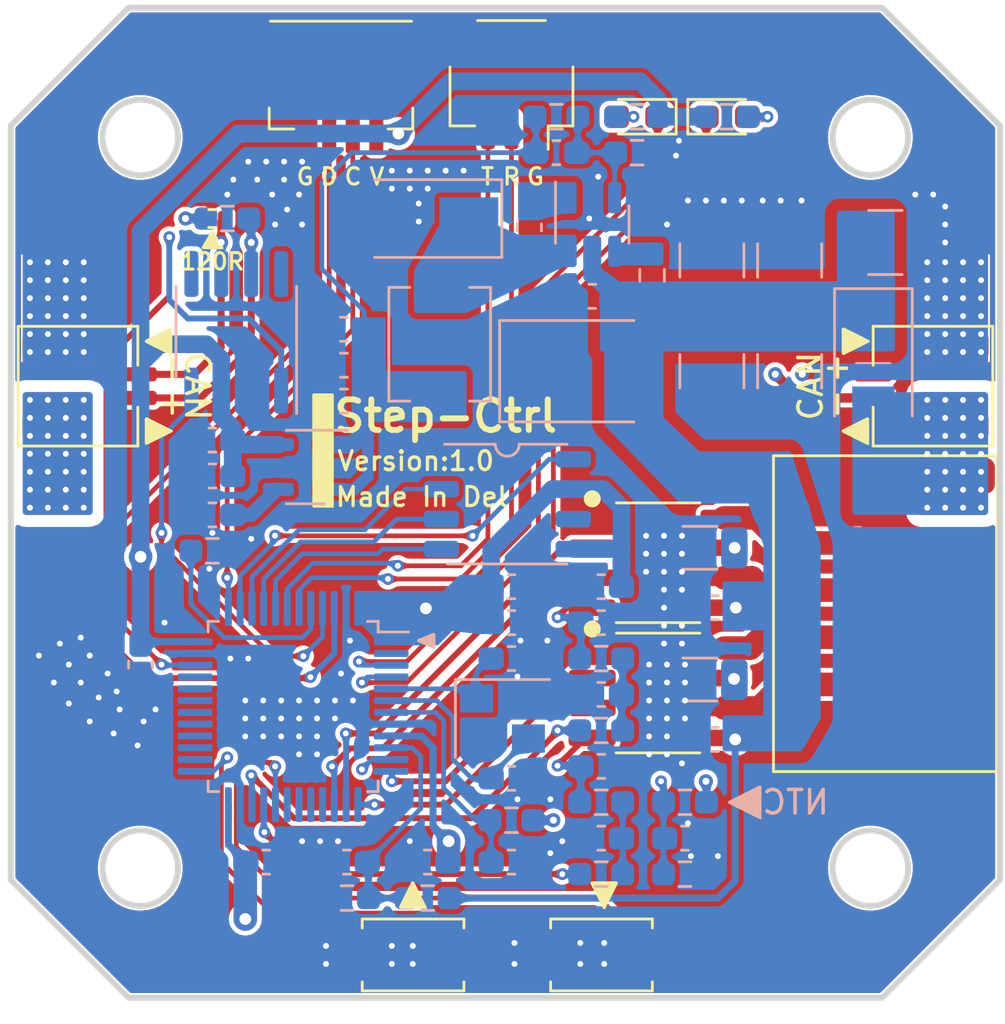
<source format=kicad_pcb>
(kicad_pcb (version 20211014) (generator pcbnew)
  (layers (0 "F.Cu" signal) (1 "In1.Cu" signal) (2 "In2.Cu" signal) (31 "B.Cu" signal) (34 "B.Paste" user) (35 "F.Paste" user) (36 "B.SilkS" user "B.Silkscreen") (37 "F.SilkS" user "F.Silkscreen") (38 "B.Mask" user) (39 "F.Mask" user) (44 "Edge.Cuts" user))
  (net 0 "")
  (net 1 "+5VD")
  (net 2 "GND")
  (net 3 "Net-(C2-Pad1)")
  (net 4 "VCC")
  (net 5 "Net-(C4-Pad1)")
  (net 6 "+3V3")
  (net 7 "Net-(C7-Pad1)")
  (net 8 "Net-(C7-Pad2)")
  (net 9 "Net-(C10-Pad1)")
  (net 10 "/OSC_OUT")
  (net 11 "/OSC_IN")
  (net 12 "Net-(C23-Pad1)")
  (net 13 "Net-(C24-Pad1)")
  (net 14 "Net-(C25-Pad1)")
  (net 15 "Net-(C26-Pad1)")
  (net 16 "/POWER_U")
  (net 17 "/TEMP")
  (net 18 "Net-(D1-Pad2)")
  (net 19 "Net-(D2-Pad1)")
  (net 20 "Net-(D2-Pad2)")
  (net 21 "Net-(D3-Pad1)")
  (net 22 "Net-(D3-Pad2)")
  (net 23 "/SWDIO")
  (net 24 "/SWCLK")
  (net 25 "/UART1_TX")
  (net 26 "/UART1_RX")
  (net 27 "/CAN_H")
  (net 28 "/CAN_L")
  (net 29 "/OUT_A-")
  (net 30 "/OUT_A+")
  (net 31 "/OUT_B-")
  (net 32 "/OUT_B+")
  (net 33 "Net-(R4-Pad2)")
  (net 34 "Net-(R5-Pad2)")
  (net 35 "Net-(R11-Pad1)")
  (net 36 "/IN_PWM_A")
  (net 37 "/IN_PWM_B")
  (net 38 "Net-(R14-Pad1)")
  (net 39 "Net-(R15-Pad1)")
  (net 40 "/KEY_UP")
  (net 41 "/KEY_DOWN")
  (net 43 "/IN_BM")
  (net 44 "/IN_BP")
  (net 45 "/IN_AM")
  (net 46 "/IN_AP")
  (net 51 "/SPI2_SCK")
  (net 52 "/SPI2_MISO")
  (net 53 "/SPI2_MOSI")
  (net 54 "/OLED_DC")
  (net 55 "/OLED_RES")
  (net 56 "/OLED_CS")
  (net 57 "/USB_DM")
  (net 58 "/USB_DP")
  (net 59 "/MT6812_CS")
  (net 60 "/SPI1_SCK")
  (net 61 "/SPI1_MISO")
  (net 62 "/SPI1_MOSI")
  (net 63 "/CAN_RX")
  (net 64 "/CAN_TX")
  (footprint "Del:SH1.0_01x02P_WT" (layer "F.Cu") (at 114.057 93.853 -90)
    (fp_text reference "J8" hide)
    (fp_text value "Conn_01x02_Male" hide)
  )
  (footprint "Del:SH1.0_01x02P_WT" (layer "F.Cu") (at 145.277 93.853 90)
    (fp_text reference "J7" hide)
    (fp_text value "Conn_01x02_Male" hide)
  )
  (footprint "Del:SW_3x4" (layer "F.Cu") (at 125.7432 117.983)
    (fp_text reference "SW1" hide)
    (fp_text value "KEY" hide)
  )
  (footprint "Del:SW_3x4" (layer "F.Cu") (at 133.7432 117.983)
    (fp_text reference "SW2" hide)
    (fp_text value "KEY" hide)
  )
  (footprint "Connector_JST:JST_SH_SM03B-SRSS-TB_1x03-1MP_P1.00mm_Horizontal" (layer "F.Cu") (at 129.921 81.026 180)
    (fp_text reference "J6" hide)
    (fp_text value "UART" hide)
  )
  (footprint "LED_SMD:LED_0603_1608Metric_Pad1.05x0.95mm_HandSolder" (layer "F.Cu") (at 135.255 82.423 180)
    (fp_text reference "D2" hide)
    (fp_text value "LED" hide)
  )
  (footprint "LED_SMD:LED_0603_1608Metric_Pad1.05x0.95mm_HandSolder" (layer "F.Cu") (at 139.065 82.423)
    (fp_text reference "D3" hide)
    (fp_text value "LED" hide)
  )
  (footprint "Resistor_SMD:R_0402_1005Metric" (layer "F.Cu") (at 117.221 86.741)
    (fp_text reference "R11" hide)
    (fp_text value "0R" hide)
  )
  (footprint "Del:ESOP8L" (layer "F.Cu") (at 136.144 106.8705)
    (fp_text reference "U7" hide)
    (fp_text value "AT4950" hide)
  )
  (footprint "Del:PH2.0mm-4P-WT" (layer "F.Cu") (at 143.046 103.505 -90)
    (fp_text reference "J13" hide)
    (fp_text value "STEP" hide)
  )
  (footprint "Del:SH1.0mm_4P_WT" (layer "F.Cu") (at 122.682 83.196)
    (fp_text reference "J5" hide)
    (fp_text value "DEBUG" hide)
  )
  (footprint "Del:ESOP8L" (layer "F.Cu") (at 136.144 101.346)
    (fp_text reference "U6" hide)
    (fp_text value "AT4950" hide)
  )
  (footprint "Resistor_SMD:R_0603_1608Metric_Pad0.98x0.95mm_HandSolder" (layer "B.Cu") (at 139.065 82.423 180)
    (fp_text reference "R2" hide)
    (fp_text value "1K" hide)
  )
  (footprint "Resistor_SMD:R_0603_1608Metric_Pad0.98x0.95mm_HandSolder" (layer "B.Cu") (at 117.221 100.838 180)
    (fp_text reference "R4" hide)
    (fp_text value "10K" hide)
  )
  (footprint "Resistor_SMD:R_0603_1608Metric_Pad0.98x0.95mm_HandSolder" (layer "B.Cu") (at 135.255 83.947)
    (fp_text reference "R7" hide)
    (fp_text value "1K" hide)
  )
  (footprint "Resistor_SMD:R_0603_1608Metric_Pad0.98x0.95mm_HandSolder" (layer "B.Cu") (at 135.255 82.423)
    (fp_text reference "R1" hide)
    (fp_text value "1K" hide)
  )
  (footprint "Resistor_SMD:R_1206_3216Metric" (layer "B.Cu") (at 137.922 106.299 180)
    (fp_text reference "R15" hide)
    (fp_text value "0.1R" hide)
  )
  (footprint "Resistor_SMD:R_0603_1608Metric_Pad0.98x0.95mm_HandSolder" (layer "B.Cu") (at 133.731 108.458 180)
    (fp_text reference "R9" hide)
    (fp_text value "1K" hide)
  )
  (footprint "Capacitor_SMD:C_0603_1608Metric_Pad1.08x0.95mm_HandSolder" (layer "B.Cu") (at 122.809 92.964 180)
    (fp_text reference "C15" hide)
    (fp_text value "10uF" hide)
  )
  (footprint "Package_SO:SOIC-8_3.9x4.9mm_P1.27mm" (layer "B.Cu") (at 118.237 91.567 90)
    (fp_text reference "U5" hide)
    (fp_text value "SN65HVD232" hide)
  )
  (footprint "Capacitor_SMD:C_0603_1608Metric_Pad1.08x0.95mm_HandSolder" (layer "B.Cu") (at 126.365 114.046 180)
    (fp_text reference "C16" hide)
    (fp_text value "100nF" hide)
  )
  (footprint "Resistor_SMD:R_0603_1608Metric_Pad0.98x0.95mm_HandSolder" (layer "B.Cu") (at 135.89 89.154 90)
    (fp_text reference "R5" hide)
    (fp_text value "1M" hide)
  )
  (footprint "Crystal:Crystal_SMD_3225-4Pin_3.2x2.5mm" (layer "B.Cu") (at 129.54 107.95)
    (fp_text reference "Y1" hide)
    (fp_text value "12MHz" hide)
  )
  (footprint "Del:PAD_RECT" (layer "B.Cu") (at 110.617 95.504)
    (fp_text reference "J3" hide)
    (fp_text value "VIN" hide)
  )
  (footprint "Capacitor_SMD:C_0603_1608Metric_Pad1.08x0.95mm_HandSolder" (layer "B.Cu") (at 130.683 87.122 -90)
    (fp_text reference "C7" hide)
    (fp_text value "100nF" hide)
  )
  (footprint "Capacitor_SMD:C_0603_1608Metric_Pad1.08x0.95mm_HandSolder" (layer "B.Cu") (at 129.921 110.49)
    (fp_text reference "C18" hide)
    (fp_text value "20pF" hide)
  )
  (footprint "Resistor_SMD:R_0603_1608Metric_Pad0.98x0.95mm_HandSolder" (layer "B.Cu") (at 133.731 111.506)
    (fp_text reference "R13" hide)
    (fp_text value "1K" hide)
  )
  (footprint "Capacitor_SMD:C_1210_3225Metric" (layer "B.Cu") (at 141.732 93.218 -90)
    (fp_text reference "C13" hide)
    (fp_text value "100uF" hide)
  )
  (footprint "Del:SOP-8" (layer "B.Cu") (at 129.7432 98.8568 180)
    (fp_text reference "U4" hide)
    (fp_text value "MT6816" hide)
  )
  (footprint "Package_TO_SOT_SMD:SOT-23-5" (layer "B.Cu") (at 121.158 97.282 180)
    (fp_text reference "U1" hide)
    (fp_text value "SPX3819M5-L-3-3" hide)
  )
  (footprint "Resistor_SMD:R_0603_1608Metric_Pad0.98x0.95mm_HandSolder" (layer "B.Cu") (at 133.731 105.41)
    (fp_text reference "R12" hide)
    (fp_text value "1K" hide)
  )
  (footprint "Capacitor_SMD:C_0603_1608Metric_Pad1.08x0.95mm_HandSolder" (layer "B.Cu") (at 133.731 106.934 180)
    (fp_text reference "C23" hide)
    (fp_text value "100nF" hide)
  )
  (footprint "Capacitor_SMD:C_1210_3225Metric" (layer "B.Cu") (at 138.43 88.519 90)
    (fp_text reference "C17" hide)
    (fp_text value "100uF" hide)
  )
  (footprint "Diode_SMD:D_SMA" (layer "B.Cu") (at 126.111 86.741 180)
    (fp_text reference "D5" hide)
    (fp_text value "SS54" hide)
  )
  (footprint "Capacitor_SMD:C_0603_1608Metric_Pad1.08x0.95mm_HandSolder" (layer "B.Cu") (at 131.826 83.947 180)
    (fp_text reference "C10" hide)
    (fp_text value "100pF" hide)
  )
  (footprint "Capacitor_SMD:C_0603_1608Metric_Pad1.08x0.95mm_HandSolder" (layer "B.Cu") (at 119.507 114.046)
    (fp_text reference "C11" hide)
    (fp_text value "100nF" hide)
  )
  (footprint "Package_TO_SOT_SMD:SOT-23-6" (layer "B.Cu") (at 133.35 86.995 -90)
    (fp_text reference "U2" hide)
    (fp_text value "ME3116" hide)
  )
  (footprint "Del:PAD_RECT" (layer "B.Cu") (at 148.717 92.075 180)
    (fp_text reference "J4" hide)
    (fp_text value "GND" hide)
  )
  (footprint "Capacitor_SMD:C_0603_1608Metric_Pad1.08x0.95mm_HandSolder" (layer "B.Cu") (at 129.921 103.886)
    (fp_text reference "C20" hide)
    (fp_text value "100nF" hide)
  )
  (footprint "Capacitor_SMD:C_0603_1608Metric_Pad1.08x0.95mm_HandSolder" (layer "B.Cu") (at 138.557 103.251 180)
    (fp_text reference "C28" hide)
    (fp_text value "100nF" hide)
  )
  (footprint "Capacitor_SMD:C_0603_1608Metric_Pad1.08x0.95mm_HandSolder" (layer "B.Cu") (at 129.921 105.41)
    (fp_text reference "C19" hide)
    (fp_text value "20pF" hide)
  )
  (footprint "Del:PAD_RECT" (layer "B.Cu") (at 110.617 92.075)
    (fp_text reference "J2" hide)
    (fp_text value "GND" hide)
  )
  (footprint "Capacitor_SMD:C_1210_3225Metric" (layer "B.Cu") (at 145.796 87.757)
    (fp_text reference "C8" hide)
    (fp_text value "100uF" hide)
  )
  (footprint "Resistor_SMD:R_0603_1608Metric_Pad0.98x0.95mm_HandSolder" (layer "B.Cu") (at 137.287 114.554)
    (fp_text reference "R17" hide)
    (fp_text value "1K" hide)
  )
  (footprint "Capacitor_SMD:C_0603_1608Metric_Pad1.08x0.95mm_HandSolder" (layer "B.Cu") (at 133.731 103.886)
    (fp_text reference "C25" hide)
    (fp_text value "100nF" hide)
  )
  (footprint "Resistor_SMD:R_0603_1608Metric_Pad0.98x0.95mm_HandSolder" (layer "B.Cu") (at 131.826 82.423)
    (fp_text reference "R6" hide)
    (fp_text value "5.1K" hide)
  )
  (footprint "Resistor_SMD:R_0603_1608Metric_Pad0.98x0.95mm_HandSolder" (layer "B.Cu") (at 137.287 111.506 180)
    (fp_text reference "TH1" hide)
    (fp_text value "Thermistor_NTC" hide)
  )
  (footprint "Capacitor_SMD:C_0603_1608Metric_Pad1.08x0.95mm_HandSolder" (layer "B.Cu") (at 114.173 105.664 -90)
    (fp_text reference "C22" hide)
    (fp_text value "100nF" hide)
  )
  (footprint "Resistor_SMD:R_0603_1608Metric_Pad0.98x0.95mm_HandSolder" (layer "B.Cu") (at 122.936 115.57 180)
    (fp_text reference "R18" hide)
    (fp_text value "1K" hide)
  )
  (footprint "Capacitor_SMD:C_0603_1608Metric_Pad1.08x0.95mm_HandSolder" (layer "B.Cu") (at 133.731 109.982)
    (fp_text reference "C26" hide)
    (fp_text value "100nF" hide)
  )
  (footprint "Diode_SMD:D_SMA" (layer "B.Cu") (at 145.288 93.1164 -90)
    (fp_text reference "D1" hide)
    (fp_text value "SS54" hide)
  )
  (footprint "Diode_SMD:D_SMB" (layer "B.Cu") (at 132.969 93.218)
    (fp_text reference "D4" hide)
    (fp_text value "SMBJ28CA" hide)
  )
  (footprint "Capacitor_SMD:C_0603_1608Metric_Pad1.08x0.95mm_HandSolder" (layer "B.Cu") (at 117.221 99.314 180)
    (fp_text reference "C4" hide)
    (fp_text value "2.2uF" hide)
  )
  (footprint "Capacitor_SMD:C_0603_1608Metric_Pad1.08x0.95mm_HandSolder" (layer "B.Cu") (at 122.809 91.44 180)
    (fp_text reference "C12" hide)
    (fp_text value "100nF" hide)
  )
  (footprint "Capacitor_SMD:C_0603_1608Metric_Pad1.08x0.95mm_HandSolder" (layer "B.Cu") (at 122.936 114.046 180)
    (fp_text reference "C30" hide)
    (fp_text value "100nF" hide)
  )
  (footprint "Capacitor_SMD:C_1210_3225Metric" (layer "B.Cu") (at 138.43 93.218 -90)
    (fp_text reference "C9" hide)
    (fp_text value "100uF" hide)
  )
  (footprint "Resistor_SMD:R_0603_1608Metric_Pad0.98x0.95mm_HandSolder" (layer "B.Cu") (at 117.856 86.741 180)
    (fp_text reference "R8" hide)
    (fp_text value "120R" hide)
  )
  (footprint "Del:IND0420" (layer "B.Cu") (at 126.873 92.075 -90)
    (fp_text reference "L1" hide)
    (fp_text value "6.8uH" hide)
  )
  (footprint "Capacitor_SMD:C_0603_1608Metric_Pad1.08x0.95mm_HandSolder" (layer "B.Cu") (at 133.731 102.362 180)
    (fp_text reference "C27" hide)
    (fp_text value "100nF" hide)
  )
  (footprint "Capacitor_SMD:C_1210_3225Metric" (layer "B.Cu") (at 141.732 88.519 90)
    (fp_text reference "C21" hide)
    (fp_text value "100uF" hide)
  )
  (footprint "Del:PAD_RECT" (layer "B.Cu") (at 148.717 95.504)
    (fp_text reference "J1" hide)
    (fp_text value "VIN" hide)
  )
  (footprint "Capacitor_SMD:C_0603_1608Metric_Pad1.08x0.95mm_HandSolder" (layer "B.Cu") (at 117.221 96.139 180)
    (fp_text reference "C5" hide)
    (fp_text value "100nF" hide)
  )
  (footprint "Capacitor_SMD:C_0603_1608Metric_Pad1.08x0.95mm_HandSolder" (layer "B.Cu") (at 129.921 114.046)
    (fp_text reference "C2" hide)
    (fp_text value "100nF" hide)
  )
  (footprint "Capacitor_SMD:C_0603_1608Metric_Pad1.08x0.95mm_HandSolder" (layer "B.Cu") (at 133.731 113.03 180)
    (fp_text reference "C24" hide)
    (fp_text value "100nF" hide)
  )
  (footprint "Resistor_SMD:R_0603_1608Metric_Pad0.98x0.95mm_HandSolder" (layer "B.Cu") (at 133.731 114.554 180)
    (fp_text reference "R10" hide)
    (fp_text value "1K" hide)
  )
  (footprint "Capacitor_SMD:C_0603_1608Metric_Pad1.08x0.95mm_HandSolder" (layer "B.Cu") (at 133.35 90.043 180)
    (fp_text reference "C3" hide)
    (fp_text value "100nF" hide)
  )
  (footprint "Capacitor_SMD:C_0603_1608Metric_Pad1.08x0.95mm_HandSolder" (layer "B.Cu") (at 122.809 94.488 180)
    (fp_text reference "C1" hide)
    (fp_text value "100nF" hide)
  )
  (footprint "Capacitor_SMD:C_0603_1608Metric_Pad1.08x0.95mm_HandSolder" (layer "B.Cu") (at 117.221 97.663 180)
    (fp_text reference "C6" hide)
    (fp_text value "10uF" hide)
  )
  (footprint "Capacitor_SMD:C_0603_1608Metric_Pad1.08x0.95mm_HandSolder" (layer "B.Cu") (at 137.287 113.03)
    (fp_text reference "C31" hide)
    (fp_text value "10uF" hide)
  )
  (footprint "Resistor_SMD:R_0603_1608Metric_Pad0.98x0.95mm_HandSolder" (layer "B.Cu") (at 129.921 112.268 180)
    (fp_text reference "R3" hide)
    (fp_text value "10K" hide)
  )
  (footprint "Capacitor_SMD:C_0603_1608Metric_Pad1.08x0.95mm_HandSolder" (layer "B.Cu") (at 129.921 102.362)
    (fp_text reference "C14" hide)
    (fp_text value "100nF" hide)
  )
  (footprint "Capacitor_SMD:C_0603_1608Metric_Pad1.08x0.95mm_HandSolder" (layer "B.Cu") (at 138.557 108.839 180)
    (fp_text reference "C29" hide)
    (fp_text value "100nF" hide)
  )
  (footprint "Package_QFP:LQFP-48_7x7mm_P0.5mm" (layer "B.Cu") (at 120.65 107.442 180)
    (fp_text reference "U3" hide)
    (fp_text value "STM32F103CBTx" hide)
  )
  (footprint "Resistor_SMD:R_1206_3216Metric" (layer "B.Cu") (at 137.922 100.711 180)
    (fp_text reference "R14" hide)
    (fp_text value "0.1R" hide)
  )
  (footprint "Resistor_SMD:R_0603_1608Metric_Pad0.98x0.95mm_HandSolder" (layer "B.Cu") (at 126.365 115.57 180)
    (fp_text reference "R16" hide)
    (fp_text value "10K" hide)
  )
  (gr_poly (pts (xy 140.462 112.141) (xy 139.192 111.506) (xy 140.462 110.871)) (layer "B.SilkS") (width 0.15) (fill solid))
  (gr_poly (pts (xy 126.619 104.902) (xy 125.984 104.648) (xy 126.619 104.394)) (layer "B.SilkS") (width 0.15) (fill solid))
  (gr_poly (pts (xy 126.238 115.951) (xy 125.222 115.951) (xy 125.73 114.935)) (layer "F.SilkS") (width 0.15) (fill solid))
  (gr_poly (pts (xy 145.034 91.948) (xy 144.018 92.456) (xy 144.018 91.44)) (layer "F.SilkS") (width 0.15) (fill solid))
  (gr_poly (pts (xy 114.427 91.948) (xy 115.443 91.44) (xy 115.443 92.456)) (layer "F.SilkS") (width 0.15) (fill solid))
  (gr_poly (pts (xy 122.301 98.933) (xy 121.539 98.933) (xy 121.539 94.234) (xy 122.301 94.234)) (layer "F.SilkS") (width 0.15) (fill solid))
  (gr_poly (pts (xy 115.443 95.758) (xy 114.427 96.266) (xy 114.427 95.25)) (layer "F.SilkS") (width 0.15) (fill solid))
  (gr_poly (pts (xy 117.606153 87.967121) (xy 116.844153 87.967121) (xy 117.225153 87.332121)) (layer "F.SilkS") (width 0.15) (fill solid))
  (gr_poly (pts (xy 144.018 95.758) (xy 145.034 95.25) (xy 145.034 96.266)) (layer "F.SilkS") (width 0.15) (fill solid))
  (gr_poly (pts (xy 133.35 114.935) (xy 134.366 114.935) (xy 133.858 115.951)) (layer "F.SilkS") (width 0.15) (fill solid))
  (gr_circle (center 145.161 114.3) (end 146.761 114.3) (layer "Edge.Cuts") (width 0.25) (fill none))
  (gr_line (start 145.661 119.8) (end 150.661 114.8) (layer "Edge.Cuts") (width 0.25))
  (gr_line (start 113.661 119.8) (end 145.661 119.8) (layer "Edge.Cuts") (width 0.25))
  (gr_line (start 150.661 114.8) (end 150.661 82.8) (layer "Edge.Cuts") (width 0.25))
  (gr_line (start 145.661 77.8) (end 150.661 82.8) (layer "Edge.Cuts") (width 0.25))
  (gr_circle (center 114.161 83.3) (end 115.761 83.3) (layer "Edge.Cuts") (width 0.25) (fill none))
  (gr_circle (center 145.161 83.3) (end 146.761 83.3) (layer "Edge.Cuts") (width 0.25) (fill none))
  (gr_circle (center 114.161 114.3) (end 115.761 114.3) (layer "Edge.Cuts") (width 0.25) (fill none))
  (gr_line (start 145.661 77.8) (end 113.661 77.8) (layer "Edge.Cuts") (width 0.25))
  (gr_line (start 108.661 82.8) (end 108.661 114.8) (layer "Edge.Cuts") (width 0.25))
  (gr_line (start 108.661 82.8) (end 113.661 77.8) (layer "Edge.Cuts") (width 0.25))
  (gr_line (start 113.661 119.8) (end 108.661 114.8) (layer "Edge.Cuts") (width 0.25))
  (gr_text "NTC" (at 141.986 111.506) (layer "B.SilkS") (effects (font (size 1 1)) (justify mirror)))
  (gr_text "C" (at 123.19 84.963) (layer "F.SilkS") (effects (font (size 0.7 0.7) (thickness 0.13))))
  (gr_text "G" (at 121.158 84.963) (layer "F.SilkS") (effects (font (size 0.7 0.7) (thickness 0.13))))
  (gr_text "Version:1.0" (at 125.857 97.028) (layer "F.SilkS") (effects (font (size 0.8 0.8) (thickness 0.14))))
  (gr_text "+" (at 115.443 94.615 90) (layer "F.SilkS") (effects (font (size 1 1))))
  (gr_text "+" (at 143.8402 93.091 270) (layer "F.SilkS") (effects (font (size 1 1))))
  (gr_text "D" (at 122.174 84.963) (layer "F.SilkS") (effects (font (size 0.7 0.7) (thickness 0.13))))
  (gr_text "Step-Ctrl" (at 127.127 95.123) (layer "F.SilkS") (effects (font (size 1.3 1.3) (thickness 0.25))))
  (gr_text "-" (at 115.443 93.091 90) (layer "F.SilkS") (effects (font (size 1 1))))
  (gr_text "V" (at 124.206 84.963) (layer "F.SilkS") (effects (font (size 0.7 0.7) (thickness 0.13))))
  (gr_text "120R" (at 117.221 88.5698) (layer "F.SilkS") (effects (font (size 0.7 0.7) (thickness 0.13))))
  (gr_text "R" (at 129.921 84.963) (layer "F.SilkS") (effects (font (size 0.7 0.7) (thickness 0.13))))
  (gr_text "-" (at 143.8402 94.615 270) (layer "F.SilkS") (effects (font (size 1 1))))
  (gr_text "G" (at 130.937 84.963) (layer "F.SilkS") (effects (font (size 0.7 0.7) (thickness 0.13))))
  (gr_text "Made In Del" (at 126.111 98.552) (layer "F.SilkS") (effects (font (size 0.8 0.8) (thickness 0.14))))
  (gr_text "T" (at 128.905 84.963) (layer "F.SilkS") (effects (font (size 0.7 0.7) (thickness 0.13))))
  (gr_text "CAN" (at 116.586 93.853 270) (layer "F.SilkS") (effects (font (size 1 1))))
  (gr_text "CAN" (at 142.621 93.853 90) (layer "F.SilkS") (effects (font (size 1 1))))
  (segment (start 123.825 97.663) (end 123.825 95.9888) (width 0.5) (layer "B.Cu") (net 1))
  (segment (start 123.6715 91.44) (end 123.6715 90.6769) (width 0.2) (layer "B.Cu") (net 1))
  (segment (start 121.8692 88.8746) (end 121.8692 85.217) (width 0.2) (layer "B.Cu") (net 1))
  (segment (start 123.825 95.9888) (end 123.6715 95.8353) (width 0.5) (layer "B.Cu") (net 1))
  (segment (start 123.6715 95.8353) (end 123.6715 94.488) (width 0.75) (layer "B.Cu") (net 1))
  (segment (start 123.6715 90.6769) (end 121.8692 88.8746) (width 0.2) (layer "B.Cu") (net 1))
  (segment (start 122.2955 96.332) (end 123.1748 96.332) (width 0.75) (layer "B.Cu") (net 1))
  (segment (start 130.9635 83.947) (end 130.9635 82.473) (width 0.2) (layer "B.Cu") (net 1))
  (segment (start 121.8692 85.217) (end 123.1392 83.947) (width 0.2) (layer "B.Cu") (net 1))
  (segment (start 122.2955 98.232) (end 123.256 98.232) (width 0.5) (layer "B.Cu") (net 1))
  (segment (start 123.1392 83.947) (end 130.9635 83.947) (width 0.2) (layer "B.Cu") (net 1))
  (segment (start 130.9635 82.473) (end 130.9135 82.423) (width 0.2) (layer "B.Cu") (net 1))
  (segment (start 123.256 98.232) (end 123.825 97.663) (width 0.5) (layer "B.Cu") (net 1))
  (segment (start 123.1748 96.332) (end 123.6715 95.8353) (width 0.75) (layer "B.Cu") (net 1))
  (via (at 120.904 107.95) (size 0.5) (drill 0.25) (layers "F.Cu" "B.Cu") (net 2))
  (via (at 137.287 107.188) (size 0.5) (drill 0.25) (layers "F.Cu" "B.Cu") (net 2))
  (via (at 118.618 107.188) (size 0.5) (drill 0.25) (layers "F.Cu" "B.Cu") (net 2))
  (via (at 123.063 104.648) (size 0.5) (drill 0.25) (layers "F.Cu" "B.Cu") (net 2))
  (via (at 111.76 91.6432) (size 0.5) (drill 0.25) (layers "F.Cu" "B.Cu") (net 2))
  (via (at 118.618 108.712) (size 0.5) (drill 0.25) (layers "F.Cu" "B.Cu") (net 2))
  (via (at 149.098 91.6432) (size 0.5) (drill 0.25) (layers "F.Cu" "B.Cu") (net 2))
  (via (at 110.236 88.5952) (size 0.5) (drill 0.25) (layers "F.Cu" "B.Cu") (net 2))
  (via (at 136.398 103.251) (size 0.5) (drill 0.25) (layers "F.Cu" "B.Cu") (net 2))
  (via (at 130.302 104.648) (size 0.5) (drill 0.25) (layers "F.Cu" "B.Cu") (net 2))
  (via (at 133.858 118.364) (size 0.5) (drill 0.25) (layers "F.Cu" "B.Cu") (net 2))
  (via (at 112.776 106.045) (size 0.5) (drill 0.25) (layers "F.Cu" "B.Cu") (net 2))
  (via (at 109.855 105.283) (size 0.5) (drill 0.25) (layers "F.Cu" "B.Cu") (net 2))
  (via (at 127.889 84.709) (size 0.5) (drill 0.25) (layers "F.Cu" "B.Cu") (net 2))
  (via (at 122.682 106.045) (size 0.5) (drill 0.25) (layers "F.Cu" "B.Cu") (net 2))
  (via (at 109.474 89.3572) (size 0.5) (drill 0.25) (layers "F.Cu" "B.Cu") (net 2))
  (via (at 147.574 89.3572) (size 0.5) (drill 0.25) (layers "F.Cu" "B.Cu") (net 2))
  (via (at 118.745 105.41) (size 0.5) (drill 0.25) (layers "F.Cu" "B.Cu") (net 2))
  (via (at 131.445 104.648) (size 0.5) (drill 0.25) (layers "F.Cu" "B.Cu") (net 2))
  (via (at 147.574 90.1192) (size 0.5) (drill 0.25) (layers "F.Cu" "B.Cu") (net 2))
  (via (at 110.998 90.1192) (size 0.5) (drill 0.25) (layers "F.Cu" "B.Cu") (net 2))
  (via (at 147.574 88.5952) (size 0.5) (drill 0.25) (layers "F.Cu" "B.Cu") (net 2))
  (via (at 109.474 91.6432) (size 0.5) (drill 0.25) (layers "F.Cu" "B.Cu") (net 2))
  (via (at 137.287 105.664) (size 0.5) (drill 0.25) (layers "F.Cu" "B.Cu") (net 2))
  (via (at 149.86 88.5952) (size 0.5) (drill 0.25) (layers "F.Cu" "B.Cu") (net 2))
  (via (at 120.904 85.725) (size 0.5) (drill 0.25) (layers "F.Cu" "B.Cu") (net 2))
  (via (at 147.066 85.725) (size 0.5) (drill 0.25) (layers "F.Cu" "B.Cu") (net 2))
  (via (at 135.763 106.426) (size 0.5) (drill 0.25) (layers "F.Cu" "B.Cu") (net 2))
  (via (at 125.984 86.106) (size 0.5) (drill 0.25) (layers "F.Cu" "B.Cu") (net 2))
  (via (at 110.236 90.8812) (size 0.5) (drill 0.25) (layers "F.Cu" "B.Cu") (net 2))
  (via (at 132.842 118.364) (size 0.5) (drill 0.25) (layers "F.Cu" "B.Cu") (net 2))
  (via (at 137.16 100.203) (size 0.5) (drill 0.25) (layers "F.Cu" "B.Cu") (net 2))
  (via (at 124.841 118.364) (size 0.5) (drill 0.25) (layers "F.Cu" "B.Cu") (net 2))
  (via (at 119.761 85.725) (size 0.5) (drill 0.25) (layers "F.Cu" "B.Cu") (net 2))
  (via (at 137.16 104.775) (size 0.5) (drill 0.25) (layers "F.Cu" "B.Cu") (net 2))
  (via (at 111.76 88.5952) (size 0.5) (drill 0.25) (layers "F.Cu" "B.Cu") (net 2))
  (via (at 114.046 109.093) (size 0.5) (drill 0.25) (layers "F.Cu" "B.Cu") (net 2))
  (via (at 136.525 107.95) (size 0.5) (drill 0.25) (layers "F.Cu" "B.Cu") (net 2))
  (via (at 110.998 91.6432) (size 0.5) (drill 0.25) (layers "F.Cu" "B.Cu") (net 2))
  (via (at 147.574 91.6432) (size 0.5) (drill 0.25) (layers "F.Cu" "B.Cu") (net 2))
  (via (at 136.525 105.664) (size 0.5) (drill 0.25) (layers "F.Cu" "B.Cu") (net 2))
  (via (at 118.11 85.09) (size 0.5) (drill 0.25) (layers "F.Cu" "B.Cu") (net 2))
  (via (at 115.189 103.886) (size 0.5) (drill 0.25) (layers "F.Cu" "B.Cu") (net 2))
  (via (at 111.76 92.4052) (size 0.5) (drill 0.25) (layers "F.Cu" "B.Cu") (net 2))
  (via (at 119.888 86.995) (size 0.5) (drill 0.25) (layers "F.Cu" "B.Cu") (net 2))
  (via (at 148.336 89.3572) (size 0.5) (drill 0.25) (layers "F.Cu" "B.Cu") (net 2))
  (via (at 124.841 117.602) (size 0.5) (drill 0.25) (layers "F.Cu" "B.Cu") (net 2))
  (via (at 149.86 91.6432) (size 0.5) (drill 0.25) (layers "F.Cu" "B.Cu") (net 2))
  (via (at 149.098 90.1192) (size 0.5) (drill 0.25) (layers "F.Cu" "B.Cu") (net 2))
  (via (at 111.633 106.426) (size 0.5) (drill 0.25) (layers "F.Cu" "B.Cu") (net 2))
  (via (at 135.763 107.188) (size 0.5) (drill 0.25) (layers "F.Cu" "B.Cu") (net 2))
  (via (at 139.7 85.979) (size 0.5) (drill 0.25) (layers "F.Cu" "B.Cu") (net 2))
  (via (at 136.398 100.965) (size 0.5) (drill 0.25) (layers "F.Cu" "B.Cu") (net 2))
  (via (at 112.395 107.061) (size 0.5) (drill 0.25) (layers "F.Cu" "B.Cu") (net 2))
  (via (at 149.86 89.3572) (size 0.5) (drill 0.25) (layers "F.Cu" "B.Cu") (net 2))
  (via (at 111.125 105.664) (size 0.5) (drill 0.25) (layers "F.Cu" "B.Cu") (net 2))
  (via (at 110.236 91.6432) (size 0.5) (drill 0.25) (layers "F.Cu" "B.Cu") (net 2))
  (via (at 120.396 86.36) (size 0.5) (drill 0.25) (layers "F.Cu" "B.Cu") (net 2))
  (via (at 138.176 85.979) (size 0.5) (drill 0.25) (layers "F.Cu" "B.Cu") (net 2))
  (via (at 110.998 89.3572) (size 0.5) (drill 0.25) (layers "F.Cu" "B.Cu") (net 2))
  (via (at 131.572 111.379) (size 0.5) (drill 0.25) (layers "F.Cu" "B.Cu") (net 2))
  (via (at 137.16 109.855) (size 0.5) (drill 0.25) (layers "F.Cu" "B.Cu") (net 2))
  (via (at 122.428 107.95) (size 0.5) (drill 0.25) (layers "F.Cu" "B.Cu") (net 2))
  (via (at 130.175 106.172) (size 0.5) (drill 0.25) (layers "F.Cu" "B.Cu") (net 2))
  (via (at 118.872 100.33) (size 0.5) (drill 0.25) (layers "F.Cu" "B.Cu") (net 2))
  (via (at 109.474 90.1192) (size 0.5) (drill 0.25) (layers "F.Cu" "B.Cu") (net 2))
  (via (at 132.842 117.475) (size 0.5) (drill 0.25) (layers "F.Cu" "B.Cu") (net 2))
  (via (at 136.398 102.489) (size 0.5) (drill 0.25) (layers "F.Cu" "B.Cu") (net 2))
  (via (at 148.336 88.5952) (size 0.5) (drill 0.25) (layers "F.Cu" "B.Cu") (net 2))
  (via (at 114.808 107.569) (size 0.5) (drill 0.25) (layers "F.Cu" "B.Cu") (net 2))
  (via (at 111.125 107.315) (size 0.5) (drill 0.25) (layers "F.Cu" "B.Cu") (net 2))
  (via (at 135.636 100.203) (size 0.5) (drill 0.25) (layers "F.Cu" "B.Cu") (net 2))
  (via (at 121.666 107.95) (size 0.5) (drill 0.25) (layers "F.Cu" "B.Cu") (net 2))
  (via (at 137.16 104.013) (size 0.5) (drill 0.25) (layers "F.Cu" "B.Cu") (net 2))
  (via (at 136.398 104.775) (size 0.5) (drill 0.25) (layers "F.Cu" "B.Cu") (net 2))
  (via (at 110.998 92.4052) (size 0.5) (drill 0.25) (layers "F.Cu" "B.Cu") (net 2))
  (via (at 135.763 109.474) (size 0.5) (drill 0.25) (layers "F.Cu" "B.Cu") (net 2))
  (via (at 125.73 117.602) (size 0.5) (drill 0.25) (layers "F.Cu" "B.Cu") (net 2))
  (via (at 137.287 107.95) (size 0.5) (drill 0.25) (layers "F.Cu" "B.Cu") (net 2))
  (via (at 119.38 108.712) (size 0.5) (drill 0.25) (layers "F.Cu" "B.Cu") (net 2))
  (via (at 122.047 117.602) (size 0.5) (drill 0.25) (layers "F.Cu" "B.Cu") (net 2))
  (via (at 120.142 108.712) (size 0.5) (drill 0.25) (layers "F.Cu" "B.Cu") (net 2))
  (via (at 123.19 107.188) (size 0.5) (drill 0.25) (layers "F.Cu" "B.Cu") (net 2))
  (via (at 149.86 90.8812) (size 0.5) (drill 0.25) (layers "F.Cu" "B.Cu") (net 2))
  (via (at 120.904 109.474) (size 0.5) (drill 0.25) (layers "F.Cu" "B.Cu") (net 2))
  (via (at 137.033 83.439) (size 0.5) (drill 0.25) (layers "F.Cu" "B.Cu") (net 2))
  (via (at 117.983 105.41) (size 0.5) (drill 0.25) (layers "F.Cu" "B.Cu") (net 2))
  (via (at 121.666 108.712) (size 0.5) (drill 0.25) (layers "F.Cu" "B.Cu") (net 2))
  (via (at 148.336 87.757) (size 0.5) (drill 0.25) (layers "F.Cu" "B.Cu") (net 2))
  (via (at 120.269 84.328) (size 0.5) (drill 0.25) (layers "F.Cu" "B.Cu") (net 2))
  (via (at 136.906 84.074) (size 0.5) (drill 0.25) (layers "F.Cu" "B.Cu") (net 2))
  (via (at 148.336 90.1192) (size 0.5) (drill 0.25) (layers "F.Cu" "B.Cu") (net 2))
  (via (at 112.014 108.077) (size 0.5) (drill 0.25) (layers "F.Cu" "B.Cu") (net 2))
  (via (at 138.938 85.979) (size 0.5) (drill 0.25) (layers "F.Cu" "B.Cu") (net 2))
  (via (at 110.744 104.775) (size 0.5) (drill 0.25) (layers "F.Cu" "B.Cu") (net 2))
  (via (at 119.126 85.09) (size 0.5) (drill 0.25) (layers "F.Cu" "B.Cu") (net 2))
  (via (at 148.336 86.995) (size 0.5) (drill 0.25) (layers "F.Cu" "B.Cu") (net 2))
  (via (at 148.336 90.8812) (size 0.5) (drill 0.25) (layers "F.Cu" "B.Cu") (net 2))
  (via (at 137.414 85.979) (size 0.5) (drill 0.25) (layers "F.Cu" "B.Cu") (net 2))
  (via (at 125.73 118.364) (size 0.5) (drill 0.25) (layers "F.Cu" "B.Cu") (net 2))
  (via (at 110.236 90.1192) (size 0.5) (drill 0.25) (layers "F.Cu" "B.Cu") (net 2))
  (via (at 120.904 108.712) (size 0.5) (drill 0.25) (layers "F.Cu" "B.Cu") (net 2))
  (via (at 109.474 92.4052) (size 0.5) (drill 0.25) (layers "F.Cu" "B.Cu") (net 2))
  (via (at 111.76 89.3572) (size 0.5) (drill 0.25) (layers "F.Cu" "B.Cu") (net 2))
  (via (at 126.365 85.471) (size 0.5) (drill 0.25) (layers "F.Cu" "B.Cu") (net 2))
  (via (at 149.098 92.4052) (size 0.5) (drill 0.25) (layers "F.Cu" "B.Cu") (net 2))
  (via (at 110.998 88.5952) (size 0.5) (drill 0.25) (layers "F.Cu" "B.Cu") (net 2))
  (via (at 121.666 107.188) (size 0.5) (drill 0.25) (layers "F.Cu" "B.Cu") (net 2))
  (via (at 113.157 106.807) (size 0.5) (drill 0.25) (layers "F.Cu" "B.Cu") (net 2))
  (via (at 125.603 113.157) (size 0.5) (drill 0.25) (layers "F.Cu" "B.Cu") (net 2))
  (via (at 136.525 108.712) (size 0.5) (drill 0.25) (layers "F.Cu" "B.Cu") (net 2))
  (via (at 120.904 107.188) (size 0.5) (drill 0.25) (layers "F.Cu" "B.Cu") (net 2))
  (via (at 118.745 84.328) (size 0.5) (drill 0.25) (layers "F.Cu" "B.Cu") (net 2))
  (via (at 122.047 118.364) (size 0.5) (drill 0.25) (layers "F.Cu" "B.Cu") (net 2))
  (via (at 109.474 88.5952) (size 0.5) (drill 0.25) (layers "F.Cu" "B.Cu") (net 2))
  (via (at 137.16 102.489) (size 0.5) (drill 0.25) (layers "F.Cu" "B.Cu") (net 2))
  (via (at 149.86 92.4052) (size 0.5) (drill 0.25) (layers "F.Cu" "B.Cu") (net 2))
  (via (at 136.525 107.188) (size 0.5) (drill 0.25) (layers "F.Cu" "B.Cu") (net 2))
  (via (at 113.284 107.569) (size 0.5) (drill 0.25) (layers "F.Cu" "B.Cu") (net 2))
  (via (at 111.76 90.1192) (size 0.5) (drill 0.25) (layers "F.Cu" "B.Cu") (net 2))
  (via (at 119.507 84.328) (size 0.5) (drill 0.25) (layers "F.Cu" "B.Cu") (net 2))
  (via (at 136.525 86.995) (size 0.5) (drill 0.25) (layers "F.Cu" "B.Cu") (net 2))
  (via (at 122.555 113.157) (size 0.5) (drill 0.25) (layers "F.Cu" "B.Cu") (net 2))
  (via (at 114.3 108.077) (size 0.5) (drill 0.25) (layers "F.Cu" "B.Cu") (net 2))
  (via (at 119.38 107.188) (size 0.5) (drill 0.25) (layers "F.Cu" "B.Cu") (net 2))
  (via (at 117.094 101.6) (size 0.5) (drill 0.25) (layers "F.Cu" "B.Cu") (net 2))
  (via (at 120.142 107.95) (size 0.5) (drill 0.25) (layers "F.Cu" "B.Cu") (net 2))
  (via (at 149.098 88.5952) (size 0.5) (drill 0.25) (layers "F.Cu" "B.Cu") (net 2))
  (via (at 141.351 85.979) (size 0.5) (drill 0.25) (layers "F.Cu" "B.Cu") (net 2))
  (via (at 113.03 108.585) (size 0.5) (drill 0.25) (layers "F.Cu" "B.Cu") (net 2))
  (via (at 138.684 113.792) (size 0.5) (drill 0.25) (layers "F.Cu" "B.Cu") (net 2))
  (via (at 137.541 113.792) (size 0.5) (drill 0.25) (layers "F.Cu" "B.Cu") (net 2))
  (via (at 148.336 86.233) (size 0.5) (drill 0.25) (layers "F.Cu" "B.Cu") (net 2))
  (via (at 111.76 90.8812) (size 0.5) (drill 0.25) (layers "F.Cu" "B.Cu") (net 2))
  (via (at 125.603 85.471) (size 0.5) (drill 0.25) (layers "F.Cu" "B.Cu") (net 2))
  (via (at 110.236 89.3572) (size 0.5) (drill 0.25) (layers "F.Cu" "B.Cu") (net 2))
  (via (at 121.031 84.328) (size 0.5) (drill 0.25) (layers "F.Cu" "B.Cu") (net 2))
  (via (at 118.618 107.95) (size 0.5) (drill 0.25) (layers "F.Cu" "B.Cu") (net 2))
  (via (at 135.636 101.727) (size 0.5) (drill 0.25) (layers "F.Cu" "B.Cu") (net 2))
  (via (at 121.031 113.157) (size 0.5) (drill 0.25) (layers "F.Cu" "B.Cu") (net 2))
  (via (at 136.398 104.013) (size 0.5) (drill 0.25) (layers "F.Cu" "B.Cu") (net 2))
  (via (at 125.984 86.868) (size 0.5) (drill 0.25) (layers "F.Cu" "B.Cu") (net 2))
  (via (at 133.223 86.741) (size 0.5) (drill 0.25) (layers "F.Cu" "B.Cu") (net 2))
  (via (at 132.08 113.157) (size 0.5) (drill 0.25) (layers "F.Cu" "B.Cu") (net 2))
  (via (at 135.763 108.712) (size 0.5) (drill 0.25) (layers "F.Cu" "B.Cu") (net 2))
  (via (at 149.86 90.1192) (size 0.5) (drill 0.25) (layers "F.Cu" "B.Cu") (net 2))
  (via (at 133.604 84.963) (size 0.5) (drill 0.25) (layers "F.Cu" "B.Cu") (net 2))
  (via (at 149.098 89.3572) (size 0.5) (drill 0.25) (layers "F.Cu" "B.Cu") (net 2))
  (via (at 121.031 86.995) (size 0.5) (drill 0.25) (layers "F.Cu" "B.Cu") (net 2))
  (via (at 110.998 90.8812) (size 0.5) (drill 0.25) (layers "F.Cu" "B.Cu") (net 2))
  (via (at 137.414 112.395) (size 0.5) (drill 0.25) (layers "F.Cu" "B.Cu") (net 2))
  (via (at 133.858 117.475) (size 0.5) (drill 0.25) (layers "F.Cu" "B.Cu") (net 2))
  (via (at 137.16 101.727) (size 0.5) (drill 0.25) (layers "F.Cu" "B.Cu") (net 2))
  (via (at 130.048 118.364) (size 0.5) (drill 0.25) (layers "F.Cu" "B.Cu") (net 2))
  (via (at 111.633 104.521) (size 0.5) (drill 0.25) (layers "F.Cu" "B.Cu") (net 2))
  (via (at 119.38 107.95) (size 0.5) (drill 0.25) (layers "F.Cu" "B.Cu") (net 2))
  (via (at 125.603 84.709) (size 0.5) (drill 0.25) (layers "F.Cu" "B.Cu") (net 2))
  (via (at 142.24 85.979) (size 0.5) (drill 0.25) (layers "F.Cu" "B.Cu") (net 2))
  (via (at 124.841 85.471) (size 0.5) (drill 0.25) (layers "F.Cu" "B.Cu") (net 2))
  (via (at 148.336 91.6432) (size 0.5) (drill 0.25) (layers "F.Cu" "B.Cu") (net 2))
  (via (at 110.236 92.4052) (size 0.5) (drill 0.25) (layers "F.Cu" "B.Cu") (net 2))
  (via (at 117.221 100.076) (size 0.5) (drill 0.25) (layers "F.Cu" "B.Cu") (net 2))
  (via (at 137.16 100.965) (size 0.5) (drill 0.25) (layers "F.Cu" "B.Cu") (net 2))
  (via (at 135.636 100.965) (size 0.5) (drill 0.25) (layers "F.Cu" "B.Cu") (net 2))
  (via (at 130.175 111.379) (size 0.5) (drill 0.25) (layers "F.Cu" "B.Cu") (net 2))
  (via (at 120.269 85.09) (size 0.5) (drill 0.25) (layers "F.Cu" "B.Cu") (net 2))
  (via (at 136.398 100.203) (size 0.5) (drill 0.25) (layers "F.Cu" "B.Cu") (net 2))
  (via (at 135.763 105.664) (size 0.5) (drill 0.25) (layers "F.Cu" "B.Cu") (net 2))
  (via (at 149.098 90.8812) (size 0.5) (drill 0.25) (layers "F.Cu" "B.Cu") (net 2))
  (via (at 137.287 106.426) (size 0.5) (drill 0.25) (layers "F.Cu" "B.Cu") (net 2))
  (via (at 136.398 101.727) (size 0.5) (drill 0.25) (layers "F.Cu" "B.Cu") (net 2))
  (via (at 147.574 90.8812) (size 0.5) (drill 0.25) (layers "F.Cu" "B.Cu") (net 2))
  (via (at 117.856 85.725) (size 0.5) (drill 0.25) (layers "F.Cu" "B.Cu") (net 2))
  (via (at 135.763 107.95) (size 0.5) (drill 0.25) (layers "F.Cu" "B.Cu") (net 2))
  (via (at 124.841 84.709) (size 0.5) (drill 0.25) (layers "F.Cu" "B.Cu") (net 2))
  (via (at 126.365 84.709) (size 0.5) (drill 0.25) (layers "F.Cu" "B.Cu") (net 2))
  (via (at 121.666 109.474) (size 0.5) (drill 0.25) (layers "F.Cu" "B.Cu") (net 2))
  (via (at 147.574 92.4052) (size 0.5) (drill 0.25) (layers "F.Cu" "B.Cu") (net 2))
  (via (at 120.142 107.188) (size 0.5) (drill 0.25) (layers "F.Cu" "B.Cu") (net 2))
  (via (at 121.793 113.157) (size 0.5) (drill 0.25) (layers "F.Cu" "B.Cu") (net 2))
  (via (at 136.525 106.426) (size 0.5) (drill 0.25) (layers "F.Cu" "B.Cu") (net 2))
  (via (at 140.589 85.979) (size 0.5) (drill 0.25) (layers "F.Cu" "B.Cu") (net 2))
  (via (at 131.572 113.665) (size 0.5) (drill 0.25) (layers "F.Cu" "B.Cu") (net 2))
  (via (at 110.49 106.426) (size 0.5) (drill 0.25) (layers "F.Cu" "B.Cu") (net 2))
  (via (at 112.014 105.283) (size 0.5) (drill 0.25) (layers "F.Cu" "B.Cu") (net 2))
  (via (at 148.336 92.4052) (size 0.5) (drill 0.25) (layers "F.Cu" "B.Cu") (net 2))
  (via (at 127.127 84.709) (size 0.5) (drill 0.25) (layers "F.Cu" "B.Cu") (net 2))
  (via (at 109.474 90.8812) (size 0.5) (drill 0.25) (layers "F.Cu" "B.Cu") (net 2))
  (via (at 136.525 109.474) (size 0.5) (drill 0.25) (layers "F.Cu" "B.Cu") (net 2))
  (via (at 147.828 85.725) (size 0.5) (drill 0.25) (layers "F.Cu" "B.Cu") (net 2))
  (via (at 122.428 107.188) (size 0.5) (drill 0.25) (layers "F.Cu" "B.Cu") (net 2))
  (via (at 130.048 117.475) (size 0.5) (drill 0.25) (layers "F.Cu" "B.Cu") (net 2))
  (segment (start 127.040969 108.047975) (end 127.040969 110.911969) (width 0.2) (layer "B.Cu") (net 3))
  (segment (start 129.0585 114.046) (end 129.0585 112.318) (width 0.2) (layer "B.Cu") (net 3))
  (segment (start 128.397 112.268) (end 129.0085 112.268) (width 0.2) (layer "B.Cu") (net 3))
  (segment (start 124.8125 107.692) (end 126.684994 107.692) (width 0.2) (layer "B.Cu") (net 3))
  (segment (start 127.040969 110.911969) (end 128.397 112.268) (width 0.2) (layer "B.Cu") (net 3))
  (segment (start 129.0585 112.318) (end 129.0085 112.268) (width 0.2) (layer "B.Cu") (net 3))
  (segment (start 126.684994 107.692) (end 127.040969 108.047975) (width 0.2) (layer "B.Cu") (net 3))
  (via (at 139.4206 108.839) (size 1) (drill 0.5) (layers "F.Cu" "B.Cu") (net 4))
  (via (at 139.446 103.251) (size 1) (drill 0.5) (layers "F.Cu" "B.Cu") (net 4))
  (segment (start 142.0876 107.1372) (end 142.0876 100.6094) (width 1) (layer "B.Cu") (net 4))
  (segment (start 140.462 103.251) (end 139.446 103.251) (width 1) (layer "B.Cu") (net 4))
  (segment (start 139.4206 108.839) (end 139.4206 114.8334) (width 0.3) (layer "B.Cu") (net 4))
  (segment (start 140.3858 108.839) (end 142.0876 107.1372) (width 1) (layer "B.Cu") (net 4))
  (segment (start 138.684 115.57) (end 127.2775 115.57) (width 0.3) (layer "B.Cu") (net 4))
  (segment (start 139.4206 114.8334) (end 138.684 115.57) (width 0.3) (layer "B.Cu") (net 4))
  (segment (start 135.119 93.218) (end 135.119 95.368) (width 1) (layer "B.Cu") (net 4))
  (segment (start 140.7414 97.7138) (end 142.0876 99.06) (width 1) (layer "B.Cu") (net 4))
  (segment (start 142.0876 100.6094) (end 142.0876 101.6254) (width 1) (layer "B.Cu") (net 4))
  (segment (start 137.4648 97.7138) (end 140.7414 97.7138) (width 1) (layer "B.Cu") (net 4))
  (segment (start 142.0876 99.06) (end 142.0876 100.6094) (width 1) (layer "B.Cu") (net 4))
  (segment (start 135.119 95.368) (end 137.4648 97.7138) (width 1) (layer "B.Cu") (net 4))
  (segment (start 142.0876 101.6254) (end 140.462 103.251) (width 1) (layer "B.Cu") (net 4))
  (segment (start 139.4206 108.839) (end 140.3858 108.839) (width 1) (layer "B.Cu") (net 4))
  (segment (start 118.0835 99.314) (end 118.872 99.314) (width 0.6) (layer "B.Cu") (net 5))
  (segment (start 119.954 98.232) (end 120.0205 98.232) (width 0.6) (layer "B.Cu") (net 5))
  (segment (start 118.872 99.314) (end 119.954 98.232) (width 0.6) (layer "B.Cu") (net 5))
  (segment (start 124.2438 83.1342) (end 124.182 83.196) (width 0.75) (layer "F.Cu") (net 6))
  (segment (start 125.1204 83.1342) (end 124.2438 83.1342) (width 0.75) (layer "F.Cu") (net 6))
  (via (at 127.254 113.157) (size 1) (drill 0.5) (layers "F.Cu" "B.Cu") (net 6))
  (via (at 131.699 112.268) (size 0.6) (drill 0.3) (layers "F.Cu" "B.Cu") (net 6))
  (via (at 114.173 101.092) (size 1) (drill 0.5) (layers "F.Cu" "B.Cu") (net 6))
  (via (at 125.1204 83.1342) (size 1) (drill 0.5) (layers "F.Cu" "B.Cu") (net 6))
  (via (at 126.2857 103.2795) (size 1) (drill 0.5) (layers "F.Cu" "B.Cu") (net 6))
  (via (at 118.618 116.459) (size 1) (drill 0.5) (layers "F.Cu" "B.Cu") (net 6))
  (via (at 138.176 110.617) (size 0.6) (drill 0.3) (layers "F.Cu" "B.Cu") (net 6))
  (segment (start 126.591449 112.494449) (end 126.591449 109.192449) (width 0.3) (layer "B.Cu") (net 6))
  (segment (start 127.508 103.886) (end 129.0585 103.886) (width 0.3) (layer "B.Cu") (net 6))
  (segment (start 124.8125 104.692) (end 126.702 104.692) (width 0.3) (layer "B.Cu") (net 6))
  (segment (start 138.1995 111.506) (end 138.1995 110.6405) (width 0.3) (layer "B.Cu") (net 6))
  (segment (start 132.5432 98.2218) (end 133.8072 98.2218) (width 0.75) (layer "B.Cu") (net 6))
  (segment (start 116.967 92.075) (end 114.9985 92.075) (width 0.75) (layer "B.Cu") (net 6))
  (segment (start 136.1675 81.7099) (end 136.1675 82.423) (width 0.75) (layer "B.Cu") (net 6))
  (segment (start 125.1204 83.1342) (end 127.3302 80.9244) (width 0.75) (layer "B.Cu") (net 6))
  (segment (start 134.5935 99.0081) (end 134.5935 100.6867) (width 0.75) (layer "B.Cu") (net 6))
  (segment (start 120.0205 96.332) (end 118.1495 96.332) (width 0.75) (layer "B.Cu") (net 6))
  (segment (start 126.5905 103.2795) (end 127.508 102.362) (width 0.3) (layer "B.Cu") (net 6))
  (segment (start 126.2857 103.2795) (end 126.5905 103.2795) (width 0.3) (layer "B.Cu") (net 6))
  (segment (start 129.0585 103.886) (end 129.0585 102.362) (width 1) (layer "B.Cu") (net 6))
  (segment (start 117.602 94.042) (end 117.602 95.1484) (width 0.75) (layer "B.Cu") (net 6))
  (segment (start 114.173 104.775) (end 114.256 104.692) (width 0.3) (layer "B.Cu") (net 6))
  (segment (start 117.602 95.1484) (end 118.0835 95.6299) (width 0.75) (layer "B.Cu") (net 6))
  (segment (start 123.4 103.2795) (end 126.2857 103.2795) (width 0.3) (layer "B.Cu") (net 6))
  (segment (start 134.5184 100.7618) (end 134.5935 100.6867) (width 0.75) (layer "B.Cu") (net 6))
  (segment (start 138.1995 110.6405) (end 138.176 110.617) (width 0.3) (layer "B.Cu") (net 6))
  (segment (start 129.0585 100.8115) (end 131.6482 98.2218) (width 0.75) (layer "B.Cu") (net 6))
  (segment (start 126.702 104.692) (end 127.508 103.886) (width 0.3) (layer "B.Cu") (net 6))
  (segment (start 132.5432 100.7618) (end 134.5184 100.7618) (width 0.75) (layer "B.Cu") (net 6))
  (segment (start 130.8335 112.268) (end 131.699 112.268) (width 0.3) (layer "B.Cu") (net 6))
  (segment (start 127.508 102.362) (end 129.0585 102.362) (width 0.3) (layer "B.Cu") (net 6))
  (segment (start 136.1675 82.423) (end 138.1525 82.423) (width 0.75) (layer "B.Cu") (net 6))
  (segment (start 114.173 101.092) (end 114.173 104.775) (width 0.75) (layer "B.Cu") (net 6))
  (segment (start 114.173 87.2744) (end 118.3132 83.1342) (width 0.75) (layer "B.Cu") (net 6))
  (segment (start 135.382 80.9244) (end 136.1675 81.7099) (width 0.75) (layer "B.Cu") (net 6))
  (segment (start 126.591449 109.192449) (end 126.091 108.692) (width 0.3) (layer "B.Cu") (net 6))
  (segment (start 127.254 113.157) (end 127.254 114.0195) (width 1) (layer "B.Cu") (net 6))
  (segment (start 118.618 116.459) (end 118.618 114.0725) (width 1) (layer "B.Cu") (net 6))
  (segment (start 117.9 113.3015) (end 118.6445 114.046) (width 0.3) (layer "B.Cu") (net 6))
  (segment (start 118.0835 95.6299) (end 118.0835 96.266) (width 0.75) (layer "B.Cu") (net 6))
  (segment (start 127.254 114.0195) (end 127.2275 114.046) (width 0.3) (layer "B.Cu") (net 6))
  (segment (start 117.9 111.6045) (end 117.9 113.3015) (width 0.3) (layer "B.Cu") (net 6))
  (segment (start 133.8072 98.2218) (end 134.5935 99.0081) (width 0.75) (layer "B.Cu") (net 6))
  (segment (start 117.602 94.042) (end 117.602 92.71) (width 0.75) (layer "B.Cu") (net 6))
  (segment (start 129.0585 102.362) (end 129.0585 100.8115) (width 0.75) (layer "B.Cu") (net 6))
  (segment (start 126.091 108.692) (end 124.8125 108.692) (width 0.3) (layer "B.Cu") (net 6))
  (segment (start 117.602 92.71) (end 116.967 92.075) (width 0.75) (layer "B.Cu") (net 6))
  (segment (start 134.5935 100.6867) (end 134.5935 102.362) (width 0.75) (layer "B.Cu") (net 6))
  (segment (start 114.173 92.9005) (end 114.173 87.2744) (width 0.75) (layer "B.Cu") (net 6))
  (segment (start 114.256 104.692) (end 116.4875 104.692) (width 0.3) (layer "B.Cu") (net 6))
  (segment (start 118.618 114.0725) (end 118.6445 114.046) (width 1) (layer "B.Cu") (net 6))
  (segment (start 114.9985 92.075) (end 114.173 92.9005) (width 0.75) (layer "B.Cu") (net 6))
  (segment (start 114.173 92.9005) (end 114.173 101.092) (width 0.75) (layer "B.Cu") (net 6))
  (segment (start 127.254 113.157) (end 126.591449 112.494449) (width 0.3) (layer "B.Cu") (net 6))
  (segment (start 118.1495 96.332) (end 118.0835 96.266) (width 0.75) (layer "B.Cu") (net 6))
  (segment (start 118.0835 96.266) (end 118.0835 97.663) (width 0.75) (layer "B.Cu") (net 6))
  (segment (start 118.3132 83.1342) (end 125.1204 83.1342) (width 0.75) (layer "B.Cu") (net 6))
  (segment (start 131.6482 98.2218) (end 132.5432 98.2218) (width 0.75) (layer "B.Cu") (net 6))
  (segment (start 127.3302 80.9244) (end 135.382 80.9244) (width 0.75) (layer "B.Cu") (net 6))
  (segment (start 134.3 85.8575) (end 134.3 83.9895) (width 0.2) (layer "B.Cu") (net 9))
  (segment (start 132.6885 83.947) (end 134.3425 83.947) (width 0.2) (layer "B.Cu") (net 9))
  (segment (start 132.7385 83.897) (end 132.6885 83.947) (width 0.2) (layer "B.Cu") (net 9))
  (segment (start 132.7385 82.423) (end 132.7385 83.897) (width 0.2) (layer "B.Cu") (net 9))
  (segment (start 134.3 83.9895) (end 134.3425 83.947) (width 0.2) (layer "B.Cu") (net 9))
  (segment (start 127.440489 109.699511) (end 128.230978 110.49) (width 0.2) (layer "B.Cu") (net 10))
  (segment (start 128.230978 110.49) (end 129.0585 110.49) (width 0.2) (layer "B.Cu") (net 10))
  (segment (start 127.440489 107.882489) (end 127.440489 109.699511) (width 0.2) (layer "B.Cu") (net 10))
  (segment (start 124.8125 107.192) (end 126.75 107.192) (width 0.2) (layer "B.Cu") (net 10))
  (segment (start 126.75 107.192) (end 127.440489 107.882489) (width 0.2) (layer "B.Cu") (net 10))
  (segment (start 129.0585 110.49) (end 129.0585 110.3815) (width 0.2) (layer "B.Cu") (net 10))
  (segment (start 129.0585 110.3815) (end 130.64 108.8) (width 0.2) (layer "B.Cu") (net 10))
  (segment (start 124.8125 106.692) (end 128.032 106.692) (width 0.2) (layer "B.Cu") (net 11))
  (segment (start 128.032 106.692) (end 128.44 107.1) (width 0.2) (layer "B.Cu") (net 11))
  (segment (start 128.44 107.1) (end 128.44 106.0285) (width 0.2) (layer "B.Cu") (net 11))
  (segment (start 128.44 106.0285) (end 129.0585 105.41) (width 0.2) (layer "B.Cu") (net 11))
  (segment (start 134.6435 105.41) (end 134.6435 106.884) (width 0.25) (layer "B.Cu") (net 12))
  (segment (start 134.5935 106.934) (end 134.5935 108.408) (width 0.25) (layer "B.Cu") (net 12))
  (segment (start 134.6435 106.884) (end 134.5935 106.934) (width 0.25) (layer "B.Cu") (net 12))
  (segment (start 134.5935 108.408) (end 134.6435 108.458) (width 0.25) (layer "B.Cu") (net 12))
  (segment (start 134.6435 111.506) (end 134.6435 114.554) (width 0.25) (layer "B.Cu") (net 13))
  (segment (start 132.2832 103.251) (end 131.8768 103.6574) (width 0.25) (layer "F.Cu") (net 14))
  (segment (start 133.344 103.251) (end 132.2832 103.251) (width 0.25) (layer "F.Cu") (net 14))
  (via (at 131.8768 103.6574) (size 0.5) (drill 0.25) (layers "F.Cu" "B.Cu") (net 14))
  (segment (start 131.8768 103.6574) (end 132.6399 103.6574) (width 0.25) (layer "B.Cu") (net 14))
  (segment (start 132.6399 103.6574) (end 132.8685 103.886) (width 0.25) (layer "B.Cu") (net 14))
  (segment (start 132.8685 105.36) (end 132.8185 105.41) (width 0.25) (layer "B.Cu") (net 14))
  (segment (start 132.8685 103.886) (end 132.8685 105.36) (width 0.25) (layer "B.Cu") (net 14))
  (segment (start 133.0579 108.7755) (end 131.8768 109.9566) (width 0.25) (layer "F.Cu") (net 15))
  (segment (start 133.344 108.7755) (end 133.0579 108.7755) (width 0.25) (layer "F.Cu") (net 15))
  (via (at 131.8768 109.9566) (size 0.5) (drill 0.25) (layers "F.Cu" "B.Cu") (net 15))
  (segment (start 132.8685 109.982) (end 132.8685 111.456) (width 0.25) (layer "B.Cu") (net 15))
  (segment (start 132.8431 109.9566) (end 132.8685 109.982) (width 0.25) (layer "B.Cu") (net 15))
  (segment (start 131.8768 109.9566) (end 132.8431 109.9566) (width 0.25) (layer "B.Cu") (net 15))
  (segment (start 132.8685 111.456) (end 132.8185 111.506) (width 0.25) (layer "B.Cu") (net 15))
  (segment (start 126.06788 109.558598) (end 126.06788 111.77662) (width 0.2) (layer "B.Cu") (net 16))
  (segment (start 123.8485 114.096) (end 123.7985 114.046) (width 0.25) (layer "B.Cu") (net 16))
  (segment (start 125.701282 109.192) (end 126.06788 109.558598) (width 0.2) (layer "B.Cu") (net 16))
  (segment (start 125.4525 115.57) (end 123.8485 115.57) (width 0.25) (layer "B.Cu") (net 16))
  (segment (start 126.06788 111.77662) (end 123.7985 114.046) (width 0.2) (layer "B.Cu") (net 16))
  (segment (start 123.8485 115.57) (end 123.8485 114.096) (width 0.25) (layer "B.Cu") (net 16))
  (segment (start 124.8125 109.192) (end 125.701282 109.192) (width 0.2) (layer "B.Cu") (net 16))
  (via (at 123.571 110.109) (size 0.5) (drill 0.25) (layers "F.Cu" "B.Cu") (net 17))
  (via (at 136.271 110.617) (size 0.5) (drill 0.25) (layers "F.Cu" "B.Cu") (net 17))
  (segment (start 136.3745 110.7205) (end 136.3745 111.506) (width 0.25) (layer "B.Cu") (net 17))
  (segment (start 123.988 109.692) (end 123.571 110.109) (width 0.2) (layer "B.Cu") (net 17))
  (segment (start 124.8125 109.692) (end 123.988 109.692) (width 0.2) (layer "B.Cu") (net 17))
  (segment (start 136.3745 114.554) (end 136.3745 111.506) (width 0.25) (layer "B.Cu") (net 17))
  (segment (start 136.271 110.617) (end 136.3745 110.7205) (width 0.25) (layer "B.Cu") (net 17))
  (via (at 149.098 95.1992) (size 0.5) (drill 0.25) (layers "F.Cu" "B.Cu") (net 18))
  (via (at 109.474 99.0092) (size 0.5) (drill 0.25) (layers "F.Cu" "B.Cu") (net 18))
  (via (at 147.574 94.4372) (size 0.5) (drill 0.25) (layers "F.Cu" "B.Cu") (net 18))
  (via (at 149.098 94.4372) (size 0.5) (drill 0.25) (layers "F.Cu" "B.Cu") (net 18))
  (via (at 147.574 95.1992) (size 0.5) (drill 0.25) (layers "F.Cu" "B.Cu") (net 18))
  (via (at 111.76 95.1992) (size 0.5) (drill 0.25) (layers "F.Cu" "B.Cu") (net 18))
  (via (at 148.336 96.7232) (size 0.5) (drill 0.25) (layers "F.Cu" "B.Cu") (net 18))
  (via (at 147.574 95.9612) (size 0.5) (drill 0.25) (layers "F.Cu" "B.Cu") (net 18))
  (via (at 111.76 98.2472) (size 0.5) (drill 0.25) (layers "F.Cu" "B.Cu") (net 18))
  (via (at 111.76 95.9612) (size 0.5) (drill 0.25) (layers "F.Cu" "B.Cu") (net 18))
  (via (at 110.998 99.0092) (size 0.5) (drill 0.25) (layers "F.Cu" "B.Cu") (net 18))
  (via (at 149.098 97.4852) (size 0.5) (drill 0.25) (layers "F.Cu" "B.Cu") (net 18))
  (via (at 148.336 99.0092) (size 0.5) (drill 0.25) (layers "F.Cu" "B.Cu") (net 18))
  (via (at 148.336 95.1992) (size 0.5) (drill 0.25) (layers "F.Cu" "B.Cu") (net 18))
  (via (at 111.76 99.0092) (size 0.5) (drill 0.25) (layers "F.Cu" "B.Cu") (net 18))
  (via (at 110.236 97.4852) (size 0.5) (drill 0.25) (layers "F.Cu" "B.Cu") (net 18))
  (via (at 110.998 98.2472) (size 0.5) (drill 0.25) (layers "F.Cu" "B.Cu") (net 18))
  (via (at 149.86 96.7232) (size 0.5) (drill 0.25) (layers "F.Cu" "B.Cu") (net 18))
  (via (at 148.336 98.2472) (size 0.5) (drill 0.25) (layers "F.Cu" "B.Cu") (net 18))
  (via (at 149.86 98.2472) (size 0.5) (drill 0.25) (layers "F.Cu" "B.Cu") (net 18))
  (via (at 110.236 99.0092) (size 0.5) (drill 0.25) (layers "F.Cu" "B.Cu") (net 18))
  (via (at 148.336 97.4852) (size 0.5) (drill 0.25) (layers "F.Cu" "B.Cu") (net 18))
  (via (at 147.574 99.0092) (size 0.5) (drill 0.25) (layers "F.Cu" "B.Cu") (net 18))
  (via (at 111.76 97.4852) (size 0.5) (drill 0.25) (layers "F.Cu" "B.Cu") (net 18))
  (via (at 147.574 96.7232) (size 0.5) (drill 0.25) (layers "F.Cu" "B.Cu") (net 18))
  (via (at 110.236 95.1992) (size 0.5) (drill 0.25) (layers "F.Cu" "B.Cu") (net 18))
  (via (at 147.574 97.4852) (size 0.5) (drill 0.25) (layers "F.Cu" "B.Cu") (net 18))
  (via (at 149.098 96.7232) (size 0.5) (drill 0.25) (layers "F.Cu" "B.Cu") (net 18))
  (via (at 110.998 95.1992) (size 0.5) (drill 0.25) (layers "F.Cu" "B.Cu") (net 18))
  (via (at 109.474 95.9612) (size 0.5) (drill 0.25) (layers "F.Cu" "B.Cu") (net 18))
  (via (at 109.474 97.4852) (size 0.5) (drill 0.25) (layers "F.Cu" "B.Cu") (net 18))
  (via (at 149.86 99.0092) (size 0.5) (drill 0.25) (layers "F.Cu" "B.Cu") (net 18))
  (via (at 109.474 94.4372) (size 0.5) (drill 0.25) (layers "F.Cu" "B.Cu") (net 18))
  (via (at 110.998 94.4372) (size 0.5) (drill 0.25) (layers "F.Cu" "B.Cu") (net 18))
  (via (at 147.574 98.2472) (size 0.5) (drill 0.25) (layers "F.Cu" "B.Cu") (net 18))
  (via (at 110.998 96.7232) (size 0.5) (drill 0.25) (layers "F.Cu" "B.Cu") (net 18))
  (via (at 109.474 98.2472) (size 0.5) (drill 0.25) (layers "F.Cu" "B.Cu") (net 18))
  (via (at 109.474 95.1992) (size 0.5) (drill 0.25) (layers "F.Cu" "B.Cu") (net 18))
  (via (at 111.76 96.7232) (size 0.5) (drill 0.25) (layers "F.Cu" "B.Cu") (net 18))
  (via (at 110.236 96.7232) (size 0.5) (drill 0.25) (layers "F.Cu" "B.Cu") (net 18))
  (via (at 110.998 97.4852) (size 0.5) (drill 0.25) (layers "F.Cu" "B.Cu") (net 18))
  (via (at 148.336 95.9612) (size 0.5) (drill 0.25) (layers "F.Cu" "B.Cu") (net 18))
  (via (at 110.998 95.9612) (size 0.5) (drill 0.25) (layers "F.Cu" "B.Cu") (net 18))
  (via (at 149.098 95.9612) (size 0.5) (drill 0.25) (layers "F.Cu" "B.Cu") (net 18))
  (via (at 110.236 94.4372) (size 0.5) (drill 0.25) (layers "F.Cu" "B.Cu") (net 18))
  (via (at 110.236 98.2472) (size 0.5) (drill 0.25) (layers "F.Cu" "B.Cu") (net 18))
  (via (at 149.86 95.1992) (size 0.5) (drill 0.25) (layers "F.Cu" "B.Cu") (net 18))
  (via (at 149.86 95.9612) (size 0.5) (drill 0.25) (layers "F.Cu" "B.Cu") (net 18))
  (via (at 149.86 94.4372) (size 0.5) (drill 0.25) (layers "F.Cu" "B.Cu") (net 18))
  (via (at 148.336 94.4372) (size 0.5) (drill 0.25) (layers "F.Cu" "B.Cu") (net 18))
  (via (at 110.236 95.9612) (size 0.5) (drill 0.25) (layers "F.Cu" "B.Cu") (net 18))
  (via (at 149.098 98.2472) (size 0.5) (drill 0.25) (layers "F.Cu" "B.Cu") (net 18))
  (via (at 149.098 99.0092) (size 0.5) (drill 0.25) (layers "F.Cu" "B.Cu") (net 18))
  (via (at 109.474 96.7232) (size 0.5) (drill 0.25) (layers "F.Cu" "B.Cu") (net 18))
  (via (at 149.86 97.4852) (size 0.5) (drill 0.25) (layers "F.Cu" "B.Cu") (net 18))
  (via (at 111.76 94.4372) (size 0.5) (drill 0.25) (layers "F.Cu" "B.Cu") (net 18))
  (segment (start 123.444 105.537) (end 125.476 105.537) (width 0.2) (layer "F.Cu") (net 19))
  (segment (start 131.064 89.916) (end 136.13 84.85) (width 0.2) (layer "F.Cu") (net 19))
  (segment (start 125.476 105.537) (end 131.064 99.949) (width 0.2) (layer "F.Cu") (net 19))
  (segment (start 136.13 84.85) (end 136.13 82.423) (width 0.2) (layer "F.Cu") (net 19))
  (segment (start 131.064 99.949) (end 131.064 89.916) (width 0.2) (layer "F.Cu") (net 19))
  (via (at 123.444 105.537) (size 0.5) (drill 0.25) (layers "F.Cu" "B.Cu") (net 19))
  (segment (start 123.444 105.537) (end 123.599 105.692) (width 0.2) (layer "B.Cu") (net 19))
  (segment (start 123.599 105.692) (end 124.8125 105.692) (width 0.2) (layer "B.Cu") (net 19))
  (segment (start 134.38 82.423) (end 135.1026 82.423) (width 0.25) (layer "F.Cu") (net 20))
  (via (at 135.1026 82.423) (size 0.5) (drill 0.25) (layers "F.Cu" "B.Cu") (net 20))
  (segment (start 135.1026 82.423) (end 134.3425 82.423) (width 0.25) (layer "B.Cu") (net 20))
  (segment (start 123.571 106.426) (end 125.476 106.426) (width 0.2) (layer "F.Cu") (net 21))
  (segment (start 131.699 90.297) (end 138.19 83.806) (width 0.2) (layer "F.Cu") (net 21))
  (segment (start 138.19 83.806) (end 138.19 82.423) (width 0.2) (layer "F.Cu") (net 21))
  (segment (start 125.476 106.426) (end 131.699 100.203) (width 0.2) (layer "F.Cu") (net 21))
  (segment (start 131.699 100.203) (end 131.699 90.297) (width 0.2) (layer "F.Cu") (net 21))
  (via (at 123.571 106.426) (size 0.5) (drill 0.25) (layers "F.Cu" "B.Cu") (net 21))
  (segment (start 123.805 106.192) (end 124.8125 106.192) (width 0.2) (layer "B.Cu") (net 21))
  (segment (start 123.571 106.426) (end 123.805 106.192) (width 0.2) (layer "B.Cu") (net 21))
  (segment (start 140.7922 82.423) (end 139.94 82.423) (width 0.25) (layer "F.Cu") (net 22))
  (via (at 140.7922 82.423) (size 0.5) (drill 0.25) (layers "F.Cu" "B.Cu") (net 22))
  (segment (start 139.9775 82.423) (end 140.7922 82.423) (width 0.25) (layer "B.Cu") (net 22))
  (segment (start 122.182 90.797) (end 122.182 83.196) (width 0.2) (layer "F.Cu") (net 23))
  (segment (start 115.062 105.664) (end 113.157 103.759) (width 0.2) (layer "F.Cu") (net 23))
  (segment (start 113.157 103.759) (end 113.157 99.822) (width 0.2) (layer "F.Cu") (net 23))
  (segment (start 113.157 99.822) (end 122.182 90.797) (width 0.2) (layer "F.Cu") (net 23))
  (via (at 115.062 105.664) (size 0.5) (drill 0.25) (layers "F.Cu" "B.Cu") (net 23))
  (segment (start 115.062 105.664) (end 115.09 105.692) (width 0.2) (layer "B.Cu") (net 23))
  (segment (start 115.09 105.692) (end 116.4875 105.692) (width 0.2) (layer "B.Cu") (net 23))
  (segment (start 117.8505 101.981) (end 117.8505 96.7795) (width 0.2) (layer "F.Cu") (net 24))
  (segment (start 117.8505 96.7795) (end 123.182 91.448) (width 0.2) (layer "F.Cu") (net 24))
  (segment (start 123.182 91.448) (end 123.182 83.196) (width 0.2) (layer "F.Cu") (net 24))
  (via (at 117.8505 101.981) (size 0.5) (drill 0.25) (layers "F.Cu" "B.Cu") (net 24))
  (segment (start 117.9 103.2795) (end 117.9 102.0305) (width 0.2) (layer "B.Cu") (net 24))
  (segment (start 117.9 102.0305) (end 117.8505 101.981) (width 0.2) (layer "B.Cu") (net 24))
  (segment (start 127.777127 101.473) (end 128.921 100.329127) (width 0.2) (layer "F.Cu") (net 25))
  (segment (start 128.921 100.329127) (end 128.921 83.026) (width 0.2) (layer "F.Cu") (net 25))
  (segment (start 125.095 101.473) (end 127.777127 101.473) (width 0.2) (layer "F.Cu") (net 25))
  (via (at 125.095 101.473) (size 0.5) (drill 0.25) (layers "F.Cu" "B.Cu") (net 25))
  (segment (start 124.98652 101.36452) (end 121.482823 101.36452) (width 0.2) (layer "B.Cu") (net 25))
  (segment (start 120.4 102.447343) (end 120.4 103.2795) (width 0.2) (layer "B.Cu") (net 25))
  (segment (start 121.482823 101.36452) (end 120.4 102.447343) (width 0.2) (layer "B.Cu") (net 25))
  (segment (start 125.095 101.473) (end 124.98652 101.36452) (width 0.2) (layer "B.Cu") (net 25))
  (segment (start 124.675298 102.032602) (end 127.782531 102.032602) (width 0.2) (layer "F.Cu") (net 26))
  (segment (start 129.921 99.894133) (end 129.921 83.026) (width 0.2) (layer "F.Cu") (net 26))
  (segment (start 127.782531 102.032602) (end 129.921 99.894133) (width 0.2) (layer "F.Cu") (net 26))
  (via (at 124.675298 102.032602) (size 0.5) (drill 0.25) (layers "F.Cu" "B.Cu") (net 26))
  (segment (start 124.675298 102.032602) (end 124.623696 101.981) (width 0.2) (layer "B.Cu") (net 26))
  (segment (start 124.623696 101.981) (end 121.431349 101.981) (width 0.2) (layer "B.Cu") (net 26))
  (segment (start 121.431349 101.981) (end 120.9 102.512349) (width 0.2) (layer "B.Cu") (net 26))
  (segment (start 120.9 102.512349) (end 120.9 103.2795) (width 0.2) (layer "B.Cu") (net 26))
  (segment (start 118.872 87.757) (end 118.872 92.202) (width 0.3) (layer "F.Cu") (net 27))
  (segment (start 116.721 94.353) (end 114.057 94.353) (width 0.3) (layer "F.Cu") (net 27))
  (segment (start 118.872 92.202) (end 116.721 94.353) (width 0.3) (layer "F.Cu") (net 27))
  (segment (start 142.2734 93.353) (end 145.277 93.353) (width 0.4) (layer "F.Cu") (net 27))
  (segment (start 142.2654 93.345) (end 142.2734 93.353) (width 0.4) (layer "F.Cu") (net 27))
  (via (at 118.872 87.757) (size 0.6) (drill 0.3) (layers "F.Cu" "B.Cu") (net 27))
  (via (at 142.2654 93.345) (size 0.6) (drill 0.3) (layers "F.Cu" "B.Cu") (net 27))
  (segment (start 118.872 87.757) (end 118.872 86.8445) (width 0.3) (layer "B.Cu") (net 27))
  (segment (start 118.872 87.757) (end 118.872 89.092) (width 0.3) (layer "B.Cu") (net 27))
  (segment (start 118.872 86.8445) (end 118.7685 86.741) (width 0.3) (layer "B.Cu") (net 27))
  (segment (start 117.590725 87.757) (end 117.590725 92.213275) (width 0.3) (layer "F.Cu") (net 28))
  (segment (start 116.451 93.353) (end 114.057 93.353) (width 0.3) (layer "F.Cu") (net 28))
  (segment (start 142.1304 94.353) (end 145.277 94.353) (width 0.4) (layer "F.Cu") (net 28))
  (segment (start 141.1224 93.345) (end 142.1304 94.353) (width 0.4) (layer "F.Cu") (net 28))
  (segment (start 117.590725 87.757) (end 117.590725 86.881275) (width 0.3) (layer "F.Cu") (net 28))
  (segment (start 117.590725 86.881275) (end 117.731 86.741) (width 0.3) (layer "F.Cu") (net 28))
  (segment (start 117.590725 92.213275) (end 116.451 93.353) (width 0.3) (layer "F.Cu") (net 28))
  (via (at 141.1224 93.345) (size 0.6) (drill 0.3) (layers "F.Cu" "B.Cu") (net 28))
  (via (at 117.590725 87.757) (size 0.6) (drill 0.3) (layers "F.Cu" "B.Cu") (net 28))
  (segment (start 117.590725 87.757) (end 117.602 87.768275) (width 0.3) (layer "B.Cu") (net 28))
  (segment (start 117.602 87.768275) (end 117.602 89.092) (width 0.3) (layer "B.Cu") (net 28))
  (segment (start 138.944 99.441) (end 140.335 99.441) (width 1) (layer "F.Cu") (net 29))
  (segment (start 141.399 100.505) (end 143.046 100.505) (width 1) (layer "F.Cu") (net 29))
  (segment (start 140.335 99.441) (end 141.399 100.505) (width 1) (layer "F.Cu") (net 29))
  (segment (start 140.1318 101.981) (end 140.6558 102.505) (width 1) (layer "F.Cu") (net 30))
  (segment (start 138.944 101.981) (end 140.1318 101.981) (width 1) (layer "F.Cu") (net 30))
  (segment (start 140.6558 102.505) (end 143.046 102.505) (width 1) (layer "F.Cu") (net 30))
  (segment (start 140.0683 104.9655) (end 140.5288 104.505) (width 1) (layer "F.Cu") (net 31))
  (segment (start 140.5288 104.505) (end 143.046 104.505) (width 1) (layer "F.Cu") (net 31))
  (segment (start 138.944 104.9655) (end 140.0683 104.9655) (width 1) (layer "F.Cu") (net 31))
  (segment (start 140.4493 107.5055) (end 141.4498 106.505) (width 1) (layer "F.Cu") (net 32))
  (segment (start 141.4498 106.505) (end 143.046 106.505) (width 1) (layer "F.Cu") (net 32))
  (segment (start 138.944 107.5055) (end 140.4493 107.5055) (width 1) (layer "F.Cu") (net 32))
  (segment (start 117.729 104.521) (end 116.3085 103.1005) (width 0.2) (layer "B.Cu") (net 33))
  (segment (start 121.4 103.2795) (end 121.4 104.162826) (width 0.2) (layer "B.Cu") (net 33))
  (segment (start 116.3085 103.1005) (end 116.3085 100.838) (width 0.2) (layer "B.Cu") (net 33))
  (segment (start 121.041826 104.521) (end 117.729 104.521) (width 0.2) (layer "B.Cu") (net 33))
  (segment (start 121.4 104.162826) (end 121.041826 104.521) (width 0.2) (layer "B.Cu") (net 33))
  (segment (start 116.078 86.741) (end 116.711 86.741) (width 0.3) (layer "F.Cu") (net 35))
  (via (at 116.078 86.741) (size 0.6) (drill 0.3) (layers "F.Cu" "B.Cu") (net 35))
  (segment (start 116.9435 86.741) (end 116.078 86.741) (width 0.3) (layer "B.Cu") (net 35))
  (segment (start 120.691111 112.182111) (end 118.872 110.363) (width 0.25) (layer "F.Cu") (net 36))
  (segment (start 131.8768 108.5088) (end 128.203489 112.182111) (width 0.25) (layer "F.Cu") (net 36))
  (segment (start 131.8768 108.458) (end 131.8768 108.5088) (width 0.25) (layer "F.Cu") (net 36))
  (segment (start 128.203489 112.182111) (end 120.691111 112.182111) (width 0.25) (layer "F.Cu") (net 36))
  (via (at 131.8768 108.458) (size 0.5) (drill 0.25) (layers "F.Cu" "B.Cu") (net 36))
  (via (at 118.872 110.363) (size 0.5) (drill 0.25) (layers "F.Cu" "B.Cu") (net 36))
  (segment (start 131.8768 108.458) (end 132.8185 108.458) (width 0.25) (layer "B.Cu") (net 36))
  (segment (start 118.872 110.363) (end 118.9 110.391) (width 0.25) (layer "B.Cu") (net 36))
  (segment (start 118.9 110.391) (end 118.9 111.6045) (width 0.25) (layer "B.Cu") (net 36))
  (segment (start 121.2088 114.554) (end 119.4308 112.776) (width 0.25) (layer "F.Cu") (net 37))
  (segment (start 132.08 114.554) (end 121.2088 114.554) (width 0.25) (layer "F.Cu") (net 37))
  (via (at 132.08 114.554) (size 0.5) (drill 0.25) (layers "F.Cu" "B.Cu") (net 37))
  (via (at 119.4308 112.776) (size 0.5) (drill 0.25) (layers "F.Cu" "B.Cu") (net 37))
  (segment (start 132.08 114.554) (end 132.8185 114.554) (width 0.25) (layer "B.Cu") (net 37))
  (segment (start 119.4 111.6045) (end 119.4 112.7452) (width 0.25) (layer "B.Cu") (net 37))
  (segment (start 119.4 112.7452) (end 119.4308 112.776) (width 0.25) (layer "B.Cu") (net 37))
  (via (at 139.3952 100.711) (size 1) (drill 0.5) (layers "F.Cu" "B.Cu") (net 38))
  (via (at 139.3698 106.2736) (size 1) (drill 0.5) (layers "F.Cu" "B.Cu") (net 39))
  (segment (start 117.602 109.855) (end 117.602 114.046) (width 0.2) (layer "F.Cu") (net 40))
  (segment (start 119.761 116.205) (end 126.2652 116.205) (width 0.2) (layer "F.Cu") (net 40))
  (segment (start 117.602 114.046) (end 119.761 116.205) (width 0.2) (layer "F.Cu") (net 40))
  (segment (start 126.2652 116.205) (end 128.0432 117.983) (width 0.2) (layer "F.Cu") (net 40))
  (segment (start 117.856 109.601) (end 117.602 109.855) (width 0.2) (layer "F.Cu") (net 40))
  (via (at 117.856 109.601) (size 0.5) (drill 0.25) (layers "F.Cu" "B.Cu") (net 40))
  (segment (start 117.265 110.192) (end 116.4875 110.192) (width 0.2) (layer "B.Cu") (net 40))
  (segment (start 117.856 109.601) (end 117.265 110.192) (width 0.2) (layer "B.Cu") (net 40))
  (segment (start 120.396 115.57) (end 133.6302 115.57) (width 0.2) (layer "F.Cu") (net 41))
  (segment (start 118.237 113.411) (end 120.396 115.57) (width 0.2) (layer "F.Cu") (net 41))
  (segment (start 133.6302 115.57) (end 136.0432 117.983) (width 0.2) (layer "F.Cu") (net 41))
  (segment (start 118.644384 109.813489) (end 118.237 110.220873) (width 0.2) (layer "F.Cu") (net 41))
  (segment (start 119.888 109.982) (end 119.719489 109.813489) (width 0.2) (layer "F.Cu") (net 41))
  (segment (start 118.237 110.220873) (end 118.237 113.411) (width 0.2) (layer "F.Cu") (net 41))
  (segment (start 119.719489 109.813489) (end 118.644384 109.813489) (width 0.2) (layer "F.Cu") (net 41))
  (via (at 119.888 109.982) (size 0.5) (drill 0.25) (layers "F.Cu" "B.Cu") (net 41))
  (segment (start 119.9 109.994) (end 119.888 109.982) (width 0.2) (layer "B.Cu") (net 41))
  (segment (start 119.9 111.6045) (end 119.9 109.994) (width 0.2) (layer "B.Cu") (net 41))
  (segment (start 124.841 110.617) (end 127.127 110.617) (width 0.25) (layer "F.Cu") (net 43))
  (segment (start 131.5085 106.2355) (end 133.344 106.2355) (width 0.25) (layer "F.Cu") (net 43))
  (segment (start 127.127 110.617) (end 131.5085 106.2355) (width 0.25) (layer "F.Cu") (net 43))
  (via (at 124.841 110.617) (size 0.5) (drill 0.25) (layers "F.Cu" "B.Cu") (net 43))
  (segment (start 124.841 110.617) (end 124.841 110.2205) (width 0.25) (layer "B.Cu") (net 43))
  (segment (start 124.841 110.2205) (end 124.8125 110.192) (width 0.25) (layer "B.Cu") (net 43))
  (segment (start 131.2545 107.5055) (end 127.1524 111.6076) (width 0.25) (layer "F.Cu") (net 44))
  (segment (start 133.344 107.5055) (end 131.2545 107.5055) (width 0.25) (layer "F.Cu") (net 44))
  (segment (start 127.1524 111.6076) (end 124.1044 111.6076) (width 0.25) (layer "F.Cu") (net 44))
  (via (at 124.1044 111.6076) (size 0.5) (drill 0.25) (layers "F.Cu" "B.Cu") (net 44))
  (segment (start 124.1044 111.6076) (end 123.4031 111.6076) (width 0.25) (layer "B.Cu") (net 44))
  (segment (start 123.4031 111.6076) (end 123.4 111.6045) (width 0.25) (layer "B.Cu") (net 44))
  (segment (start 124.206 108.585) (end 132.08 100.711) (width 0.25) (layer "F.Cu") (net 45))
  (segment (start 122.8852 108.585) (end 124.206 108.585) (width 0.25) (layer "F.Cu") (net 45))
  (segment (start 132.08 100.711) (end 133.344 100.711) (width 0.25) (layer "F.Cu") (net 45))
  (via (at 122.8852 108.585) (size 0.5) (drill 0.25) (layers "F.Cu" "B.Cu") (net 45))
  (segment (start 122.8852 108.585) (end 122.9 108.5998) (width 0.25) (layer "B.Cu") (net 45))
  (segment (start 122.9 108.5998) (end 122.9 111.6045) (width 0.25) (layer "B.Cu") (net 45))
  (segment (start 131.699 101.981) (end 133.344 101.981) (width 0.25) (layer "F.Cu") (net 46))
  (segment (start 124.46 109.22) (end 131.699 101.981) (width 0.25) (layer "F.Cu") (net 46))
  (segment (start 123.063 109.22) (end 124.46 109.22) (width 0.25) (layer "F.Cu") (net 46))
  (segment (start 122.301 109.982) (end 123.063 109.22) (width 0.25) (layer "F.Cu") (net 46))
  (via (at 122.301 109.982) (size 0.5) (drill 0.25) (layers "F.Cu" "B.Cu") (net 46))
  (segment (start 122.4 110.081) (end 122.4 111.6045) (width 0.25) (layer "B.Cu") (net 46))
  (segment (start 122.301 109.982) (end 122.4 110.081) (width 0.25) (layer "B.Cu") (net 46))
  (segment (start 128.27 100.203) (end 119.888 100.203) (width 0.2) (layer "F.Cu") (net 59))
  (segment (start 119.888 100.203) (end 119.880444 100.195444) (width 0.2) (layer "F.Cu") (net 59))
  (via (at 119.880444 100.195444) (size 0.5) (drill 0.25) (layers "F.Cu" "B.Cu") (net 59))
  (via (at 128.27 100.203) (size 0.5) (drill 0.25) (layers "F.Cu" "B.Cu") (net 59))
  (segment (start 119.880444 100.195444) (end 119.880444 100.40755) (width 0.2) (layer "B.Cu") (net 59))
  (segment (start 131.5212 96.9518) (end 132.5432 96.9518) (width 0.2) (layer "B.Cu") (net 59))
  (segment (start 119.880444 100.40755) (end 118.4 101.887994) (width 0.2) (layer "B.Cu") (net 59))
  (segment (start 128.27 100.203) (end 131.5212 96.9518) (width 0.2) (layer "B.Cu") (net 59))
  (segment (start 118.4 101.887994) (end 118.4 103.2795) (width 0.2) (layer "B.Cu") (net 59))
  (segment (start 120.904 99.949) (end 118.9 101.953) (width 0.2) (layer "B.Cu") (net 60))
  (segment (start 126.9432 98.2218) (end 125.4252 98.2218) (width 0.2) (layer "B.Cu") (net 60))
  (segment (start 118.9 101.953) (end 118.9 103.2795) (width 0.2) (layer "B.Cu") (net 60))
  (segment (start 123.698 99.949) (end 120.904 99.949) (width 0.2) (layer "B.Cu") (net 60))
  (segment (start 125.4252 98.2218) (end 123.698 99.949) (width 0.2) (layer "B.Cu") (net 60))
  (segment (start 125.0442 99.4918) (end 124.079 100.457) (width 0.2) (layer "B.Cu") (net 61))
  (segment (start 120.973994 100.457) (end 119.4 102.030994) (width 0.2) (layer "B.Cu") (net 61))
  (segment (start 124.079 100.457) (end 120.973994 100.457) (width 0.2) (layer "B.Cu") (net 61))
  (segment (start 119.4 102.030994) (end 119.4 103.2795) (width 0.2) (layer "B.Cu") (net 61))
  (segment (start 126.9432 99.4918) (end 125.0442 99.4918) (width 0.2) (layer "B.Cu") (net 61))
  (segment (start 124.46 100.7618) (end 124.2568 100.965) (width 0.2) (layer "B.Cu") (net 62))
  (segment (start 121.031 100.965) (end 119.9 102.096) (width 0.2) (layer "B.Cu") (net 62))
  (segment (start 119.9 102.096) (end 119.9 103.2795) (width 0.2) (layer "B.Cu") (net 62))
  (segment (start 124.2568 100.965) (end 121.031 100.965) (width 0.2) (layer "B.Cu") (net 62))
  (segment (start 126.9432 100.7618) (end 124.46 100.7618) (width 0.2) (layer "B.Cu") (net 62))
  (segment (start 121.0818 105.3084) (end 119.761 105.3084) (width 0.2) (layer "F.Cu") (net 63))
  (segment (start 115.062 100.6094) (end 115.062 100.076) (width 0.2) (layer "F.Cu") (net 63))
  (segment (start 119.761 105.3084) (end 115.062 100.6094) (width 0.2) (layer "F.Cu") (net 63))
  (via (at 115.062 100.076) (size 0.5) (drill 0.25) (layers "F.Cu" "B.Cu") (net 63))
  (via (at 121.0818 105.3084) (size 0.5) (drill 0.25) (layers "F.Cu" "B.Cu") (net 63))
  (segment (start 116.332 94.742) (end 116.332 94.042) (width 0.2) (layer "B.Cu") (net 63))
  (segment (start 121.0818 105.3084) (end 121.9 104.4902) (width 0.2) (layer "B.Cu") (net 63))
  (segment (start 115.062 96.012) (end 116.332 94.742) (width 0.2) (layer "B.Cu") (net 63))
  (segment (start 115.062 100.076) (end 115.062 96.012) (width 0.2) (layer "B.Cu") (net 63))
  (segment (start 121.9 104.4902) (end 121.9 103.2795) (width 0.2) (layer "B.Cu") (net 63))
  (segment (start 115.3922 87.5284) (end 115.3922 90.043) (width 0.25) (layer "F.Cu") (net 64))
  (segment (start 121.345489 106.238511) (end 121.3866 106.1974) (width 0.25) (layer "F.Cu") (net 64))
  (segment (start 114.391911 106.238511) (end 121.345489 106.238511) (width 0.25) (layer "F.Cu") (net 64))
  (segment (start 115.3922 90.043) (end 112.7252 92.71) (width 0.25) (layer "F.Cu") (net 64))
  (segment (start 112.7252 92.71) (end 112.7252 104.5718) (width 0.25) (layer "F.Cu") (net 64))
  (segment (start 112.7252 104.5718) (end 114.391911 106.238511) (width 0.25) (layer "F.Cu") (net 64))
  (via (at 121.3866 106.1974) (size 0.5) (drill 0.25) (layers "F.Cu" "B.Cu") (net 64))
  (via (at 115.3922 87.5284) (size 0.5) (drill 0.25) (layers "F.Cu" "B.Cu") (net 64))
  (segment (start 116.1796 90.9828) (end 118.7704 90.9828) (width 0.25) (layer "B.Cu") (net 64))
  (segment (start 115.3922 87.5284) (end 115.3922 90.1954) (width 0.25) (layer "B.Cu") (net 64))
  (segment (start 118.7704 90.9828) (end 120.142 92.3544) (width 0.25) (layer "B.Cu") (net 64))
  (segment (start 120.142 92.3544) (end 120.142 94.042) (width 0.25) (layer "B.Cu") (net 64))
  (segment (start 121.3866 106.1974) (end 122.4 105.184) (width 0.25) (layer "B.Cu") (net 64))
  (segment (start 122.4 105.184) (end 122.4 103.2795) (width 0.25) (layer "B.Cu") (net 64))
  (segment (start 115.3922 90.1954) (end 116.1796 90.9828) (width 0.25) (layer "B.Cu") (net 64))
  (zone (net 6) (net_name "+3V3") (layer "F.Cu") (priority 16962) (connect_pads yes (clearance 0)) (min_thickness 0.0254) (fill yes (thermal_gap 0.508) (thermal_bridge_width 0.508))
    (polygon (pts (xy 124.447165 83.461165) (xy 124.487992 83.43135) (xy 124.532286 83.417063) (xy 124.578327 83.415475) (xy 124.624396 83.423758) (xy 124.668775 83.439081) (xy 124.709746 83.458618) (xy 124.745589 83.479537) (xy 124.774586 83.499012) (xy 124.795019 83.514212) (xy 124.805169 83.522309) (xy 125.3704 83.1342) (xy 124.766847 82.780647) (xy 124.743508 82.78439) (xy 124.695452 82.779259) (xy 124.626808 82.769523) (xy 124.541707 82.759448) (xy 124.44428 82.753301) (xy 124.338658 82.755349) (xy 124.228972 82.769859) (xy 124.119352 82.801099) (xy 124.013929 82.853335) (xy 123.916835 82.930835)))
  )
  (zone (net 27) (net_name "/CAN_H") (layer "F.Cu") (priority 16962) (connect_pads yes (clearance 0)) (min_thickness 0.0254) (fill yes (thermal_gap 0.508) (thermal_bridge_width 0.508))
    (polygon (pts (xy 144.687 93.553) (xy 144.752349 93.553046) (xy 144.809904 93.553476) (xy 144.860968 93.554725) (xy 144.906847 93.557229) (xy 144.948844 93.561423) (xy 144.988262 93.567744) (xy 145.026406 93.576626) (xy 145.06458 93.588505) (xy 145.104088 93.603818) (xy 145.146234 93.623) (xy 145.427 93.353) (xy 145.146234 93.083) (xy 145.104088 93.102181) (xy 145.06458 93.117494) (xy 145.026406 93.129373) (xy 144.988262 93.138255) (xy 144.948844 93.144576) (xy 144.906847 93.14877) (xy 144.860968 93.151274) (xy 144.809904 93.152523) (xy 144.752349 93.152953) (xy 144.687 93.153)))
  )
  (zone (net 40) (net_name "/KEY_UP") (layer "F.Cu") (priority 16962) (connect_pads yes (clearance 0)) (min_thickness 0.0254) (fill yes (thermal_gap 0.508) (thermal_bridge_width 0.508))
    (polygon (pts (xy 117.702 109.995789) (xy 117.705586 109.957843) (xy 117.715802 109.92842) (xy 117.731829 109.906164) (xy 117.752849 109.889719) (xy 117.778045 109.87773) (xy 117.806599 109.868839) (xy 117.837694 109.861693) (xy 117.870511 109.854933) (xy 117.904233 109.847206) (xy 117.938043 109.837154) (xy 117.944388 109.512612) (xy 117.606 109.601) (xy 117.603088 109.647878) (xy 117.595184 109.687782) (xy 117.583535 109.722711) (xy 117.569392 109.754663) (xy 117.554 109.785636) (xy 117.538608 109.81763) (xy 117.524464 109.852644) (xy 117.512816 109.892675) (xy 117.504912 109.939724) (xy 117.502 109.995789)))
  )
  (zone (net 46) (net_name "/IN_AP") (layer "F.Cu") (priority 16962) (connect_pads yes (clearance 0)) (min_thickness 0.0254) (fill yes (thermal_gap 0.508) (thermal_bridge_width 0.508))
    (polygon (pts (xy 132.654 102.106) (xy 132.732459 102.108487) (xy 132.798545 102.115688) (xy 132.854839 102.127211) (xy 132.903921 102.142665) (xy 132.948371 102.161658) (xy 132.990768 102.183798) (xy 133.033693 102.208694) (xy 133.079727 102.235954) (xy 133.131449 102.265186) (xy 133.191439 102.296) (xy 133.519 101.981) (xy 133.191439 101.666) (xy 133.131449 101.696813) (xy 133.079727 101.726045) (xy 133.033693 101.753305) (xy 132.990768 101.778201) (xy 132.948371 101.800341) (xy 132.903921 101.819334) (xy 132.854839 101.834788) (xy 132.798545 101.846311) (xy 132.732459 101.853512) (xy 132.654 101.856)))
  )
  (zone (net 25) (net_name "/UART1_TX") (layer "F.Cu") (priority 16962) (connect_pads yes (clearance 0)) (min_thickness 0.0254) (fill yes (thermal_gap 0.508) (thermal_bridge_width 0.508))
    (polygon (pts (xy 125.585 101.373) (xy 125.529668 101.371466) (xy 125.482815 101.366991) (xy 125.442697 101.359765) (xy 125.407569 101.349975) (xy 125.375688 101.337811) (xy 125.345311 101.323463) (xy 125.314695 101.307118) (xy 125.282095 101.288967) (xy 125.245769 101.269197) (xy 125.203972 101.248) (xy 124.97 101.473) (xy 125.203972 101.698) (xy 125.245769 101.676802) (xy 125.282095 101.657032) (xy 125.314695 101.638881) (xy 125.345311 101.622536) (xy 125.375688 101.608188) (xy 125.407569 101.596024) (xy 125.442697 101.586234) (xy 125.482815 101.579008) (xy 125.529668 101.574533) (xy 125.585 101.573)))
  )
  (zone (net 24) (net_name "/SWCLK") (layer "F.Cu") (priority 16962) (connect_pads yes (clearance 0)) (min_thickness 0.0254) (fill yes (thermal_gap 0.508) (thermal_bridge_width 0.508))
    (polygon (pts (xy 123.282 83.786) (xy 123.28431 83.718701) (xy 123.290971 83.6622) (xy 123.301574 83.614229) (xy 123.315713 83.57252) (xy 123.332981 83.534806) (xy 123.35297 83.498817) (xy 123.375274 83.462286) (xy 123.399485 83.422946) (xy 123.425196 83.378529) (xy 123.452 83.326766) (xy 123.182 83.046) (xy 122.912 83.326766) (xy 122.938803 83.378529) (xy 122.964514 83.422946) (xy 122.988725 83.462286) (xy 123.011029 83.498817) (xy 123.031018 83.534806) (xy 123.048286 83.57252) (xy 123.062425 83.614229) (xy 123.073028 83.6622) (xy 123.079689 83.718701) (xy 123.082 83.786)))
  )
  (zone (net 15) (net_name "Net-(C26-Pad1)") (layer "F.Cu") (priority 16962) (connect_pads yes (clearance 0)) (min_thickness 0.0254) (fill yes (thermal_gap 0.508) (thermal_bridge_width 0.508))
    (polygon (pts (xy 132.835162 109.175014) (xy 132.878239 109.135923) (xy 132.918933 109.106988) (xy 132.958006 109.087139) (xy 132.996222 109.075306) (xy 133.034345 109.070418) (xy 133.073139 109.071406) (xy 133.113367 109.077201) (xy 133.155793 109.086731) (xy 133.201182 109.098929) (xy 133.250296 109.112723) (xy 133.516172 108.744172) (xy 133.096513 108.528013) (xy 133.043753 108.581671) (xy 132.999078 108.628785) (xy 132.960203 108.671255) (xy 132.924841 108.710983) (xy 132.890704 108.74987) (xy 132.855507 108.789817) (xy 132.816963 108.832726) (xy 132.772786 108.880499) (xy 132.720689 108.935035) (xy 132.658386 108.998238)))
  )
  (zone (net 20) (net_name "Net-(D2-Pad2)") (layer "F.Cu") (priority 16962) (connect_pads yes (clearance 0)) (min_thickness 0.0254) (fill yes (thermal_gap 0.508) (thermal_bridge_width 0.508))
    (polygon (pts (xy 134.6126 82.548) (xy 134.667302 82.548945) (xy 134.714247 82.551806) (xy 134.75496 82.556618) (xy 134.790968 82.563418) (xy 134.823795 82.572243) (xy 134.854968 82.583128) (xy 134.886011 82.59611) (xy 134.918452 82.611225) (xy 134.953816 82.628509) (xy 134.993628 82.648) (xy 135.2276 82.423) (xy 134.993628 82.198) (xy 134.953816 82.21749) (xy 134.918452 82.234774) (xy 134.886011 82.249889) (xy 134.854968 82.262871) (xy 134.823795 82.273756) (xy 134.790968 82.282581) (xy 134.75496 82.289381) (xy 134.714247 82.294193) (xy 134.667302 82.297054) (xy 134.6126 82.298)))
  )
  (zone (net 36) (net_name "/IN_PWM_A") (layer "F.Cu") (priority 16962) (connect_pads yes (clearance 0)) (min_thickness 0.0254) (fill yes (thermal_gap 0.508) (thermal_bridge_width 0.508))
    (polygon (pts (xy 131.632849 108.929528) (xy 131.676152 108.887233) (xy 131.714392 108.852054) (xy 131.748843 108.822771) (xy 131.780778 108.798166) (xy 131.811471 108.777018) (xy 131.842195 108.758108) (xy 131.874223 108.740217) (xy 131.90883 108.722124) (xy 131.947288 108.70261) (xy 131.990872 108.680457) (xy 131.952044 108.358184) (xy 131.631535 108.409578) (xy 131.623045 108.452261) (xy 131.614902 108.490266) (xy 131.606221 108.52465) (xy 131.596117 108.556469) (xy 131.583706 108.586782) (xy 131.568103 108.616646) (xy 131.548423 108.647117) (xy 131.52378 108.679253) (xy 131.493292 108.714112) (xy 131.456072 108.752751)))
  )
  (zone (net 21) (net_name "Net-(D3-Pad1)") (layer "F.Cu") (priority 16962) (connect_pads yes (clearance 0)) (min_thickness 0.0254) (fill yes (thermal_gap 0.508) (thermal_bridge_width 0.508))
    (polygon (pts (xy 138.29 83.368) (xy 138.29502 83.257809) (xy 138.309307 83.166699) (xy 138.331696 83.090547) (xy 138.361022 83.02523) (xy 138.396123 82.966628) (xy 138.435833 82.910616) (xy 138.47899 82.853075) (xy 138.52443 82.789881) (xy 138.570987 82.716912) (xy 138.6175 82.630047) (xy 138.19 82.1855) (xy 137.7625 82.630047) (xy 137.809012 82.716912) (xy 137.855569 82.789881) (xy 137.901009 82.853075) (xy 137.944166 82.910616) (xy 137.983876 82.966628) (xy 138.018977 83.02523) (xy 138.048303 83.090547) (xy 138.070692 83.166699) (xy 138.084979 83.257809) (xy 138.09 83.368)))
  )
  (zone (net 27) (net_name "/CAN_H") (layer "F.Cu") (priority 16962) (connect_pads yes (clearance 0)) (min_thickness 0.0254) (fill yes (thermal_gap 0.508) (thermal_bridge_width 0.508))
    (polygon (pts (xy 142.8634 93.153) (xy 142.797809 93.152942) (xy 142.739986 93.152463) (xy 142.68865 93.151107) (xy 142.642521 93.148416) (xy 142.600317 93.143931) (xy 142.560759 93.137197) (xy 142.522565 93.127754) (xy 142.484455 93.115147) (xy 142.445149 93.098917) (xy 142.403365 93.078607) (xy 142.115455 93.340975) (xy 142.388874 93.618412) (xy 142.432823 93.599812) (xy 142.473905 93.585111) (xy 142.513487 93.573852) (xy 142.552937 93.565577) (xy 142.59362 93.559829) (xy 142.636905 93.556152) (xy 142.684158 93.554087) (xy 142.736747 93.553178) (xy 142.796038 93.552968) (xy 142.8634 93.553)))
  )
  (zone (net 63) (net_name "/CAN_RX") (layer "F.Cu") (priority 16962) (connect_pads yes (clearance 0)) (min_thickness 0.0254) (fill yes (thermal_gap 0.508) (thermal_bridge_width 0.508))
    (polygon (pts (xy 115.162 100.566) (xy 115.163533 100.510668) (xy 115.168008 100.463815) (xy 115.175234 100.423697) (xy 115.185024 100.388569) (xy 115.197188 100.356688) (xy 115.211536 100.326311) (xy 115.227881 100.295695) (xy 115.246032 100.263095) (xy 115.265802 100.226769) (xy 115.287 100.184972) (xy 115.062 99.951) (xy 114.837 100.184972) (xy 114.858197 100.226769) (xy 114.877967 100.263095) (xy 114.896118 100.295695) (xy 114.912463 100.326311) (xy 114.926811 100.356688) (xy 114.938975 100.388569) (xy 114.948765 100.423697) (xy 114.955991 100.463815) (xy 114.960466 100.510668) (xy 114.962 100.566)))
  )
  (zone (net 14) (net_name "Net-(C25-Pad1)") (layer "F.Cu") (priority 16962) (connect_pads yes (clearance 0)) (min_thickness 0.0254) (fill yes (thermal_gap 0.508) (thermal_bridge_width 0.508))
    (polygon (pts (xy 132.654 103.376) (xy 132.732459 103.378487) (xy 132.798545 103.385688) (xy 132.854839 103.397211) (xy 132.903921 103.412665) (xy 132.948371 103.431658) (xy 132.990768 103.453798) (xy 133.033693 103.478694) (xy 133.079727 103.505954) (xy 133.131449 103.535186) (xy 133.191439 103.566) (xy 133.519 103.251) (xy 133.191439 102.936) (xy 133.131449 102.966813) (xy 133.079727 102.996045) (xy 133.033693 103.023305) (xy 132.990768 103.048201) (xy 132.948371 103.070341) (xy 132.903921 103.089334) (xy 132.854839 103.104788) (xy 132.798545 103.116311) (xy 132.732459 103.123512) (xy 132.654 103.126)))
  )
  (zone (net 43) (net_name "/IN_BM") (layer "F.Cu") (priority 16962) (connect_pads yes (clearance 0)) (min_thickness 0.0254) (fill yes (thermal_gap 0.508) (thermal_bridge_width 0.508))
    (polygon (pts (xy 132.654 106.3605) (xy 132.732459 106.362987) (xy 132.798545 106.370188) (xy 132.854839 106.381711) (xy 132.903921 106.397165) (xy 132.948371 106.416158) (xy 132.990768 106.438298) (xy 133.033693 106.463194) (xy 133.079727 106.490454) (xy 133.131449 106.519686) (xy 133.191439 106.5505) (xy 133.519 106.2355) (xy 133.191439 105.9205) (xy 133.131449 105.951313) (xy 133.079727 105.980545) (xy 133.033693 106.007805) (xy 132.990768 106.032701) (xy 132.948371 106.054841) (xy 132.903921 106.073834) (xy 132.854839 106.089288) (xy 132.798545 106.100811) (xy 132.732459 106.108012) (xy 132.654 106.1105)))
  )
  (zone (net 28) (net_name "/CAN_L") (layer "F.Cu") (priority 16962) (connect_pads yes (clearance 0)) (min_thickness 0.0254) (fill yes (thermal_gap 0.508) (thermal_bridge_width 0.508))
    (polygon (pts (xy 117.740725 87.251275) (xy 117.741897 87.206378) (xy 117.745519 87.166904) (xy 117.751747 87.132177) (xy 117.760739 87.101519) (xy 117.772651 87.074254) (xy 117.787641 87.049706) (xy 117.805865 87.027198) (xy 117.827481 87.006054) (xy 117.852646 86.985597) (xy 117.881517 86.965152) (xy 117.799064 86.624415) (xy 117.461 86.741) (xy 117.460432 86.79648) (xy 117.458891 86.845544) (xy 117.45662 86.890228) (xy 117.453863 86.932566) (xy 117.450862 86.974593) (xy 117.447861 87.018343) (xy 117.445104 87.065851) (xy 117.442833 87.119153) (xy 117.441292 87.180282) (xy 117.440725 87.251275)))
  )
  (zone (net 18) (net_name "Net-(D1-Pad2)") (layers "F.Cu" "In1.Cu" "B.Cu") (priority 1) (connect_pads yes (clearance 0.508)) (min_thickness 0.254) (fill yes (thermal_gap 0.508) (thermal_bridge_width 0.508))
    (polygon (pts (xy 150.241 99.314) (xy 147.193 99.314) (xy 147.193 94.107) (xy 150.241 94.107)))
  )
  (zone (net 37) (net_name "/IN_PWM_B") (layer "F.Cu") (priority 16962) (connect_pads yes (clearance 0)) (min_thickness 0.0254) (fill yes (thermal_gap 0.508) (thermal_bridge_width 0.508))
    (polygon (pts (xy 131.59 114.679) (xy 131.644702 114.679945) (xy 131.691647 114.682806) (xy 131.73236 114.687618) (xy 131.768368 114.694418) (xy 131.801195 114.703243) (xy 131.832368 114.714128) (xy 131.863411 114.72711) (xy 131.895852 114.742225) (xy 131.931216 114.759509) (xy 131.971028 114.779) (xy 132.205 114.554) (xy 131.971028 114.329) (xy 131.931216 114.34849) (xy 131.895852 114.365774) (xy 131.863411 114.380889) (xy 131.832368 114.393871) (xy 131.801195 114.404756) (xy 131.768368 114.413581) (xy 131.73236 114.420381) (xy 131.691647 114.425193) (xy 131.644702 114.428054) (xy 131.59 114.429)))
  )
  (zone (net 19) (net_name "Net-(D2-Pad1)") (layer "F.Cu") (priority 16962) (connect_pads yes (clearance 0)) (min_thickness 0.0254) (fill yes (thermal_gap 0.508) (thermal_bridge_width 0.508))
    (polygon (pts (xy 136.23 83.368) (xy 136.23502 83.257809) (xy 136.249307 83.166699) (xy 136.271696 83.090547) (xy 136.301022 83.02523) (xy 136.336123 82.966628) (xy 136.375833 82.910616) (xy 136.41899 82.853075) (xy 136.46443 82.789881) (xy 136.510987 82.716912) (xy 136.5575 82.630047) (xy 136.13 82.1855) (xy 135.7025 82.630047) (xy 135.749012 82.716912) (xy 135.795569 82.789881) (xy 135.841009 82.853075) (xy 135.884166 82.910616) (xy 135.923876 82.966628) (xy 135.958977 83.02523) (xy 135.988303 83.090547) (xy 136.010692 83.166699) (xy 136.024979 83.257809) (xy 136.03 83.368)))
  )
  (zone (net 2) (net_name "GND") (layers "F.Cu" "In1.Cu" "B.Cu") (priority 1) (connect_pads yes (clearance 0.508)) (min_thickness 0.254) (fill yes (thermal_gap 0.508) (thermal_bridge_width 0.508))
    (polygon (pts (xy 150.241 92.837) (xy 147.193 92.837) (xy 147.193 88.265) (xy 150.241 88.265)))
  )
  (zone (net 37) (net_name "/IN_PWM_B") (layer "F.Cu") (priority 16962) (connect_pads yes (clearance 0)) (min_thickness 0.0254) (fill yes (thermal_gap 0.508) (thermal_bridge_width 0.508))
    (polygon (pts (xy 119.86567 113.034093) (xy 119.827658 112.994744) (xy 119.796486 112.959526) (xy 119.7711 112.927334) (xy 119.750447 112.897065) (xy 119.733475 112.867613) (xy 119.719129 112.837874) (xy 119.706358 112.806743) (xy 119.694106 112.773117) (xy 119.681323 112.735889) (xy 119.666954 112.693957) (xy 119.342412 112.687612) (xy 119.348757 113.012154) (xy 119.390689 113.026523) (xy 119.427917 113.039306) (xy 119.461543 113.051558) (xy 119.492674 113.064329) (xy 119.522413 113.078675) (xy 119.551865 113.095647) (xy 119.582134 113.1163) (xy 119.614326 113.141686) (xy 119.649544 113.172858) (xy 119.688893 113.21087)))
  )
  (zone (net 44) (net_name "/IN_BP") (layer "F.Cu") (priority 16962) (connect_pads yes (clearance 0)) (min_thickness 0.0254) (fill yes (thermal_gap 0.508) (thermal_bridge_width 0.508))
    (polygon (pts (xy 124.5944 111.4826) (xy 124.539697 111.481654) (xy 124.492752 111.478793) (xy 124.452039 111.473981) (xy 124.416031 111.467181) (xy 124.383204 111.458356) (xy 124.352031 111.447471) (xy 124.320988 111.434489) (xy 124.288547 111.419374) (xy 124.253183 111.40209) (xy 124.213372 111.3826) (xy 123.9794 111.6076) (xy 124.213372 111.8326) (xy 124.253183 111.813109) (xy 124.288547 111.795825) (xy 124.320988 111.78071) (xy 124.352031 111.767728) (xy 124.383204 111.756843) (xy 124.416031 111.748018) (xy 124.452039 111.741218) (xy 124.492752 111.736406) (xy 124.539697 111.733545) (xy 124.5944 111.7326)))
  )
  (zone (net 2) (net_name "GND") (layers "F.Cu" "In1.Cu" "B.Cu") (priority 1) (connect_pads yes (clearance 0.508)) (min_thickness 0.254) (fill yes (thermal_gap 0.508) (thermal_bridge_width 0.508))
    (polygon (pts (xy 112.141 92.837) (xy 109.093 92.837) (xy 109.093 88.265) (xy 112.141 88.265)))
  )
  (zone (net 35) (net_name "Net-(R11-Pad1)") (layer "F.Cu") (priority 16962) (connect_pads yes (clearance 0)) (min_thickness 0.0254) (fill yes (thermal_gap 0.508) (thermal_bridge_width 0.508))
    (polygon (pts (xy 116.668 86.591) (xy 116.602084 86.589874) (xy 116.54551 86.586464) (xy 116.496439 86.580721) (xy 116.453036 86.572594) (xy 116.413463 86.562034) (xy 116.375884 86.548991) (xy 116.338461 86.533416) (xy 116.299359 86.515259) (xy 116.256739 86.49447) (xy 116.208766 86.471) (xy 115.928 86.741) (xy 116.208766 87.011) (xy 116.256739 86.987529) (xy 116.299359 86.96674) (xy 116.338461 86.948583) (xy 116.375884 86.933008) (xy 116.413463 86.919965) (xy 116.453036 86.909405) (xy 116.496439 86.901278) (xy 116.54551 86.895535) (xy 116.602084 86.892125) (xy 116.668 86.891)))
  )
  (zone (net 22) (net_name "Net-(D3-Pad2)") (layer "F.Cu") (priority 16962) (connect_pads yes (clearance 0)) (min_thickness 0.0254) (fill yes (thermal_gap 0.508) (thermal_bridge_width 0.508))
    (polygon (pts (xy 140.3022 82.548) (xy 140.356902 82.548945) (xy 140.403847 82.551806) (xy 140.44456 82.556618) (xy 140.480568 82.563418) (xy 140.513395 82.572243) (xy 140.544568 82.583128) (xy 140.575611 82.59611) (xy 140.608052 82.611225) (xy 140.643416 82.628509) (xy 140.683228 82.648) (xy 140.9172 82.423) (xy 140.683228 82.198) (xy 140.643416 82.21749) (xy 140.608052 82.234774) (xy 140.575611 82.249889) (xy 140.544568 82.262871) (xy 140.513395 82.273756) (xy 140.480568 82.282581) (xy 140.44456 82.289381) (xy 140.403847 82.294193) (xy 140.356902 82.297054) (xy 140.3022 82.298)))
  )
  (zone (net 19) (net_name "Net-(D2-Pad1)") (layer "F.Cu") (priority 16962) (connect_pads yes (clearance 0)) (min_thickness 0.0254) (fill yes (thermal_gap 0.508) (thermal_bridge_width 0.508))
    (polygon (pts (xy 123.934 105.437) (xy 123.878668 105.435466) (xy 123.831815 105.430991) (xy 123.791697 105.423765) (xy 123.756569 105.413975) (xy 123.724688 105.401811) (xy 123.694311 105.387463) (xy 123.663695 105.371118) (xy 123.631095 105.352967) (xy 123.594769 105.333197) (xy 123.552972 105.312) (xy 123.319 105.537) (xy 123.552972 105.762) (xy 123.594769 105.740802) (xy 123.631095 105.721032) (xy 123.663695 105.702881) (xy 123.694311 105.686536) (xy 123.724688 105.672188) (xy 123.756569 105.660024) (xy 123.791697 105.650234) (xy 123.831815 105.643008) (xy 123.878668 105.638533) (xy 123.934 105.637)))
  )
  (zone (net 14) (net_name "Net-(C25-Pad1)") (layer "F.Cu") (priority 16962) (connect_pads yes (clearance 0)) (min_thickness 0.0254) (fill yes (thermal_gap 0.508) (thermal_bridge_width 0.508))
    (polygon (pts (xy 132.134893 103.22253) (xy 132.095544 103.260541) (xy 132.060326 103.291713) (xy 132.028134 103.317099) (xy 131.997865 103.337752) (xy 131.968413 103.354724) (xy 131.938674 103.36907) (xy 131.907543 103.381841) (xy 131.873917 103.394093) (xy 131.836689 103.406876) (xy 131.794757 103.421246) (xy 131.788412 103.745788) (xy 132.112954 103.739443) (xy 132.127323 103.69751) (xy 132.140106 103.660282) (xy 132.152358 103.626656) (xy 132.165129 103.595525) (xy 132.179475 103.565786) (xy 132.196447 103.536334) (xy 132.2171 103.506065) (xy 132.242486 103.473873) (xy 132.273658 103.438655) (xy 132.31167 103.399307)))
  )
  (zone (net 26) (net_name "/UART1_RX") (layer "F.Cu") (priority 16962) (connect_pads yes (clearance 0)) (min_thickness 0.0254) (fill yes (thermal_gap 0.508) (thermal_bridge_width 0.508))
    (polygon (pts (xy 130.021 83.616) (xy 130.02331 83.548701) (xy 130.029971 83.4922) (xy 130.040574 83.444229) (xy 130.054713 83.40252) (xy 130.071981 83.364806) (xy 130.09197 83.328817) (xy 130.114274 83.292286) (xy 130.138485 83.252946) (xy 130.164196 83.208529) (xy 130.191 83.156766) (xy 129.921 82.876) (xy 129.651 83.156766) (xy 129.677803 83.208529) (xy 129.703514 83.252946) (xy 129.727725 83.292286) (xy 129.750029 83.328817) (xy 129.770018 83.364806) (xy 129.787286 83.40252) (xy 129.801425 83.444229) (xy 129.812028 83.4922) (xy 129.818689 83.548701) (xy 129.821 83.616)))
  )
  (zone (net 28) (net_name "/CAN_L") (layer "F.Cu") (priority 16962) (connect_pads yes (clearance 0)) (min_thickness 0.0254) (fill yes (thermal_gap 0.508) (thermal_bridge_width 0.508))
    (polygon (pts (xy 114.647 93.203) (xy 114.581084 93.201874) (xy 114.52451 93.198464) (xy 114.475439 93.192721) (xy 114.432036 93.184594) (xy 114.392463 93.174034) (xy 114.354884 93.160991) (xy 114.317461 93.145416) (xy 114.278359 93.127259) (xy 114.235739 93.10647) (xy 114.187766 93.083) (xy 113.907 93.353) (xy 114.187766 93.623) (xy 114.235739 93.599529) (xy 114.278359 93.57874) (xy 114.317461 93.560583) (xy 114.354884 93.545008) (xy 114.392463 93.531965) (xy 114.432036 93.521405) (xy 114.475439 93.513278) (xy 114.52451 93.507535) (xy 114.581084 93.504125) (xy 114.647 93.503)))
  )
  (zone (net 44) (net_name "/IN_BP") (layer "F.Cu") (priority 16962) (connect_pads yes (clearance 0)) (min_thickness 0.0254) (fill yes (thermal_gap 0.508) (thermal_bridge_width 0.508))
    (polygon (pts (xy 132.654 107.6305) (xy 132.732459 107.632987) (xy 132.798545 107.640188) (xy 132.854839 107.651711) (xy 132.903921 107.667165) (xy 132.948371 107.686158) (xy 132.990768 107.708298) (xy 133.033693 107.733194) (xy 133.079727 107.760454) (xy 133.131449 107.789686) (xy 133.191439 107.8205) (xy 133.519 107.5055) (xy 133.191439 107.1905) (xy 133.131449 107.221313) (xy 133.079727 107.250545) (xy 133.033693 107.277805) (xy 132.990768 107.302701) (xy 132.948371 107.324841) (xy 132.903921 107.343834) (xy 132.854839 107.359288) (xy 132.798545 107.370811) (xy 132.732459 107.378012) (xy 132.654 107.3805)))
  )
  (zone (net 28) (net_name "/CAN_L") (layer "F.Cu") (priority 16962) (connect_pads yes (clearance 0)) (min_thickness 0.0254) (fill yes (thermal_gap 0.508) (thermal_bridge_width 0.508))
    (polygon (pts (xy 144.687 94.553) (xy 144.752349 94.553046) (xy 144.809904 94.553476) (xy 144.860968 94.554725) (xy 144.906847 94.557229) (xy 144.948844 94.561423) (xy 144.988262 94.567744) (xy 145.026406 94.576626) (xy 145.06458 94.588505) (xy 145.104088 94.603818) (xy 145.146234 94.623) (xy 145.427 94.353) (xy 145.146234 94.083) (xy 145.104088 94.102181) (xy 145.06458 94.117494) (xy 145.026406 94.129373) (xy 144.988262 94.138255) (xy 144.948844 94.144576) (xy 144.906847 94.14877) (xy 144.860968 94.151274) (xy 144.809904 94.152523) (xy 144.752349 94.152953) (xy 144.687 94.153)))
  )
  (zone (net 45) (net_name "/IN_AM") (layer "F.Cu") (priority 16962) (connect_pads yes (clearance 0)) (min_thickness 0.0254) (fill yes (thermal_gap 0.508) (thermal_bridge_width 0.508))
    (polygon (pts (xy 123.3752 108.46) (xy 123.320497 108.459054) (xy 123.273552 108.456193) (xy 123.232839 108.451381) (xy 123.196831 108.444581) (xy 123.164004 108.435756) (xy 123.132831 108.424871) (xy 123.101788 108.411889) (xy 123.069347 108.396774) (xy 123.033983 108.37949) (xy 122.994172 108.36) (xy 122.7602 108.585) (xy 122.994172 108.81) (xy 123.033983 108.790509) (xy 123.069347 108.773225) (xy 123.101788 108.75811) (xy 123.132831 108.745128) (xy 123.164004 108.734243) (xy 123.196831 108.725418) (xy 123.232839 108.718618) (xy 123.273552 108.713806) (xy 123.320497 108.710945) (xy 123.3752 108.71)))
  )
  (zone (net 20) (net_name "Net-(D2-Pad2)") (layer "F.Cu") (priority 16962) (connect_pads yes (clearance 0)) (min_thickness 0.0254) (fill yes (thermal_gap 0.508) (thermal_bridge_width 0.508))
    (polygon (pts (xy 134.8702 82.548) (xy 134.922629 82.5578) (xy 134.909877 82.5844) (xy 134.847934 82.623599) (xy 134.752788 82.6712) (xy 134.640427 82.723) (xy 134.526839 82.7748) (xy 134.428014 82.8224) (xy 134.35994 82.8616) (xy 134.338606 82.8882) (xy 134.38 82.898) (xy 134.1425 82.423) (xy 134.587047 82.8505) (xy 134.662031 82.806612) (xy 134.739015 82.748133) (xy 134.81336 82.679587) (xy 134.880426 82.6055) (xy 134.935576 82.530396) (xy 134.97417 82.4588) (xy 134.991568 82.395237) (xy 134.983131 82.344233) (xy 134.944222 82.310312) (xy 134.8702 82.298)))
  )
  (zone (net 64) (net_name "/CAN_TX") (layer "F.Cu") (priority 16962) (connect_pads yes (clearance 0)) (min_thickness 0.0254) (fill yes (thermal_gap 0.508) (thermal_bridge_width 0.508))
    (polygon (pts (xy 115.5172 88.0184) (xy 115.518145 87.963697) (xy 115.521006 87.916752) (xy 115.525818 87.876039) (xy 115.532618 87.840031) (xy 115.541443 87.807204) (xy 115.552328 87.776031) (xy 115.56531 87.744988) (xy 115.580425 87.712547) (xy 115.597709 87.677183) (xy 115.6172 87.637372) (xy 115.3922 87.4034) (xy 115.1672 87.637372) (xy 115.18669 87.677183) (xy 115.203974 87.712547) (xy 115.219089 87.744988) (xy 115.232071 87.776031) (xy 115.242956 87.807204) (xy 115.251781 87.840031) (xy 115.258581 87.876039) (xy 115.263393 87.916752) (xy 115.266254 87.963697) (xy 115.2672 88.0184)))
  )
  (zone (net 21) (net_name "Net-(D3-Pad1)") (layer "F.Cu") (priority 16962) (connect_pads yes (clearance 0)) (min_thickness 0.0254) (fill yes (thermal_gap 0.508) (thermal_bridge_width 0.508))
    (polygon (pts (xy 124.061 106.326) (xy 124.005668 106.324466) (xy 123.958815 106.319991) (xy 123.918697 106.312765) (xy 123.883569 106.302975) (xy 123.851688 106.290811) (xy 123.821311 106.276463) (xy 123.790695 106.260118) (xy 123.758095 106.241967) (xy 123.721769 106.222197) (xy 123.679972 106.201) (xy 123.446 106.426) (xy 123.679972 106.651) (xy 123.721769 106.629802) (xy 123.758095 106.610032) (xy 123.790695 106.591881) (xy 123.821311 106.575536) (xy 123.851688 106.561188) (xy 123.883569 106.549024) (xy 123.918697 106.539234) (xy 123.958815 106.532008) (xy 124.005668 106.527533) (xy 124.061 106.526)))
  )
  (zone (net 40) (net_name "/KEY_UP") (layer "F.Cu") (priority 16962) (connect_pads yes (clearance 0)) (min_thickness 0.0254) (fill yes (thermal_gap 0.508) (thermal_bridge_width 0.508))
    (polygon (pts (xy 126.706769 116.78799) (xy 126.848906 116.946663) (xy 126.948261 117.09274) (xy 127.013086 117.23014) (xy 127.051629 117.362785) (xy 127.072143 117.494596) (xy 127.082878 117.629493) (xy 127.092085 117.771396) (xy 127.108014 117.924228) (xy 127.138917 118.091907) (xy 127.193045 118.278357) (xy 128.361398 118.301198) (xy 128.338557 117.132845) (xy 128.152107 117.078717) (xy 127.984428 117.047814) (xy 127.831596 117.031885) (xy 127.689693 117.022678) (xy 127.554796 117.011943) (xy 127.422985 116.991429) (xy 127.29034 116.952886) (xy 127.15294 116.888061) (xy 127.006863 116.788706) (xy 126.84819 116.646569)))
  )
  (zone (net 43) (net_name "/IN_BM") (layer "F.Cu") (priority 16962) (connect_pads yes (clearance 0)) (min_thickness 0.0254) (fill yes (thermal_gap 0.508) (thermal_bridge_width 0.508))
    (polygon (pts (xy 125.331 110.492) (xy 125.276297 110.491054) (xy 125.229352 110.488193) (xy 125.188639 110.483381) (xy 125.152631 110.476581) (xy 125.119804 110.467756) (xy 125.088631 110.456871) (xy 125.057588 110.443889) (xy 125.025147 110.428774) (xy 124.989783 110.41149) (xy 124.949972 110.392) (xy 124.716 110.617) (xy 124.949972 110.842) (xy 124.989783 110.822509) (xy 125.025147 110.805225) (xy 125.057588 110.79011) (xy 125.088631 110.777128) (xy 125.119804 110.766243) (xy 125.152631 110.757418) (xy 125.188639 110.750618) (xy 125.229352 110.745806) (xy 125.276297 110.742945) (xy 125.331 110.742)))
  )
  (zone (net 26) (net_name "/UART1_RX") (layer "F.Cu") (priority 16962) (connect_pads yes (clearance 0)) (min_thickness 0.0254) (fill yes (thermal_gap 0.508) (thermal_bridge_width 0.508))
    (polygon (pts (xy 125.165298 101.932602) (xy 125.109966 101.931068) (xy 125.063113 101.926593) (xy 125.022995 101.919367) (xy 124.987867 101.909577) (xy 124.955986 101.897413) (xy 124.925609 101.883065) (xy 124.894993 101.86672) (xy 124.862393 101.848569) (xy 124.826067 101.828799) (xy 124.78427 101.807602) (xy 124.550298 102.032602) (xy 124.78427 102.257602) (xy 124.826067 102.236404) (xy 124.862393 102.216634) (xy 124.894993 102.198483) (xy 124.925609 102.182138) (xy 124.955986 102.16779) (xy 124.987867 102.155626) (xy 125.022995 102.145836) (xy 125.063113 102.13861) (xy 125.109966 102.134135) (xy 125.165298 102.132602)))
  )
  (zone (net 23) (net_name "/SWDIO") (layer "F.Cu") (priority 16962) (connect_pads yes (clearance 0)) (min_thickness 0.0254) (fill yes (thermal_gap 0.508) (thermal_bridge_width 0.508))
    (polygon (pts (xy 122.282 83.786) (xy 122.28431 83.718701) (xy 122.290971 83.6622) (xy 122.301574 83.614229) (xy 122.315713 83.57252) (xy 122.332981 83.534806) (xy 122.35297 83.498817) (xy 122.375274 83.462286) (xy 122.399485 83.422946) (xy 122.425196 83.378529) (xy 122.452 83.326766) (xy 122.182 83.046) (xy 121.912 83.326766) (xy 121.938803 83.378529) (xy 121.964514 83.422946) (xy 121.988725 83.462286) (xy 122.011029 83.498817) (xy 122.031018 83.534806) (xy 122.048286 83.57252) (xy 122.062425 83.614229) (xy 122.073028 83.6622) (xy 122.079689 83.718701) (xy 122.082 83.786)))
  )
  (zone (net 63) (net_name "/CAN_RX") (layer "F.Cu") (priority 16962) (connect_pads yes (clearance 0)) (min_thickness 0.0254) (fill yes (thermal_gap 0.508) (thermal_bridge_width 0.508))
    (polygon (pts (xy 120.5918 105.4084) (xy 120.647131 105.409933) (xy 120.693984 105.414408) (xy 120.734102 105.421634) (xy 120.76923 105.431424) (xy 120.801111 105.443588) (xy 120.831488 105.457936) (xy 120.862104 105.474281) (xy 120.894704 105.492432) (xy 120.93103 105.512202) (xy 120.972828 105.5334) (xy 121.2068 105.3084) (xy 120.972828 105.0834) (xy 120.93103 105.104597) (xy 120.894704 105.124367) (xy 120.862104 105.142518) (xy 120.831488 105.158863) (xy 120.801111 105.173211) (xy 120.76923 105.185375) (xy 120.734102 105.195165) (xy 120.693984 105.202391) (xy 120.647131 105.206866) (xy 120.5918 105.2084)))
  )
  (zone (net 46) (net_name "/IN_AP") (layer "F.Cu") (priority 16962) (connect_pads yes (clearance 0)) (min_thickness 0.0254) (fill yes (thermal_gap 0.508) (thermal_bridge_width 0.508))
    (polygon (pts (xy 122.559093 109.54713) (xy 122.519744 109.585141) (xy 122.484526 109.616313) (xy 122.452334 109.641699) (xy 122.422065 109.662352) (xy 122.392613 109.679324) (xy 122.362874 109.69367) (xy 122.331743 109.706441) (xy 122.298117 109.718693) (xy 122.260889 109.731476) (xy 122.218957 109.745846) (xy 122.212612 110.070388) (xy 122.537154 110.064043) (xy 122.551523 110.02211) (xy 122.564306 109.984882) (xy 122.576558 109.951256) (xy 122.589329 109.920125) (xy 122.603675 109.890386) (xy 122.620647 109.860934) (xy 122.6413 109.830665) (xy 122.666686 109.798473) (xy 122.697858 109.763255) (xy 122.73587 109.723907)))
  )
  (zone (net 28) (net_name "/CAN_L") (layer "F.Cu") (priority 16962) (connect_pads yes (clearance 0)) (min_thickness 0.0254) (fill yes (thermal_gap 0.508) (thermal_bridge_width 0.508))
    (polygon (pts (xy 117.740725 88.347) (xy 117.74185 88.281084) (xy 117.74526 88.22451) (xy 117.751003 88.175439) (xy 117.75913 88.132036) (xy 117.76969 88.092463) (xy 117.782733 88.054884) (xy 117.798308 88.017461) (xy 117.816465 87.978359) (xy 117.837254 87.935739) (xy 117.860725 87.887766) (xy 117.590725 87.607) (xy 117.320725 87.887766) (xy 117.344195 87.935739) (xy 117.364984 87.978359) (xy 117.383141 88.017461) (xy 117.398716 88.054884) (xy 117.411759 88.092463) (xy 117.422319 88.132036) (xy 117.430446 88.175439) (xy 117.436189 88.22451) (xy 117.439599 88.281084) (xy 117.440725 88.347)))
  )
  (zone (net 2) (net_name "GND") (layers "F.Cu" "In2.Cu" "B.Cu") (connect_pads yes (clearance 0.2)) (min_thickness 0.2) (fill yes (thermal_gap 0.508) (thermal_bridge_width 0.508))
    (polygon (pts (xy 108.204 120.904) (xy 150.876 120.904) (xy 150.876 77.47) (xy 108.204 77.47)))
  )
  (zone (net 41) (net_name "/KEY_DOWN") (layer "F.Cu") (priority 16962) (connect_pads yes (clearance 0)) (min_thickness 0.0254) (fill yes (thermal_gap 0.508) (thermal_bridge_width 0.508))
    (polygon (pts (xy 119.449489 109.913489) (xy 119.486253 109.915322) (xy 119.517739 109.920737) (xy 119.544592 109.929599) (xy 119.567453 109.941778) (xy 119.586966 109.957142) (xy 119.603773 109.975559) (xy 119.618517 109.996897) (xy 119.631842 110.021025) (xy 119.64439 110.047811) (xy 119.656805 110.077123) (xy 119.981193 110.065306) (xy 119.888 109.732) (xy 119.837208 109.731481) (xy 119.793237 109.730074) (xy 119.754109 109.728001) (xy 119.717843 109.725484) (xy 119.68246 109.722744) (xy 119.645979 109.720004) (xy 119.606421 109.717487) (xy 119.561807 109.715414) (xy 119.510156 109.714007) (xy 119.449489 109.713489)))
  )
  (zone (net 15) (net_name "Net-(C26-Pad1)") (layer "F.Cu") (priority 16962) (connect_pads yes (clearance 0)) (min_thickness 0.0254) (fill yes (thermal_gap 0.508) (thermal_bridge_width 0.508))
    (polygon (pts (xy 132.134893 109.52173) (xy 132.095544 109.559741) (xy 132.060326 109.590913) (xy 132.028134 109.616299) (xy 131.997865 109.636952) (xy 131.968413 109.653924) (xy 131.938674 109.66827) (xy 131.907543 109.681041) (xy 131.873917 109.693293) (xy 131.836689 109.706076) (xy 131.794757 109.720446) (xy 131.788412 110.044988) (xy 132.112954 110.038643) (xy 132.127323 109.99671) (xy 132.140106 109.959482) (xy 132.152358 109.925856) (xy 132.165129 109.894725) (xy 132.179475 109.864986) (xy 132.196447 109.835534) (xy 132.2171 109.805265) (xy 132.242486 109.773073) (xy 132.273658 109.737855) (xy 132.31167 109.698507)))
  )
  (zone (net 59) (net_name "/MT6812_CS") (layer "F.Cu") (priority 16962) (connect_pads yes (clearance 0)) (min_thickness 0.0254) (fill yes (thermal_gap 0.508) (thermal_bridge_width 0.508))
    (polygon (pts (xy 120.378 100.103) (xy 120.322362 100.101484) (xy 120.275204 100.097037) (xy 120.2348 100.089807) (xy 120.199427 100.079946) (xy 120.167359 100.067601) (xy 120.136872 100.052924) (xy 120.10624 100.036062) (xy 120.073738 100.017167) (xy 120.037643 99.996388) (xy 119.99623 99.973874) (xy 119.755503 100.191631) (xy 119.982501 100.423663) (xy 120.026211 100.403193) (xy 120.06418 100.384105) (xy 120.098213 100.366582) (xy 120.130117 100.350805) (xy 120.161699 100.336956) (xy 120.194765 100.325217) (xy 120.231122 100.31577) (xy 120.272575 100.308796) (xy 120.320932 100.304479) (xy 120.378 100.303)))
  )
  (zone (net 18) (net_name "Net-(D1-Pad2)") (layers "F.Cu" "In1.Cu" "B.Cu") (priority 1) (connect_pads yes (clearance 0.508)) (min_thickness 0.254) (fill yes (thermal_gap 0.508) (thermal_bridge_width 0.508))
    (polygon (pts (xy 112.141 99.314) (xy 109.093 99.314) (xy 109.093 94.107) (xy 112.141 94.107)))
  )
  (zone (net 28) (net_name "/CAN_L") (layer "F.Cu") (priority 16962) (connect_pads yes (clearance 0)) (min_thickness 0.0254) (fill yes (thermal_gap 0.508) (thermal_bridge_width 0.508))
    (polygon (pts (xy 141.681013 93.62077) (xy 141.634837 93.574528) (xy 141.594444 93.533527) (xy 141.559219 93.496536) (xy 141.528548 93.462324) (xy 141.501818 93.429663) (xy 141.478414 93.397321) (xy 141.457723 93.364068) (xy 141.43913 93.328675) (xy 141.422022 93.289912) (xy 141.405785 93.246548) (xy 141.016334 93.238934) (xy 141.023948 93.628385) (xy 141.067312 93.644622) (xy 141.106075 93.66173) (xy 141.141468 93.680323) (xy 141.174721 93.701014) (xy 141.207063 93.724418) (xy 141.239724 93.751148) (xy 141.273936 93.781819) (xy 141.310927 93.817044) (xy 141.351928 93.857437) (xy 141.39817 93.903613)))
  )
  (zone (net 28) (net_name "/CAN_L") (layer "F.Cu") (priority 16962) (connect_pads yes (clearance 0)) (min_thickness 0.0254) (fill yes (thermal_gap 0.508) (thermal_bridge_width 0.508))
    (polygon (pts (xy 117.440725 87.167) (xy 117.439599 87.232915) (xy 117.436189 87.289489) (xy 117.430446 87.33856) (xy 117.422319 87.381963) (xy 117.411759 87.421536) (xy 117.398716 87.459115) (xy 117.383141 87.496538) (xy 117.364984 87.53564) (xy 117.344195 87.57826) (xy 117.320725 87.626234) (xy 117.590725 87.907) (xy 117.860725 87.626234) (xy 117.837254 87.57826) (xy 117.816465 87.53564) (xy 117.798308 87.496538) (xy 117.782733 87.459115) (xy 117.76969 87.421536) (xy 117.75913 87.381963) (xy 117.751003 87.33856) (xy 117.74526 87.289489) (xy 117.74185 87.232915) (xy 117.740725 87.167)))
  )
  (zone (net 59) (net_name "/MT6812_CS") (layer "F.Cu") (priority 16962) (connect_pads yes (clearance 0)) (min_thickness 0.0254) (fill yes (thermal_gap 0.508) (thermal_bridge_width 0.508))
    (polygon (pts (xy 127.78 100.303) (xy 127.835331 100.304533) (xy 127.882184 100.309008) (xy 127.922302 100.316234) (xy 127.95743 100.326024) (xy 127.989311 100.338188) (xy 128.019688 100.352536) (xy 128.050304 100.368881) (xy 128.082904 100.387032) (xy 128.11923 100.406802) (xy 128.161028 100.428) (xy 128.395 100.203) (xy 128.161028 99.978) (xy 128.11923 99.999197) (xy 128.082904 100.018967) (xy 128.050304 100.037118) (xy 128.019688 100.053463) (xy 127.989311 100.067811) (xy 127.95743 100.079975) (xy 127.922302 100.089765) (xy 127.882184 100.096991) (xy 127.835331 100.101466) (xy 127.78 100.103)))
  )
  (zone (net 41) (net_name "/KEY_DOWN") (layer "F.Cu") (priority 16962) (connect_pads yes (clearance 0)) (min_thickness 0.0254) (fill yes (thermal_gap 0.508) (thermal_bridge_width 0.508))
    (polygon (pts (xy 134.706769 116.78799) (xy 134.848906 116.946663) (xy 134.948261 117.09274) (xy 135.013086 117.23014) (xy 135.051629 117.362785) (xy 135.072143 117.494596) (xy 135.082878 117.629493) (xy 135.092085 117.771396) (xy 135.108014 117.924228) (xy 135.138917 118.091907) (xy 135.193045 118.278357) (xy 136.361398 118.301198) (xy 136.338557 117.132845) (xy 136.152107 117.078717) (xy 135.984428 117.047814) (xy 135.831596 117.031885) (xy 135.689693 117.022678) (xy 135.554796 117.011943) (xy 135.422985 116.991429) (xy 135.29034 116.952886) (xy 135.15294 116.888061) (xy 135.006863 116.788706) (xy 134.84819 116.646569)))
  )
  (zone (net 45) (net_name "/IN_AM") (layer "F.Cu") (priority 16962) (connect_pads yes (clearance 0)) (min_thickness 0.0254) (fill yes (thermal_gap 0.508) (thermal_bridge_width 0.508))
    (polygon (pts (xy 132.654 100.836) (xy 132.732459 100.838487) (xy 132.798545 100.845688) (xy 132.854839 100.857211) (xy 132.903921 100.872665) (xy 132.948371 100.891658) (xy 132.990768 100.913798) (xy 133.033693 100.938694) (xy 133.079727 100.965954) (xy 133.131449 100.995186) (xy 133.191439 101.026) (xy 133.519 100.711) (xy 133.191439 100.396) (xy 133.131449 100.426813) (xy 133.079727 100.456045) (xy 133.033693 100.483305) (xy 132.990768 100.508201) (xy 132.948371 100.530341) (xy 132.903921 100.549334) (xy 132.854839 100.564788) (xy 132.798545 100.576311) (xy 132.732459 100.583512) (xy 132.654 100.586)))
  )
  (zone (net 23) (net_name "/SWDIO") (layer "F.Cu") (priority 16962) (connect_pads yes (clearance 0)) (min_thickness 0.0254) (fill yes (thermal_gap 0.508) (thermal_bridge_width 0.508))
    (polygon (pts (xy 114.644808 105.388229) (xy 114.682848 105.428438) (xy 114.712814 105.464732) (xy 114.736072 105.49821) (xy 114.753989 105.529971) (xy 114.767931 105.561115) (xy 114.779264 105.59274) (xy 114.789356 105.625947) (xy 114.799572 105.661833) (xy 114.81128 105.701499) (xy 114.825846 105.746043) (xy 115.150388 105.752388) (xy 115.144043 105.427846) (xy 115.099499 105.41328) (xy 115.059833 105.401572) (xy 115.023947 105.391356) (xy 114.99074 105.381264) (xy 114.959115 105.369931) (xy 114.927971 105.355989) (xy 114.89621 105.338072) (xy 114.862732 105.314814) (xy 114.826438 105.284848) (xy 114.786229 105.246808)))
  )
  (zone (net 24) (net_name "/SWCLK") (layer "F.Cu") (priority 16962) (connect_pads yes (clearance 0)) (min_thickness 0.0254) (fill yes (thermal_gap 0.508) (thermal_bridge_width 0.508))
    (polygon (pts (xy 117.7505 101.491) (xy 117.748966 101.546331) (xy 117.744491 101.593184) (xy 117.737265 101.633302) (xy 117.727475 101.66843) (xy 117.715311 101.700311) (xy 117.700963 101.730688) (xy 117.684618 101.761304) (xy 117.666467 101.793904) (xy 117.646697 101.83023) (xy 117.6255 101.872028) (xy 117.8505 102.106) (xy 118.0755 101.872028) (xy 118.054302 101.83023) (xy 118.034532 101.793904) (xy 118.016381 101.761304) (xy 118.000036 101.730688) (xy 117.985688 101.700311) (xy 117.973524 101.66843) (xy 117.963734 101.633302) (xy 117.956508 101.593184) (xy 117.952033 101.546331) (xy 117.9505 101.491)))
  )
  (zone (net 27) (net_name "/CAN_H") (layer "F.Cu") (priority 16962) (connect_pads yes (clearance 0)) (min_thickness 0.0254) (fill yes (thermal_gap 0.508) (thermal_bridge_width 0.508))
    (polygon (pts (xy 119.022 88.347) (xy 119.023125 88.281084) (xy 119.026535 88.22451) (xy 119.032278 88.175439) (xy 119.040405 88.132036) (xy 119.050965 88.092463) (xy 119.064008 88.054884) (xy 119.079583 88.017461) (xy 119.09774 87.978359) (xy 119.118529 87.935739) (xy 119.142 87.887766) (xy 118.872 87.607) (xy 118.602 87.887766) (xy 118.62547 87.935739) (xy 118.646259 87.978359) (xy 118.664416 88.017461) (xy 118.679991 88.054884) (xy 118.693034 88.092463) (xy 118.703594 88.132036) (xy 118.711721 88.175439) (xy 118.717464 88.22451) (xy 118.720874 88.281084) (xy 118.722 88.347)))
  )
  (zone (net 25) (net_name "/UART1_TX") (layer "F.Cu") (priority 16962) (connect_pads yes (clearance 0)) (min_thickness 0.0254) (fill yes (thermal_gap 0.508) (thermal_bridge_width 0.508))
    (polygon (pts (xy 129.021 83.616) (xy 129.02331 83.548701) (xy 129.029971 83.4922) (xy 129.040574 83.444229) (xy 129.054713 83.40252) (xy 129.071981 83.364806) (xy 129.09197 83.328817) (xy 129.114274 83.292286) (xy 129.138485 83.252946) (xy 129.164196 83.208529) (xy 129.191 83.156766) (xy 128.921 82.876) (xy 128.651 83.156766) (xy 128.677803 83.208529) (xy 128.703514 83.252946) (xy 128.727725 83.292286) (xy 128.750029 83.328817) (xy 128.770018 83.364806) (xy 128.787286 83.40252) (xy 128.801425 83.444229) (xy 128.812028 83.4922) (xy 128.818689 83.548701) (xy 128.821 83.616)))
  )
  (zone (net 35) (net_name "Net-(R11-Pad1)") (layer "F.Cu") (priority 16962) (connect_pads yes (clearance 0)) (min_thickness 0.0254) (fill yes (thermal_gap 0.508) (thermal_bridge_width 0.508))
    (polygon (pts (xy 116.181 86.891) (xy 116.239918 86.891676) (xy 116.290881 86.893818) (xy 116.335397 86.897594) (xy 116.374976 86.903175) (xy 116.411128 86.910728) (xy 116.445361 86.920422) (xy 116.479187 86.932428) (xy 116.514114 86.946913) (xy 116.551651 86.964047) (xy 116.59331 86.984) (xy 116.846 86.741) (xy 116.59331 86.498) (xy 116.551651 86.517952) (xy 116.514114 86.535086) (xy 116.479187 86.549571) (xy 116.445361 86.561577) (xy 116.411128 86.571271) (xy 116.374976 86.578824) (xy 116.335397 86.584405) (xy 116.290881 86.588181) (xy 116.239918 86.590323) (xy 116.181 86.591)))
  )
  (zone (net 27) (net_name "/CAN_H") (layer "F.Cu") (priority 16962) (connect_pads yes (clearance 0)) (min_thickness 0.0254) (fill yes (thermal_gap 0.508) (thermal_bridge_width 0.508))
    (polygon (pts (xy 114.647 94.203) (xy 114.581084 94.201874) (xy 114.52451 94.198464) (xy 114.475439 94.192721) (xy 114.432036 94.184594) (xy 114.392463 94.174034) (xy 114.354884 94.160991) (xy 114.317461 94.145416) (xy 114.278359 94.127259) (xy 114.235739 94.10647) (xy 114.187766 94.083) (xy 113.907 94.353) (xy 114.187766 94.623) (xy 114.235739 94.599529) (xy 114.278359 94.57874) (xy 114.317461 94.560583) (xy 114.354884 94.545008) (xy 114.392463 94.531965) (xy 114.432036 94.521405) (xy 114.475439 94.513278) (xy 114.52451 94.507535) (xy 114.581084 94.504125) (xy 114.647 94.503)))
  )
  (zone (net 36) (net_name "/IN_PWM_A") (layer "F.Cu") (priority 16962) (connect_pads yes (clearance 0)) (min_thickness 0.0254) (fill yes (thermal_gap 0.508) (thermal_bridge_width 0.508))
    (polygon (pts (xy 119.30687 110.621093) (xy 119.268858 110.581744) (xy 119.237686 110.546526) (xy 119.2123 110.514334) (xy 119.191647 110.484065) (xy 119.174675 110.454613) (xy 119.160329 110.424874) (xy 119.147558 110.393743) (xy 119.135306 110.360117) (xy 119.122523 110.322889) (xy 119.108154 110.280957) (xy 118.783612 110.274612) (xy 118.789957 110.599154) (xy 118.831889 110.613523) (xy 118.869117 110.626306) (xy 118.902743 110.638558) (xy 118.933874 110.651329) (xy 118.963613 110.665675) (xy 118.993065 110.682647) (xy 119.023334 110.7033) (xy 119.055526 110.728686) (xy 119.090744 110.759858) (xy 119.130093 110.79787)))
  )
  (zone (net 64) (net_name "/CAN_TX") (layer "F.Cu") (priority 16962) (connect_pads yes (clearance 0)) (min_thickness 0.0254) (fill yes (thermal_gap 0.508) (thermal_bridge_width 0.508))
    (polygon (pts (xy 120.885489 106.363511) (xy 120.946005 106.364228) (xy 120.997889 106.366389) (xy 121.042918 106.370005) (xy 121.082867 106.375088) (xy 121.119515 106.38165) (xy 121.154637 106.389702) (xy 121.190011 106.399256) (xy 121.227414 106.410324) (xy 121.268622 106.422918) (xy 121.315412 106.43705) (xy 121.509957 106.177205) (xy 121.242707 105.992963) (xy 121.207827 106.01743) (xy 121.176298 106.03883) (xy 121.146791 106.057279) (xy 121.117981 106.072892) (xy 121.088542 106.085786) (xy 121.057147 106.096076) (xy 121.022471 106.103877) (xy 120.983186 106.109306) (xy 120.937968 106.112479) (xy 120.885489 106.113511)))
  )
  (zone (net 22) (net_name "Net-(D3-Pad2)") (layer "F.Cu") (priority 16962) (connect_pads yes (clearance 0)) (min_thickness 0.0254) (fill yes (thermal_gap 0.508) (thermal_bridge_width 0.508))
    (polygon (pts (xy 140.6894 82.548) (xy 140.759259 82.5578) (xy 140.735953 82.5844) (xy 140.642352 82.623599) (xy 140.501326 82.6712) (xy 140.335746 82.723) (xy 140.168483 82.7748) (xy 140.022406 82.8224) (xy 139.920386 82.8616) (xy 139.885294 82.8882) (xy 139.94 82.898) (xy 139.7025 82.423) (xy 140.147047 82.8505) (xy 140.245855 82.799592) (xy 140.356241 82.737039) (xy 140.470148 82.666846) (xy 140.579522 82.593019) (xy 140.676305 82.519561) (xy 140.752441 82.450479) (xy 140.799875 82.389777) (xy 140.81055 82.341459) (xy 140.77641 82.309532) (xy 140.6894 82.298)))
  )
  (zone (net 6) (net_name "+3V3") (layer "B.Cu") (priority 16962) (connect_pads yes (clearance 0)) (min_thickness 0.0254) (fill yes (thermal_gap 0.508) (thermal_bridge_width 0.508))
    (polygon (pts (xy 126.441449 112.431438) (xy 126.4502 112.538599) (xy 126.473954 112.626076) (xy 126.50896 112.698366) (xy 126.551466 112.759968) (xy 126.597724 112.81538) (xy 126.643982 112.869098) (xy 126.686488 112.925621) (xy 126.721494 112.989448) (xy 126.745248 113.065074) (xy 126.754 113.157) (xy 127.430776 113.333776) (xy 127.418087 112.684692) (xy 127.328067 112.662662) (xy 127.235402 112.654012) (xy 127.142947 112.653451) (xy 127.053556 112.655686) (xy 126.970086 112.655424) (xy 126.895389 112.647374) (xy 126.832323 112.626242) (xy 126.78374 112.586737) (xy 126.752497 112.523566) (xy 126.741449 112.431438)))
  )
  (zone (net 16) (net_name "/POWER_U") (layer "B.Cu") (priority 16962) (connect_pads yes (clearance 0)) (min_thickness 0.0254) (fill yes (thermal_gap 0.508) (thermal_bridge_width 0.508))
    (polygon (pts (xy 124.7935 115.445) (xy 124.68431 115.440586) (xy 124.593402 115.427962) (xy 124.516868 115.408053) (xy 124.450804 115.381786) (xy 124.391304 115.350086) (xy 124.334461 115.313879) (xy 124.276369 115.274091) (xy 124.213124 115.231648) (xy 124.140818 115.187476) (xy 124.055547 115.1425) (xy 123.611 115.57) (xy 124.055547 115.9975) (xy 124.140818 115.952523) (xy 124.213124 115.908351) (xy 124.276369 115.865908) (xy 124.334461 115.82612) (xy 124.391304 115.789913) (xy 124.450804 115.758213) (xy 124.516868 115.731946) (xy 124.593402 115.712037) (xy 124.68431 115.699413) (xy 124.7935 115.695)))
  )
  (zone (net 13) (net_name "Net-(C24-Pad1)") (layer "B.Cu") (priority 16962) (connect_pads yes (clearance 0)) (min_thickness 0.0254) (fill yes (thermal_gap 0.508) (thermal_bridge_width 0.508))
    (polygon (pts (xy 134.7685 112.451) (xy 134.772913 112.34181) (xy 134.785537 112.250902) (xy 134.805446 112.174368) (xy 134.831713 112.108304) (xy 134.863413 112.048804) (xy 134.89962 111.991961) (xy 134.939408 111.933869) (xy 134.981851 111.870624) (xy 135.026023 111.798318) (xy 135.071 111.713047) (xy 134.6435 111.2685) (xy 134.216 111.713047) (xy 134.260976 111.798318) (xy 134.305148 111.870624) (xy 134.347591 111.933869) (xy 134.387379 111.991961) (xy 134.423586 112.048804) (xy 134.455286 112.108304) (xy 134.481553 112.174368) (xy 134.501462 112.250902) (xy 134.514086 112.34181) (xy 134.5185 112.451)))
  )
  (zone (net 27) (net_name "/CAN_H") (layer "B.Cu") (priority 16962) (connect_pads yes (clearance 0)) (min_thickness 0.0254) (fill yes (thermal_gap 0.508) (thermal_bridge_width 0.508))
    (polygon (pts (xy 118.722 88.502) (xy 118.720874 88.567915) (xy 118.717464 88.624489) (xy 118.711721 88.67356) (xy 118.703594 88.716963) (xy 118.693034 88.756536) (xy 118.679991 88.794115) (xy 118.664416 88.831538) (xy 118.646259 88.87064) (xy 118.62547 88.91326) (xy 118.602 88.961234) (xy 118.872 89.242) (xy 119.142 88.961234) (xy 119.118529 88.91326) (xy 119.09774 88.87064) (xy 119.079583 88.831538) (xy 119.064008 88.794115) (xy 119.050965 88.756536) (xy 119.040405 88.716963) (xy 119.032278 88.67356) (xy 119.026535 88.624489) (xy 119.023125 88.567915) (xy 119.022 88.502)))
  )
  (zone (net 6) (net_name "+3V3") (layer "B.Cu") (priority 16962) (connect_pads yes (clearance 0)) (min_thickness 0.0254) (fill yes (thermal_gap 0.508) (thermal_bridge_width 0.508))
    (polygon (pts (xy 118.9945 95.957) (xy 118.913347 95.956539) (xy 118.838569 95.954807) (xy 118.769967 95.951275) (xy 118.70734 95.945417) (xy 118.650488 95.936705) (xy 118.599212 95.924613) (xy 118.553312 95.908613) (xy 118.512588 95.888178) (xy 118.47684 95.862781) (xy 118.445869 95.831896) (xy 117.866327 96.042866) (xy 118.099786 96.61372) (xy 118.17004 96.614364) (xy 118.240279 96.620312) (xy 118.312109 96.630298) (xy 118.387138 96.643056) (xy 118.466973 96.657323) (xy 118.553221 96.671833) (xy 118.647491 96.685321) (xy 118.751389 96.696521) (xy 118.866522 96.704169) (xy 118.9945 96.707)))
  )
  (zone (net 46) (net_name "/IN_AP") (layer "B.Cu") (priority 16962) (connect_pads yes (clearance 0)) (min_thickness 0.0254) (fill yes (thermal_gap 0.508) (thermal_bridge_width 0.508))
    (polygon (pts (xy 122.275 111.3145) (xy 122.275249 111.347014) (xy 122.275841 111.377144) (xy 122.276544 111.404945) (xy 122.277125 111.430474) (xy 122.27735 111.453789) (xy 122.276987 111.474945) (xy 122.275804 111.493999) (xy 122.273566 111.511008) (xy 122.270043 111.526028) (xy 122.265 111.539117) (xy 122.4 111.6795) (xy 122.535 111.539117) (xy 122.529956 111.526028) (xy 122.526433 111.511008) (xy 122.524195 111.493999) (xy 122.523012 111.474945) (xy 122.522649 111.453789) (xy 122.522874 111.430474) (xy 122.523455 111.404945) (xy 122.524158 111.377144) (xy 122.52475 111.347014) (xy 122.525 111.3145)))
  )
  (zone (net 6) (net_name "+3V3") (layer "B.Cu") (priority 16962) (connect_pads yes (clearance 0)) (min_thickness 0.0254) (fill yes (thermal_gap 0.508) (thermal_bridge_width 0.508))
    (polygon (pts (xy 134.2185 101.417) (xy 134.219315 101.522831) (xy 134.221166 101.619013) (xy 134.223158 101.706493) (xy 134.224399 101.786222) (xy 134.223993 101.859149) (xy 134.221049 101.926221) (xy 134.21467 101.988389) (xy 134.203965 102.0466) (xy 134.18804 102.101805) (xy 134.166 102.154953) (xy 134.5935 102.5995) (xy 135.021 102.154953) (xy 134.998959 102.101805) (xy 134.983034 102.0466) (xy 134.972329 101.988389) (xy 134.96595 101.926221) (xy 134.963006 101.859149) (xy 134.9626 101.786222) (xy 134.963841 101.706493) (xy 134.965833 101.619013) (xy 134.967684 101.522831) (xy 134.9685 101.417)))
  )
  (zone (net 1) (net_name "+5VD") (layer "B.Cu") (priority 16962) (connect_pads yes (clearance 0)) (min_thickness 0.0254) (fill yes (thermal_gap 0.508) (thermal_bridge_width 0.508))
    (polygon (pts (xy 131.0635 83.378) (xy 131.068407 83.262264) (xy 131.082268 83.166252) (xy 131.103788 83.0856) (xy 131.131672 83.015946) (xy 131.164626 82.952926) (xy 131.201356 82.892177) (xy 131.240568 82.829337) (xy 131.280967 82.760043) (xy 131.321259 82.679932) (xy 131.36015 82.584641) (xy 130.888894 82.186779) (xy 130.509753 82.673225) (xy 130.563737 82.753436) (xy 130.616198 82.821062) (xy 130.666158 82.880012) (xy 130.712635 82.934193) (xy 130.75465 82.987513) (xy 130.791223 83.043882) (xy 130.821374 83.107206) (xy 130.844124 83.181395) (xy 130.858492 83.270357) (xy 130.8635 83.378)))
  )
  (zone (net 14) (net_name "Net-(C25-Pad1)") (layer "B.Cu") (priority 16962) (connect_pads yes (clearance 0)) (min_thickness 0.0254) (fill yes (thermal_gap 0.508) (thermal_bridge_width 0.508))
    (polygon (pts (xy 131.9749 103.7824) (xy 132.061751 103.787013) (xy 132.13396 103.800489) (xy 132.194005 103.822283) (xy 132.244364 103.85185) (xy 132.287514 103.888645) (xy 132.325936 103.932122) (xy 132.362105 103.981738) (xy 132.398501 104.036946) (xy 132.437602 104.097202) (xy 132.481886 104.161961) (xy 133.076943 103.999832) (xy 132.8685 103.411) (xy 132.760954 103.414399) (xy 132.669203 103.423625) (xy 132.588841 103.437222) (xy 132.515458 103.453732) (xy 132.444647 103.4717) (xy 132.372001 103.489667) (xy 132.293111 103.506177) (xy 132.203569 103.519774) (xy 132.098968 103.529) (xy 131.9749 103.5324)))
  )
  (zone (net 6) (net_name "+3V3") (layer "B.Cu") (priority 16962) (connect_pads yes (clearance 0)) (min_thickness 0.0254) (fill yes (thermal_gap 0.508) (thermal_bridge_width 0.508))
    (polygon (pts (xy 138.069934 110.723066) (xy 138.098415 110.761804) (xy 138.113069 110.804355) (xy 138.116374 110.848886) (xy 138.110811 110.893567) (xy 138.098861 110.936566) (xy 138.083002 110.976052) (xy 138.065715 111.010193) (xy 138.049479 111.037159) (xy 138.036776 111.055119) (xy 138.030085 111.06224) (xy 138.1995 111.7435) (xy 138.368915 111.06224) (xy 138.368026 111.050686) (xy 138.372844 111.021563) (xy 138.38058 110.977829) (xy 138.388444 110.922439) (xy 138.393645 110.858352) (xy 138.393393 110.788523) (xy 138.384899 110.71591) (xy 138.365373 110.643469) (xy 138.332025 110.574158) (xy 138.282066 110.510934)))
  )
  (zone (net 11) (net_name "/OSC_IN") (layer "B.Cu") (priority 16962) (connect_pads yes (clearance 0)) (min_thickness 0.0254) (fill yes (thermal_gap 0.508) (thermal_bridge_width 0.508))
    (polygon (pts (xy 128.460152 105.866927) (xy 128.376174 105.961107) (xy 128.316204 106.048771) (xy 128.274535 106.131252) (xy 128.245456 106.209888) (xy 128.223261 106.286014) (xy 128.20224 106.360965) (xy 128.176685 106.436077) (xy 128.140889 106.512685) (xy 128.089142 106.592126) (xy 128.015736 106.675736) (xy 128.44 107.4) (xy 128.98 106.838467) (xy 128.918176 106.736142) (xy 128.842489 106.64437) (xy 128.760135 106.560801) (xy 128.678311 106.483089) (xy 128.604215 106.408885) (xy 128.545046 106.335844) (xy 128.507999 106.261617) (xy 128.500273 106.183857) (xy 128.529065 106.100216) (xy 128.601573 106.008348)))
  )
  (zone (net 3) (net_name "Net-(C2-Pad1)") (layer "B.Cu") (priority 16962) (connect_pads yes (clearance 0)) (min_thickness 0.0254) (fill yes (thermal_gap 0.508) (thermal_bridge_width 0.508))
    (polygon (pts (xy 129.1585 113.223) (xy 129.163407 113.107264) (xy 129.177268 113.011252) (xy 129.198788 112.9306) (xy 129.226672 112.860946) (xy 129.259626 112.797926) (xy 129.296356 112.737177) (xy 129.335568 112.674337) (xy 129.375967 112.605043) (xy 129.416259 112.524932) (xy 129.45515 112.429641) (xy 128.983894 112.031779) (xy 128.604753 112.518225) (xy 128.658737 112.598436) (xy 128.711198 112.666062) (xy 128.761158 112.725012) (xy 128.807635 112.779193) (xy 128.84965 112.832513) (xy 128.886223 112.888882) (xy 128.916374 112.952206) (xy 128.939124 113.026395) (xy 128.953492 113.115357) (xy 128.9585 113.223)))
  )
  (zone (net 11) (net_name "/OSC_IN") (layer "B.Cu") (priority 16962) (connect_pads yes (clearance 0)) (min_thickness 0.0254) (fill yes (thermal_gap 0.508) (thermal_bridge_width 0.508))
    (polygon (pts (xy 128.54 106.108808) (xy 128.550872 106.017196) (xy 128.581653 105.954591) (xy 128.629593 105.915664) (xy 128.691937 105.895089) (xy 128.765934 105.887539) (xy 128.848831 105.887685) (xy 128.937877 105.890201) (xy 129.030319 105.889759) (xy 129.123405 105.881031) (xy 129.214383 105.858692) (xy 129.226437 105.242063) (xy 128.5835 105.41) (xy 128.576682 105.498099) (xy 128.558176 105.571241) (xy 128.530903 105.633515) (xy 128.497788 105.689014) (xy 128.46175 105.741828) (xy 128.425712 105.796048) (xy 128.392596 105.855765) (xy 128.365324 105.92507) (xy 128.346818 106.008054) (xy 128.34 106.108808)))
  )
  (zone (net 37) (net_name "/IN_PWM_B") (layer "B.Cu") (priority 16962) (connect_pads yes (clearance 0)) (min_thickness 0.0254) (fill yes (thermal_gap 0.508) (thermal_bridge_width 0.508))
    (polygon (pts (xy 132.09 114.679) (xy 132.145567 114.681653) (xy 132.195872 114.689166) (xy 132.24119 114.700868) (xy 132.281798 114.716085) (xy 132.317973 114.734147) (xy 132.34999 114.754383) (xy 132.378127 114.776119) (xy 132.402658 114.798686) (xy 132.423861 114.821411) (xy 132.442013 114.843623) (xy 133.056 114.554) (xy 132.442013 114.264377) (xy 132.423861 114.286588) (xy 132.402658 114.309313) (xy 132.378127 114.33188) (xy 132.34999 114.353616) (xy 132.317973 114.373852) (xy 132.281798 114.391914) (xy 132.24119 114.407131) (xy 132.195872 114.418833) (xy 132.145567 114.426346) (xy 132.09 114.429)))
  )
  (zone (net 36) (net_name "/IN_PWM_A") (layer "B.Cu") (priority 16962) (connect_pads yes (clearance 0)) (min_thickness 0.0254) (fill yes (thermal_gap 0.508) (thermal_bridge_width 0.508))
    (polygon (pts (xy 131.8868 108.583) (xy 131.9921 108.587138) (xy 132.080355 108.59902) (xy 132.155082 108.617848) (xy 132.219797 108.642823) (xy 132.278019 108.673146) (xy 132.333263 108.708018) (xy 132.389047 108.746642) (xy 132.448887 108.788217) (xy 132.516302 108.831946) (xy 132.594807 108.87703) (xy 133.056 108.458) (xy 132.594807 108.03897) (xy 132.516302 108.084053) (xy 132.448887 108.127782) (xy 132.389047 108.169357) (xy 132.333263 108.207981) (xy 132.278019 108.242853) (xy 132.219797 108.273176) (xy 132.155082 108.298151) (xy 132.080355 108.316979) (xy 131.9921 108.328861) (xy 131.8868 108.333)))
  )
  (zone (net 13) (net_name "Net-(C24-Pad1)") (layer "B.Cu") (priority 16962) (connect_pads yes (clearance 0)) (min_thickness 0.0254) (fill yes (thermal_gap 0.508) (thermal_bridge_width 0.508))
    (polygon (pts (xy 134.5185 113.609) (xy 134.514086 113.718189) (xy 134.501462 113.809097) (xy 134.481553 113.885631) (xy 134.455286 113.951695) (xy 134.423586 114.011195) (xy 134.387379 114.068038) (xy 134.347591 114.12613) (xy 134.305148 114.189375) (xy 134.260976 114.261681) (xy 134.216 114.346953) (xy 134.6435 114.7915) (xy 135.071 114.346953) (xy 135.026023 114.261681) (xy 134.981851 114.189375) (xy 134.939408 114.12613) (xy 134.89962 114.068038) (xy 134.863413 114.011195) (xy 134.831713 113.951695) (xy 134.805446 113.885631) (xy 134.785537 113.809097) (xy 134.772913 113.718189) (xy 134.7685 113.609)))
  )
  (zone (net 37) (net_name "/IN_PWM_B") (layer "B.Cu") (priority 16962) (connect_pads yes (clearance 0)) (min_thickness 0.0254) (fill yes (thermal_gap 0.508) (thermal_bridge_width 0.508))
    (polygon (pts (xy 132.57 114.429) (xy 132.515297 114.428054) (xy 132.468352 114.425193) (xy 132.427639 114.420381) (xy 132.391631 114.413581) (xy 132.358804 114.404756) (xy 132.327631 114.393871) (xy 132.296588 114.380889) (xy 132.264147 114.365774) (xy 132.228783 114.34849) (xy 132.188972 114.329) (xy 131.955 114.554) (xy 132.188972 114.779) (xy 132.228783 114.759509) (xy 132.264147 114.742225) (xy 132.296588 114.72711) (xy 132.327631 114.714128) (xy 132.358804 114.703243) (xy 132.391631 114.694418) (xy 132.427639 114.687618) (xy 132.468352 114.682806) (xy 132.515297 114.679945) (xy 132.57 114.679)))
  )
  (zone (net 45) (net_name "/IN_AM") (layer "B.Cu") (priority 16962) (connect_pads yes (clearance 0)) (min_thickness 0.0254) (fill yes (thermal_gap 0.508) (thermal_bridge_width 0.508))
    (polygon (pts (xy 123.025 109.0898) (xy 123.025818 109.031608) (xy 123.028315 108.981659) (xy 123.032552 108.938302) (xy 123.038591 108.899886) (xy 123.046495 108.864762) (xy 123.056324 108.831278) (xy 123.068142 108.797785) (xy 123.082009 108.762632) (xy 123.097987 108.724167) (xy 123.11614 108.680742) (xy 122.877952 108.460211) (xy 122.666898 108.706836) (xy 122.688774 108.745961) (xy 122.707927 108.780935) (xy 122.724456 108.813246) (xy 122.73846 108.844381) (xy 122.750038 108.875827) (xy 122.759288 108.909073) (xy 122.76631 108.945605) (xy 122.771204 108.986912) (xy 122.774067 109.034481) (xy 122.775 109.0898)))
  )
  (zone (net 64) (net_name "/CAN_TX") (layer "B.Cu") (priority 16962) (connect_pads yes (clearance 0)) (min_thickness 0.0254) (fill yes (thermal_gap 0.508) (thermal_bridge_width 0.508))
    (polygon (pts (xy 122.525 103.5695) (xy 122.52475 103.536985) (xy 122.524158 103.506855) (xy 122.523455 103.479054) (xy 122.522874 103.453525) (xy 122.522649 103.43021) (xy 122.523012 103.409054) (xy 122.524195 103.39) (xy 122.526433 103.372991) (xy 122.529956 103.357971) (xy 122.535 103.344883) (xy 122.4 103.2045) (xy 122.265 103.344883) (xy 122.270043 103.357971) (xy 122.273566 103.372991) (xy 122.275804 103.39) (xy 122.276987 103.409054) (xy 122.27735 103.43021) (xy 122.277125 103.453525) (xy 122.276544 103.479054) (xy 122.275841 103.506855) (xy 122.275249 103.536985) (xy 122.275 103.5695)))
  )
  (zone (net 1) (net_name "+5VD") (layer "B.Cu") (priority 16962) (connect_pads yes (clearance 0)) (min_thickness 0.0254) (fill yes (thermal_gap 0.508) (thermal_bridge_width 0.508))
    (polygon (pts (xy 130.8635 83.002) (xy 130.858479 83.11219) (xy 130.844192 83.2033) (xy 130.821803 83.279452) (xy 130.792477 83.344769) (xy 130.757376 83.403371) (xy 130.717666 83.459383) (xy 130.674509 83.516924) (xy 130.629069 83.580118) (xy 130.582512 83.653087) (xy 130.536 83.739953) (xy 130.9635 84.1845) (xy 131.391 83.739953) (xy 131.344487 83.653087) (xy 131.29793 83.580118) (xy 131.25249 83.516924) (xy 131.209333 83.459383) (xy 131.169623 83.403371) (xy 131.134522 83.344769) (xy 131.105196 83.279452) (xy 131.082807 83.2033) (xy 131.06852 83.11219) (xy 131.0635 83.002)))
  )
  (zone (net 27) (net_name "/CAN_H") (layer "B.Cu") (priority 16962) (connect_pads yes (clearance 0)) (min_thickness 0.0254) (fill yes (thermal_gap 0.508) (thermal_bridge_width 0.508))
    (polygon (pts (xy 118.722 87.167) (xy 118.720874 87.232915) (xy 118.717464 87.289489) (xy 118.711721 87.33856) (xy 118.703594 87.381963) (xy 118.693034 87.421536) (xy 118.679991 87.459115) (xy 118.664416 87.496538) (xy 118.646259 87.53564) (xy 118.62547 87.57826) (xy 118.602 87.626234) (xy 118.872 87.907) (xy 119.142 87.626234) (xy 119.118529 87.57826) (xy 119.09774 87.53564) (xy 119.079583 87.496538) (xy 119.064008 87.459115) (xy 119.050965 87.421536) (xy 119.040405 87.381963) (xy 119.032278 87.33856) (xy 119.026535 87.289489) (xy 119.023125 87.232915) (xy 119.022 87.167)))
  )
  (zone (net 61) (net_name "/SPI1_MISO") (layer "B.Cu") (priority 16962) (connect_pads yes (clearance 0)) (min_thickness 0.0254) (fill yes (thermal_gap 0.508) (thermal_bridge_width 0.508))
    (polygon (pts (xy 119.3 102.9895) (xy 119.299956 103.021476) (xy 119.299689 103.049632) (xy 119.298994 103.074609) (xy 119.297668 103.097044) (xy 119.295505 103.117579) (xy 119.292302 103.136852) (xy 119.287854 103.155502) (xy 119.281957 103.174171) (xy 119.274407 103.193495) (xy 119.265 103.214117) (xy 119.4 103.3545) (xy 119.535 103.214117) (xy 119.525592 103.193495) (xy 119.518042 103.174171) (xy 119.512145 103.155502) (xy 119.507697 103.136852) (xy 119.504494 103.117579) (xy 119.502331 103.097044) (xy 119.501005 103.074609) (xy 119.50031 103.049632) (xy 119.500043 103.021476) (xy 119.5 102.9895)))
  )
  (zone (net 6) (net_name "+3V3") (layer "B.Cu") (priority 16962) (connect_pads yes (clearance 0)) (min_thickness 0.0254) (fill yes (thermal_gap 0.508) (thermal_bridge_width 0.508))
    (polygon (pts (xy 125.55527 82.169) (xy 125.477792 82.247381) (xy 125.40877 82.31824) (xy 125.346497 82.381974) (xy 125.28927 82.438978) (xy 125.23538 82.48965) (xy 125.183124 82.534386) (xy 125.130794 82.573581) (xy 125.076686 82.607633) (xy 125.019094 82.636938) (xy 124.956313 82.661892) (xy 124.943624 83.310976) (xy 125.592708 83.298287) (xy 125.617661 83.235505) (xy 125.646966 83.177913) (xy 125.681018 83.123805) (xy 125.720213 83.071475) (xy 125.764949 83.019219) (xy 125.815621 82.965329) (xy 125.872625 82.908102) (xy 125.936359 82.845829) (xy 126.007218 82.776807) (xy 126.0856 82.69933)))
  )
  (zone (net 24) (net_name "/SWCLK") (layer "B.Cu") (priority 16962) (connect_pads yes (clearance 0)) (min_thickness 0.0254) (fill yes (thermal_gap 0.508) (thermal_bridge_width 0.508))
    (polygon (pts (xy 118 102.4805) (xy 118.00132 102.418938) (xy 118.005106 102.366733) (xy 118.011092 102.321869) (xy 118.019014 102.282331) (xy 118.028609 102.246104) (xy 118.03961 102.211173) (xy 118.051755 102.175522) (xy 118.064778 102.137137) (xy 118.078416 102.094002) (xy 118.092404 102.044103) (xy 117.826175 101.85839) (xy 117.651009 102.131674) (xy 117.678327 102.166966) (xy 117.703081 102.198173) (xy 117.725198 102.226792) (xy 117.744603 102.254321) (xy 117.761224 102.282259) (xy 117.774988 102.312103) (xy 117.78582 102.345351) (xy 117.793649 102.383501) (xy 117.7984 102.428051) (xy 117.8 102.4805)))
  )
  (zone (net 6) (net_name "+3V3") (layer "B.Cu") (priority 16962) (connect_pads yes (clearance 0)) (min_thickness 0.0254) (fill yes (thermal_gap 0.508) (thermal_bridge_width 0.508))
    (polygon (pts (xy 137.1125 82.048) (xy 137.006668 82.048815) (xy 136.910486 82.050666) (xy 136.823006 82.052658) (xy 136.743277 82.053899) (xy 136.67035 82.053493) (xy 136.603278 82.050549) (xy 136.54111 82.04417) (xy 136.482899 82.033465) (xy 136.427694 82.01754) (xy 136.374547 81.9955) (xy 135.93 82.423) (xy 136.374547 82.8505) (xy 136.427694 82.828459) (xy 136.482899 82.812534) (xy 136.54111 82.801829) (xy 136.603278 82.79545) (xy 136.67035 82.792506) (xy 136.743277 82.7921) (xy 136.823006 82.793341) (xy 136.910486 82.795333) (xy 137.006668 82.797184) (xy 137.1125 82.798)))
  )
  (zone (net 45) (net_name "/IN_AM") (layer "B.Cu") (priority 16962) (connect_pads yes (clearance 0)) (min_thickness 0.0254) (fill yes (thermal_gap 0.508) (thermal_bridge_width 0.508))
    (polygon (pts (xy 122.775 111.3145) (xy 122.775249 111.347014) (xy 122.775841 111.377144) (xy 122.776544 111.404945) (xy 122.777125 111.430474) (xy 122.77735 111.453789) (xy 122.776987 111.474945) (xy 122.775804 111.493999) (xy 122.773566 111.511008) (xy 122.770043 111.526028) (xy 122.765 111.539117) (xy 122.9 111.6795) (xy 123.035 111.539117) (xy 123.029956 111.526028) (xy 123.026433 111.511008) (xy 123.024195 111.493999) (xy 123.023012 111.474945) (xy 123.022649 111.453789) (xy 123.022874 111.430474) (xy 123.023455 111.404945) (xy 123.024158 111.377144) (xy 123.02475 111.347014) (xy 123.025 111.3145)))
  )
  (zone (net 34) (net_name "Net-(R5-Pad2)") (layer "B.Cu") (priority 1) (connect_pads yes (clearance 0.254)) (min_thickness 0.254) (fill yes (thermal_gap 0.508) (thermal_bridge_width 0.508))
    (polygon (pts (xy 136.3726 88.7222) (xy 134.239 88.7222) (xy 134.239 87.757) (xy 136.3726 87.757)))
  )
  (zone (net 4) (net_name "VCC") (layer "B.Cu") (priority 1) (connect_pads yes (clearance 0.254)) (min_thickness 0.254) (fill yes (thermal_gap 0.508) (thermal_bridge_width 0.508))
    (polygon (pts (xy 133.731 88.8492) (xy 134.747 89.5858) (xy 134.747 90.551) (xy 133.6548 90.551) (xy 133.6548 89.8652) (xy 132.969 89.3064) (xy 132.969 87.4776) (xy 133.731 87.4776)))
  )
  (zone (net 12) (net_name "Net-(C23-Pad1)") (layer "B.Cu") (priority 16962) (connect_pads yes (clearance 0)) (min_thickness 0.0254) (fill yes (thermal_gap 0.508) (thermal_bridge_width 0.508))
    (polygon (pts (xy 134.4685 107.503) (xy 134.464223 107.6179) (xy 134.452086 107.713803) (xy 134.43313 107.794868) (xy 134.408394 107.865257) (xy 134.378919 107.929129) (xy 134.345744 107.990644) (xy 134.309909 108.053965) (xy 134.272455 108.12325) (xy 134.234422 108.202661) (xy 134.19685 108.296359) (xy 134.668106 108.694221) (xy 135.047247 108.207775) (xy 134.995022 108.129125) (xy 134.945075 108.062115) (xy 134.898164 108.00306) (xy 134.855048 107.948276) (xy 134.816484 107.894081) (xy 134.783232 107.83679) (xy 134.756049 107.77272) (xy 134.735694 107.698187) (xy 134.722924 107.609508) (xy 134.7185 107.503)))
  )
  (zone (net 24) (net_name "/SWCLK") (layer "B.Cu") (priority 16962) (connect_pads yes (clearance 0)) (min_thickness 0.0254) (fill yes (thermal_gap 0.508) (thermal_bridge_width 0.508))
    (polygon (pts (xy 117.8 102.9895) (xy 117.799956 103.021476) (xy 117.799689 103.049632) (xy 117.798994 103.074609) (xy 117.797668 103.097044) (xy 117.795505 103.117579) (xy 117.792302 103.136852) (xy 117.787854 103.155502) (xy 117.781957 103.174171) (xy 117.774407 103.193495) (xy 117.765 103.214117) (xy 117.9 103.3545) (xy 118.035 103.214117) (xy 118.025592 103.193495) (xy 118.018042 103.174171) (xy 118.012145 103.155502) (xy 118.007697 103.136852) (xy 118.004494 103.117579) (xy 118.002331 103.097044) (xy 118.001005 103.074609) (xy 118.00031 103.049632) (xy 118.000043 103.021476) (xy 118 102.9895)))
  )
  (zone (net 12) (net_name "Net-(C23-Pad1)") (layer "B.Cu") (priority 16962) (connect_pads yes (clearance 0)) (min_thickness 0.0254) (fill yes (thermal_gap 0.508) (thermal_bridge_width 0.508))
    (polygon (pts (xy 134.7185 107.879) (xy 134.722913 107.76981) (xy 134.735537 107.678902) (xy 134.755446 107.602368) (xy 134.781713 107.536304) (xy 134.813413 107.476804) (xy 134.84962 107.419961) (xy 134.889408 107.361869) (xy 134.931851 107.298624) (xy 134.976023 107.226318) (xy 135.021 107.141047) (xy 134.5935 106.6965) (xy 134.166 107.141047) (xy 134.210976 107.226318) (xy 134.255148 107.298624) (xy 134.297591 107.361869) (xy 134.337379 107.419961) (xy 134.373586 107.476804) (xy 134.405286 107.536304) (xy 134.431553 107.602368) (xy 134.451462 107.678902) (xy 134.464086 107.76981) (xy 134.4685 107.879)))
  )
  (zone (net 59) (net_name "/MT6812_CS") (layer "B.Cu") (priority 16962) (connect_pads yes (clearance 0)) (min_thickness 0.0254) (fill yes (thermal_gap 0.508) (thermal_bridge_width 0.508))
    (polygon (pts (xy 131.8532 97.0518) (xy 131.93253 97.05489) (xy 131.998727 97.063744) (xy 132.054584 97.077734) (xy 132.102893 97.096233) (xy 132.146448 97.118614) (xy 132.18804 97.14425) (xy 132.230463 97.172513) (xy 132.276508 97.202777) (xy 132.328969 97.234415) (xy 132.390639 97.2668) (xy 132.7182 96.9518) (xy 132.390639 96.6368) (xy 132.328969 96.669184) (xy 132.276508 96.700822) (xy 132.230463 96.731086) (xy 132.18804 96.759349) (xy 132.146448 96.784985) (xy 132.102893 96.807366) (xy 132.054584 96.825865) (xy 131.998727 96.839855) (xy 131.93253 96.848709) (xy 131.8532 96.8518)))
  )
  (zone (net 17) (net_name "/TEMP") (layer "B.Cu") (priority 16962) (connect_pads yes (clearance 0)) (min_thickness 0.0254) (fill yes (thermal_gap 0.508) (thermal_bridge_width 0.508))
    (polygon (pts (xy 136.182612 110.705389) (xy 136.215701 110.747979) (xy 136.235723 110.794083) (xy 136.2446 110.841988) (xy 136.244257 110.889984) (xy 136.236617 110.936362) (xy 136.223603 110.979409) (xy 136.207139 111.017417) (xy 136.189149 111.048673) (xy 136.171556 111.071468) (xy 136.156285 111.084092) (xy 136.3745 111.7435) (xy 136.592715 111.084092) (xy 136.574616 111.065333) (xy 136.561533 111.032617) (xy 136.551149 110.988113) (xy 136.541146 110.933988) (xy 136.529208 110.87241) (xy 136.513017 110.805547) (xy 136.490257 110.735568) (xy 136.45861 110.66464) (xy 136.41576 110.594932) (xy 136.359389 110.528612)))
  )
  (zone (net 16) (net_name "/POWER_U") (layer "B.Cu") (priority 16962) (connect_pads yes (clearance 0)) (min_thickness 0.0254) (fill yes (thermal_gap 0.508) (thermal_bridge_width 0.508))
    (polygon (pts (xy 124.5075 115.695) (xy 124.616689 115.699413) (xy 124.707597 115.712037) (xy 124.784131 115.731946) (xy 124.850195 115.758213) (xy 124.909695 115.789913) (xy 124.966538 115.82612) (xy 125.02463 115.865908) (xy 125.087875 115.908351) (xy 125.160181 115.952523) (xy 125.245453 115.9975) (xy 125.69 115.57) (xy 125.245453 115.1425) (xy 125.160181 115.187476) (xy 125.087875 115.231648) (xy 125.02463 115.274091) (xy 124.966538 115.313879) (xy 124.909695 115.350086) (xy 124.850195 115.381786) (xy 124.784131 115.408053) (xy 124.707597 115.427962) (xy 124.616689 115.440586) (xy 124.5075 115.445)))
  )
  (zone (net 5) (net_name "Net-(C4-Pad1)") (layer "B.Cu") (priority 16962) (connect_pads yes (clearance 0)) (min_thickness 0.0254) (fill yes (thermal_gap 0.508) (thermal_bridge_width 0.508))
    (polygon (pts (xy 118.777602 98.984135) (xy 118.725684 99.026207) (xy 118.675142 99.048993) (xy 118.625727 99.055404) (xy 118.577192 99.048354) (xy 118.529287 99.030756) (xy 118.481766 99.005522) (xy 118.434379 98.975567) (xy 118.386879 98.943802) (xy 118.339017 98.913142) (xy 118.290547 98.8865) (xy 117.846 99.314) (xy 118.419375 99.649875) (xy 118.484725 99.599672) (xy 118.55396 99.571554) (xy 118.626696 99.559411) (xy 118.702554 99.557132) (xy 118.78115 99.558606) (xy 118.862104 99.557722) (xy 118.945033 99.54837) (xy 119.029558 99.524439) (xy 119.115295 99.479818) (xy 119.201865 99.408398)))
  )
  (zone (net 19) (net_name "Net-(D2-Pad1)") (layer "B.Cu") (priority 16962) (connect_pads yes (clearance 0)) (min_thickness 0.0254) (fill yes (thermal_gap 0.508) (thermal_bridge_width 0.508))
    (polygon (pts (xy 123.899 105.592) (xy 123.85907 105.590152) (xy 123.824919 105.584679) (xy 123.795771 105.575689) (xy 123.770851 105.563288) (xy 123.74938 105.547583) (xy 123.730584 105.528681) (xy 123.713687 105.50669) (xy 123.697911 105.481716) (xy 123.682482 105.453867) (xy 123.666622 105.423249) (xy 123.344293 105.461612) (xy 123.444 105.787) (xy 123.496668 105.78714) (xy 123.542283 105.78752) (xy 123.582891 105.788079) (xy 123.62054 105.78876) (xy 123.65728 105.7895) (xy 123.695157 105.79024) (xy 123.736219 105.79092) (xy 123.782515 105.79148) (xy 123.836093 105.79186) (xy 123.899 105.792)))
  )
  (zone (net 3) (net_name "Net-(C2-Pad1)") (layer "B.Cu") (priority 16962) (connect_pads yes (clearance 0)) (min_thickness 0.0254) (fill yes (thermal_gap 0.508) (thermal_bridge_width 0.508))
    (polygon (pts (xy 128.083399 112.09582) (xy 128.160253 112.170401) (xy 128.227243 112.231222) (xy 128.286574 112.281462) (xy 128.340451 112.3243) (xy 128.391078 112.362913) (xy 128.440659 112.400481) (xy 128.4914 112.440183) (xy 128.545504 112.485196) (xy 128.605178 112.538701) (xy 128.672625 112.603875) (xy 129.246 112.268) (xy 128.801453 111.8405) (xy 128.734786 111.876485) (xy 128.67273 111.915255) (xy 128.614307 111.953715) (xy 128.558537 111.988771) (xy 128.504441 112.017331) (xy 128.451041 112.0363) (xy 128.397358 112.042585) (xy 128.342413 112.033092) (xy 128.285226 112.004728) (xy 128.22482 111.954399)))
  )
  (zone (net 9) (net_name "Net-(C10-Pad1)") (layer "B.Cu") (priority 16962) (connect_pads yes (clearance 0)) (min_thickness 0.0254) (fill yes (thermal_gap 0.508) (thermal_bridge_width 0.508))
    (polygon (pts (xy 133.3975 84.047) (xy 133.50769 84.05202) (xy 133.5988 84.066307) (xy 133.674952 84.088696) (xy 133.740269 84.118022) (xy 133.798871 84.153123) (xy 133.854883 84.192833) (xy 133.912424 84.23599) (xy 133.975618 84.28143) (xy 134.048587 84.327987) (xy 134.135453 84.3745) (xy 134.58 83.947) (xy 134.135453 83.5195) (xy 134.048587 83.566012) (xy 133.975618 83.612569) (xy 133.912424 83.658009) (xy 133.854883 83.701166) (xy 133.798871 83.740876) (xy 133.740269 83.775977) (xy 133.674952 83.805303) (xy 133.5988 83.827692) (xy 133.50769 83.841979) (xy 133.3975 83.847)))
  )
  (zone (net 43) (net_name "/IN_BM") (layer "B.Cu") (priority 16962) (connect_pads yes (clearance 0)) (min_thickness 0.0254) (fill yes (thermal_gap 0.508) (thermal_bridge_width 0.508))
    (polygon (pts (xy 124.966 110.4905) (xy 124.965396 110.453008) (xy 124.963816 110.418411) (xy 124.961604 110.386584) (xy 124.959105 110.3574) (xy 124.956664 110.330734) (xy 124.954626 110.30646) (xy 124.953336 110.284452) (xy 124.953139 110.264584) (xy 124.954379 110.246731) (xy 124.957403 110.230766) (xy 124.798365 110.118345) (xy 124.692244 110.281656) (xy 124.699014 110.292855) (xy 124.704363 110.306228) (xy 124.708456 110.321765) (xy 124.71146 110.33946) (xy 124.713544 110.359305) (xy 124.714874 110.381291) (xy 124.715617 110.405412) (xy 124.715941 110.431659) (xy 124.716013 110.460024) (xy 124.716 110.4905)))
  )
  (zone (net 6) (net_name "+3V3") (layer "B.Cu") (priority 16962) (connect_pads yes (clearance 0)) (min_thickness 0.0254) (fill yes (thermal_gap 0.508) (thermal_bridge_width 0.508))
    (polygon (pts (xy 137.2075 82.798) (xy 137.313331 82.797184) (xy 137.409513 82.795333) (xy 137.496993 82.793341) (xy 137.576722 82.7921) (xy 137.649649 82.792506) (xy 137.716721 82.79545) (xy 137.778889 82.801829) (xy 137.8371 82.812534) (xy 137.892305 82.828459) (xy 137.945453 82.8505) (xy 138.39 82.423) (xy 137.945453 81.9955) (xy 137.892305 82.01754) (xy 137.8371 82.033465) (xy 137.778889 82.04417) (xy 137.716721 82.050549) (xy 137.649649 82.053493) (xy 137.576722 82.053899) (xy 137.496993 82.052658) (xy 137.409513 82.050666) (xy 137.313331 82.048815) (xy 137.2075 82.048)))
  )
  (zone (net 33) (net_name "Net-(R4-Pad2)") (layer "B.Cu") (priority 16962) (connect_pads yes (clearance 0)) (min_thickness 0.0254) (fill yes (thermal_gap 0.508) (thermal_bridge_width 0.508))
    (polygon (pts (xy 121.5 103.5695) (xy 121.500043 103.537523) (xy 121.50031 103.509367) (xy 121.501005 103.48439) (xy 121.502331 103.461955) (xy 121.504494 103.44142) (xy 121.507697 103.422147) (xy 121.512145 103.403497) (xy 121.518042 103.384828) (xy 121.525592 103.365504) (xy 121.535 103.344883) (xy 121.4 103.2045) (xy 121.265 103.344883) (xy 121.274407 103.365504) (xy 121.281957 103.384828) (xy 121.287854 103.403497) (xy 121.292302 103.422147) (xy 121.295505 103.44142) (xy 121.297668 103.461955) (xy 121.298994 103.48439) (xy 121.299689 103.509367) (xy 121.299956 103.537523) (xy 121.3 103.5695)))
  )
  (zone (net 8) (net_name "Net-(C7-Pad2)") (layer "B.Cu") (priority 1) (connect_pads yes (clearance 0.254)) (min_thickness 0.254) (fill yes (thermal_gap 0.508) (thermal_bridge_width 0.508))
    (polygon (pts (xy 130.2258 87.4268) (xy 132.6896 87.4268) (xy 132.6896 88.7984) (xy 132.1308 88.7984) (xy 127.9906 90.7542) (xy 125.7808 90.7542) (xy 125.7808 88.9508) (xy 126.8476 87.0458) (xy 129.3622 87.0458)))
  )
  (zone (net 59) (net_name "/MT6812_CS") (layer "B.Cu") (priority 16962) (connect_pads yes (clearance 0)) (min_thickness 0.0254) (fill yes (thermal_gap 0.508) (thermal_bridge_width 0.508))
    (polygon (pts (xy 128.545771 99.785808) (xy 128.505561 99.823848) (xy 128.469267 99.853814) (xy 128.435789 99.877072) (xy 128.404028 99.894989) (xy 128.372884 99.908931) (xy 128.341259 99.920264) (xy 128.308052 99.930356) (xy 128.272166 99.940572) (xy 128.2325 99.95228) (xy 128.187957 99.966846) (xy 128.181612 100.291388) (xy 128.506154 100.285043) (xy 128.520719 100.240499) (xy 128.532427 100.200833) (xy 128.542643 100.164947) (xy 128.552735 100.13174) (xy 128.564068 100.100115) (xy 128.57801 100.068971) (xy 128.595927 100.03721) (xy 128.619185 100.003732) (xy 128.649151 99.967438) (xy 128.687192 99.927229)))
  )
  (zone (net 59) (net_name "/MT6812_CS") (layer "B.Cu") (priority 16962) (connect_pads yes (clearance 0)) (min_thickness 0.0254) (fill yes (thermal_gap 0.508) (thermal_bridge_width 0.508))
    (polygon (pts (xy 119.731952 100.697463) (xy 119.776918 100.652496) (xy 119.815218 100.614198) (xy 119.848314 100.581105) (xy 119.877671 100.551752) (xy 119.90475 100.524677) (xy 119.931016 100.498414) (xy 119.957933 100.471501) (xy 119.986963 100.442473) (xy 120.019571 100.409867) (xy 120.05722 100.37222) (xy 119.900995 100.072146) (xy 119.64059 100.26594) (xy 119.650403 100.299849) (xy 119.658657 100.331309) (xy 119.664702 100.360829) (xy 119.667887 100.388919) (xy 119.667562 100.416091) (xy 119.663076 100.442855) (xy 119.653781 100.469721) (xy 119.639025 100.497201) (xy 119.618158 100.525804) (xy 119.590531 100.556042)))
  )
  (zone (net 26) (net_name "/UART1_RX") (layer "B.Cu") (priority 16962) (connect_pads yes (clearance 0)) (min_thickness 0.0254) (fill yes (thermal_gap 0.508) (thermal_bridge_width 0.508))
    (polygon (pts (xy 120.8 102.9895) (xy 120.799956 103.021476) (xy 120.799689 103.049632) (xy 120.798994 103.074609) (xy 120.797668 103.097044) (xy 120.795505 103.117579) (xy 120.792302 103.136852) (xy 120.787854 103.155502) (xy 120.781957 103.174171) (xy 120.774407 103.193495) (xy 120.765 103.214117) (xy 120.9 103.3545) (xy 121.035 103.214117) (xy 121.025592 103.193495) (xy 121.018042 103.174171) (xy 121.012145 103.155502) (xy 121.007697 103.136852) (xy 121.004494 103.117579) (xy 121.002331 103.097044) (xy 121.001005 103.074609) (xy 121.00031 103.049632) (xy 121.000043 103.021476) (xy 121 102.9895)))
  )
  (zone (net 35) (net_name "Net-(R11-Pad1)") (layer "B.Cu") (priority 16962) (connect_pads yes (clearance 0)) (min_thickness 0.0254) (fill yes (thermal_gap 0.508) (thermal_bridge_width 0.508))
    (polygon (pts (xy 116.088 86.891) (xy 116.173121 86.89382) (xy 116.24736 86.90203) (xy 116.312404 86.91525) (xy 116.369944 86.933101) (xy 116.42167 86.955203) (xy 116.469271 86.981177) (xy 116.514437 87.010644) (xy 116.558859 87.043225) (xy 116.604225 87.078541) (xy 116.652227 87.116213) (xy 117.181 86.741) (xy 116.652227 86.365787) (xy 116.604225 86.403458) (xy 116.558859 86.438774) (xy 116.514437 86.471355) (xy 116.469271 86.500822) (xy 116.42167 86.526796) (xy 116.369944 86.548898) (xy 116.312404 86.566749) (xy 116.24736 86.579969) (xy 116.173121 86.588179) (xy 116.088 86.591)))
  )
  (zone (net 10) (net_name "/OSC_OUT") (layer "B.Cu") (priority 16962) (connect_pads yes (clearance 0)) (min_thickness 0.0254) (fill yes (thermal_gap 0.508) (thermal_bridge_width 0.508))
    (polygon (pts (xy 129.606507 109.692072) (xy 129.519793 109.771895) (xy 129.440939 109.831389) (xy 129.367781 109.874691) (xy 129.298154 109.905935) (xy 129.229893 109.929257) (xy 129.160832 109.948792) (xy 129.088808 109.968676) (xy 129.011655 109.993045) (xy 128.927209 110.026033) (xy 128.833304 110.071776) (xy 128.91938 110.682488) (xy 129.526261 110.572609) (xy 129.539341 110.478648) (xy 129.545626 110.394514) (xy 129.548421 110.318191) (xy 129.551032 110.247667) (xy 129.556763 110.180926) (xy 129.568921 110.115955) (xy 129.590811 110.05074) (xy 129.625738 109.983268) (xy 129.677009 109.911523) (xy 129.747928 109.833493)))
  )
  (zone (net 6) (net_name "+3V3") (layer "B.Cu") (priority 16962) (connect_pads yes (clearance 0)) (min_thickness 0.0254) (fill yes (thermal_gap 0.508) (thermal_bridge_width 0.508))
    (polygon (pts (xy 113.798 103.85) (xy 113.798835 103.956759) (xy 113.800737 104.053786) (xy 113.802799 104.142038) (xy 113.804113 104.22247) (xy 113.803772 104.29604) (xy 113.800869 104.363705) (xy 113.794498 104.426422) (xy 113.78375 104.485147) (xy 113.76772 104.540839) (xy 113.7455 104.594453) (xy 114.173 105.039) (xy 114.6005 104.594453) (xy 114.578279 104.540839) (xy 114.562249 104.485147) (xy 114.551501 104.426422) (xy 114.54513 104.363705) (xy 114.542227 104.29604) (xy 114.541886 104.22247) (xy 114.5432 104.142038) (xy 114.545262 104.053786) (xy 114.547164 103.956759) (xy 114.548 103.85)))
  )
  (zone (net 16) (net_name "/POWER_U") (layer "B.Cu") (priority 16962) (connect_pads yes (clearance 0)) (min_thickness 0.0254) (fill yes (thermal_gap 0.508) (thermal_bridge_width 0.508))
    (polygon (pts (xy 125.1025 109.092) (xy 125.070523 109.091956) (xy 125.042367 109.091689) (xy 125.01739 109.090994) (xy 124.994955 109.089668) (xy 124.97442 109.087505) (xy 124.955147 109.084302) (xy 124.936497 109.079854) (xy 124.917828 109.073957) (xy 124.898504 109.066407) (xy 124.877883 109.057) (xy 124.7375 109.192) (xy 124.877883 109.327) (xy 124.898504 109.317592) (xy 124.917828 109.310042) (xy 124.936497 109.304145) (xy 124.955147 109.299697) (xy 124.97442 109.296494) (xy 124.994955 109.294331) (xy 125.01739 109.293005) (xy 125.042367 109.29231) (xy 125.070523 109.292043) (xy 125.1025 109.292)))
  )
  (zone (net 6) (net_name "+3V3") (layer "B.Cu") (priority 16962) (connect_pads yes (clearance 0)) (min_thickness 0.0254) (fill yes (thermal_gap 0.508) (thermal_bridge_width 0.508))
    (polygon (pts (xy 114.548 102.082) (xy 114.547361 101.97179) (xy 114.546062 101.872879) (xy 114.545028 101.783779) (xy 114.545186 101.703004) (xy 114.547462 101.629068) (xy 114.55278 101.560484) (xy 114.562067 101.495766) (xy 114.576249 101.433428) (xy 114.596251 101.371982) (xy 114.623 101.309944) (xy 114.173 100.842) (xy 113.723 101.309944) (xy 113.749748 101.371982) (xy 113.76975 101.433428) (xy 113.783932 101.495766) (xy 113.793219 101.560484) (xy 113.798537 101.629068) (xy 113.800813 101.703004) (xy 113.800971 101.783779) (xy 113.799937 101.872879) (xy 113.798638 101.97179) (xy 113.798 102.082)))
  )
  (zone (net 10) (net_name "/OSC_OUT") (layer "B.Cu") (priority 16962) (connect_pads yes (clearance 0)) (min_thickness 0.0254) (fill yes (thermal_gap 0.508) (thermal_bridge_width 0.508))
    (polygon (pts (xy 129.869254 109.712167) (xy 129.973089 109.61823) (xy 130.068384 109.550997) (xy 130.157752 109.505404) (xy 130.243807 109.476387) (xy 130.329161 109.458882) (xy 130.416429 109.447823) (xy 130.508223 109.438146) (xy 130.607158 109.424788) (xy 130.715848 109.402684) (xy 130.836905 109.36677) (xy 130.852132 108.587868) (xy 130.07323 108.603095) (xy 130.037315 108.724151) (xy 130.015211 108.832841) (xy 130.001853 108.931776) (xy 129.992176 109.02357) (xy 129.981117 109.110838) (xy 129.963612 109.196192) (xy 129.934595 109.282247) (xy 129.889002 109.371615) (xy 129.821769 109.46691) (xy 129.727833 109.570746)))
  )
  (zone (net 6) (net_name "+3V3") (layer "B.Cu") (priority 16962) (connect_pads yes (clearance 0)) (min_thickness 0.0254) (fill yes (thermal_gap 0.508) (thermal_bridge_width 0.508))
    (polygon (pts (xy 131.689 112.118) (xy 131.603878 112.115179) (xy 131.529639 112.106969) (xy 131.464595 112.093749) (xy 131.407055 112.075898) (xy 131.355329 112.053796) (xy 131.307728 112.027822) (xy 131.262562 111.998355) (xy 131.21814 111.965774) (xy 131.172774 111.930458) (xy 131.124773 111.892787) (xy 130.596 112.268) (xy 131.124773 112.643213) (xy 131.172774 112.605541) (xy 131.21814 112.570225) (xy 131.262562 112.537644) (xy 131.307728 112.508177) (xy 131.355329 112.482203) (xy 131.407055 112.460101) (xy 131.464595 112.44225) (xy 131.529639 112.42903) (xy 131.603878 112.42082) (xy 131.689 112.418)))
  )
  (zone (net 15) (net_name "Net-(C26-Pad1)") (layer "B.Cu") (priority 16962) (connect_pads yes (clearance 0)) (min_thickness 0.0254) (fill yes (thermal_gap 0.508) (thermal_bridge_width 0.508))
    (polygon (pts (xy 132.9935 110.927) (xy 132.997913 110.81781) (xy 133.010537 110.726902) (xy 133.030446 110.650368) (xy 133.056713 110.584304) (xy 133.088413 110.524804) (xy 133.12462 110.467961) (xy 133.164408 110.409869) (xy 133.206851 110.346624) (xy 133.251023 110.274318) (xy 133.296 110.189047) (xy 132.8685 109.7445) (xy 132.441 110.189047) (xy 132.485976 110.274318) (xy 132.530148 110.346624) (xy 132.572591 110.409869) (xy 132.612379 110.467961) (xy 132.648586 110.524804) (xy 132.680286 110.584304) (xy 132.706553 110.650368) (xy 132.726462 110.726902) (xy 132.739086 110.81781) (xy 132.7435 110.927)))
  )
  (zone (net 16) (net_name "/POWER_U") (layer "B.Cu") (priority 16962) (connect_pads yes (clearance 0)) (min_thickness 0.0254) (fill yes (thermal_gap 0.508) (thermal_bridge_width 0.508))
    (polygon (pts (xy 124.396005 113.307074) (xy 124.314538 113.381439) (xy 124.240011 113.435762) (xy 124.170333 113.473778) (xy 124.10341 113.499227) (xy 124.037152 113.515846) (xy 123.969466 113.527372) (xy 123.898262 113.537544) (xy 123.821446 113.550098) (xy 123.736928 113.568774) (xy 123.642617 113.597308) (xy 123.630563 114.213937) (xy 124.247192 114.201883) (xy 124.275725 114.107571) (xy 124.294401 114.023053) (xy 124.306955 113.946237) (xy 124.317127 113.875033) (xy 124.328653 113.807347) (xy 124.345272 113.741089) (xy 124.370721 113.674166) (xy 124.408737 113.604488) (xy 124.46306 113.529961) (xy 124.537426 113.448495)))
  )
  (zone (net 6) (net_name "+3V3") (layer "B.Cu") (priority 16962) (connect_pads yes (clearance 0)) (min_thickness 0.0254) (fill yes (thermal_gap 0.508) (thermal_bridge_width 0.508))
    (polygon (pts (xy 117.870219 113.483851) (xy 117.944087 113.563105) (xy 118.000513 113.63504) (xy 118.042594 113.701779) (xy 118.07343 113.765446) (xy 118.096119 113.828165) (xy 118.113759 113.892061) (xy 118.12945 113.959256) (xy 118.146289 114.031875) (xy 118.167375 114.112043) (xy 118.195808 114.201883) (xy 118.812437 114.213937) (xy 118.800383 113.597308) (xy 118.710543 113.568875) (xy 118.630375 113.547789) (xy 118.557756 113.53095) (xy 118.490561 113.515259) (xy 118.426665 113.497619) (xy 118.363946 113.47493) (xy 118.300279 113.444094) (xy 118.23354 113.402013) (xy 118.161605 113.345587) (xy 118.082351 113.271719)))
  )
  (zone (net 12) (net_name "Net-(C23-Pad1)") (layer "B.Cu") (priority 16962) (connect_pads yes (clearance 0)) (min_thickness 0.0254) (fill yes (thermal_gap 0.508) (thermal_bridge_width 0.508))
    (polygon (pts (xy 134.5185 105.979) (xy 134.514075 106.085508) (xy 134.501305 106.174187) (xy 134.48095 106.24872) (xy 134.453767 106.31279) (xy 134.420515 106.370081) (xy 134.381951 106.424276) (xy 134.338835 106.47906) (xy 134.291924 106.538115) (xy 134.241977 106.605125) (xy 134.189753 106.683775) (xy 134.568894 107.170221) (xy 135.04015 106.772359) (xy 135.002577 106.678661) (xy 134.964544 106.59925) (xy 134.92709 106.529965) (xy 134.891255 106.466644) (xy 134.85808 106.405129) (xy 134.828605 106.341257) (xy 134.803869 106.270868) (xy 134.784913 106.189803) (xy 134.772776 106.0939) (xy 134.7685 105.979)))
  )
  (zone (net 23) (net_name "/SWDIO") (layer "B.Cu") (priority 16962) (connect_pads yes (clearance 0)) (min_thickness 0.0254) (fill yes (thermal_gap 0.508) (thermal_bridge_width 0.508))
    (polygon (pts (xy 116.1975 105.792) (xy 116.229476 105.792043) (xy 116.257632 105.79231) (xy 116.282609 105.793005) (xy 116.305044 105.794331) (xy 116.325579 105.796494) (xy 116.344852 105.799697) (xy 116.363502 105.804145) (xy 116.382171 105.810042) (xy 116.401495 105.817592) (xy 116.422117 105.827) (xy 116.5625 105.692) (xy 116.422117 105.557) (xy 116.401495 105.566407) (xy 116.382171 105.573957) (xy 116.363502 105.579854) (xy 116.344852 105.584302) (xy 116.325579 105.587505) (xy 116.305044 105.589668) (xy 116.282609 105.590994) (xy 116.257632 105.591689) (xy 116.229476 105.591956) (xy 116.1975 105.592)))
  )
  (zone (net 46) (net_name "/IN_AP") (layer "B.Cu") (priority 16962) (connect_pads yes (clearance 0)) (min_thickness 0.0254) (fill yes (thermal_gap 0.508) (thermal_bridge_width 0.508))
    (polygon (pts (xy 122.525 110.471) (xy 122.525417 110.405111) (xy 122.526596 110.34865) (xy 122.52843 110.299617) (xy 122.530812 110.256016) (xy 122.533633 110.215847) (xy 122.536787 110.177113) (xy 122.540165 110.137817) (xy 122.543661 110.095959) (xy 122.547167 110.049543) (xy 122.550575 109.996571) (xy 122.253164 109.866516) (xy 122.134832 110.168782) (xy 122.162949 110.194269) (xy 122.18764 110.218233) (xy 122.209014 110.241639) (xy 122.22718 110.265453) (xy 122.24225 110.290641) (xy 122.254334 110.318169) (xy 122.26354 110.349003) (xy 122.26998 110.384109) (xy 122.273763 110.424452) (xy 122.275 110.471)))
  )
  (zone (net 4) (net_name "VCC") (layer "B.Cu") (priority 16962) (connect_pads yes (clearance 0)) (min_thickness 0.0254) (fill yes (thermal_gap 0.508) (thermal_bridge_width 0.508))
    (polygon (pts (xy 128.2225 115.42) (xy 128.114225 115.416191) (xy 128.02346 115.405224) (xy 127.946512 115.387789) (xy 127.879688 115.364573) (xy 127.819296 115.336268) (xy 127.761641 115.30356) (xy 127.703032 115.267141) (xy 127.639775 115.227698) (xy 127.568177 115.185921) (xy 127.484547 115.1425) (xy 127.04 115.57) (xy 127.484547 115.9975) (xy 127.568177 115.954078) (xy 127.639775 115.912301) (xy 127.703032 115.872858) (xy 127.761641 115.836439) (xy 127.819296 115.803731) (xy 127.879688 115.775426) (xy 127.946512 115.75221) (xy 128.02346 115.734775) (xy 128.114225 115.723808) (xy 128.2225 115.72)))
  )
  (zone (net 6) (net_name "+3V3") (layer "B.Cu") (priority 16962) (connect_pads yes (clearance 0)) (min_thickness 0.0254) (fill yes (thermal_gap 0.508) (thermal_bridge_width 0.508))
    (polygon (pts (xy 117.7085 96.718) (xy 117.709315 96.823831) (xy 117.711166 96.920013) (xy 117.713158 97.007493) (xy 117.714399 97.087222) (xy 117.713993 97.160149) (xy 117.711049 97.227221) (xy 117.70467 97.289389) (xy 117.693965 97.3476) (xy 117.67804 97.402805) (xy 117.656 97.455953) (xy 118.0835 97.9005) (xy 118.511 97.455953) (xy 118.488959 97.402805) (xy 118.473034 97.3476) (xy 118.462329 97.289389) (xy 118.45595 97.227221) (xy 118.453006 97.160149) (xy 118.4526 97.087222) (xy 118.453841 97.007493) (xy 118.455833 96.920013) (xy 118.457684 96.823831) (xy 118.4585 96.718)))
  )
  (zone (net 44) (net_name "/IN_BP") (layer "B.Cu") (priority 16962) (connect_pads yes (clearance 0)) (min_thickness 0.0254) (fill yes (thermal_gap 0.508) (thermal_bridge_width 0.508))
    (polygon (pts (xy 123.6931 111.4826) (xy 123.660536 111.482827) (xy 123.630346 111.483355) (xy 123.60248 111.483957) (xy 123.576887 111.484401) (xy 123.553519 111.48446) (xy 123.532324 111.483904) (xy 123.513254 111.482504) (xy 123.496258 111.48003) (xy 123.481287 111.476255) (xy 123.468291 111.470948) (xy 123.325018 111.602876) (xy 123.462444 111.740884) (xy 123.475985 111.735982) (xy 123.49147 111.732643) (xy 123.508963 111.73062) (xy 123.52853 111.729666) (xy 123.550235 111.729535) (xy 123.574142 111.729981) (xy 123.600318 111.730757) (xy 123.628826 111.731616) (xy 123.659732 111.732313) (xy 123.6931 111.7326)))
  )
  (zone (net 37) (net_name "/IN_PWM_B") (layer "B.Cu") (priority 16962) (connect_pads yes (clearance 0)) (min_thickness 0.0254) (fill yes (thermal_gap 0.508) (thermal_bridge_width 0.508))
    (polygon (pts (xy 119.525 111.8945) (xy 119.52475 111.861985) (xy 119.524158 111.831855) (xy 119.523455 111.804054) (xy 119.522874 111.778525) (xy 119.522649 111.75521) (xy 119.523012 111.734054) (xy 119.524195 111.715) (xy 119.526433 111.697991) (xy 119.529956 111.682971) (xy 119.535 111.669883) (xy 119.4 111.5295) (xy 119.265 111.669883) (xy 119.270043 111.682971) (xy 119.273566 111.697991) (xy 119.275804 111.715) (xy 119.276987 111.734054) (xy 119.27735 111.75521) (xy 119.277125 111.778525) (xy 119.276544 111.804054) (xy 119.275841 111.831855) (xy 119.275249 111.861985) (xy 119.275 111.8945)))
  )
  (zone (net 63) (net_name "/CAN_RX") (layer "B.Cu") (priority 16962) (connect_pads yes (clearance 0)) (min_thickness 0.0254) (fill yes (thermal_gap 0.508) (thermal_bridge_width 0.508))
    (polygon (pts (xy 114.962 99.586) (xy 114.960466 99.641331) (xy 114.955991 99.688184) (xy 114.948765 99.728302) (xy 114.938975 99.76343) (xy 114.926811 99.795311) (xy 114.912463 99.825688) (xy 114.896118 99.856304) (xy 114.877967 99.888904) (xy 114.858197 99.92523) (xy 114.837 99.967028) (xy 115.062 100.201) (xy 115.287 99.967028) (xy 115.265802 99.92523) (xy 115.246032 99.888904) (xy 115.227881 99.856304) (xy 115.211536 99.825688) (xy 115.197188 99.795311) (xy 115.185024 99.76343) (xy 115.175234 99.728302) (xy 115.168008 99.688184) (xy 115.163533 99.641331) (xy 115.162 99.586)))
  )
  (zone (net 14) (net_name "Net-(C25-Pad1)") (layer "B.Cu") (priority 16962) (connect_pads yes (clearance 0)) (min_thickness 0.0254) (fill yes (thermal_gap 0.508) (thermal_bridge_width 0.508))
    (polygon (pts (xy 132.3668 103.5324) (xy 132.312097 103.531454) (xy 132.265152 103.528593) (xy 132.224439 103.523781) (xy 132.188431 103.516981) (xy 132.155604 103.508156) (xy 132.124431 103.497271) (xy 132.093388 103.484289) (xy 132.060947 103.469174) (xy 132.025583 103.45189) (xy 131.985772 103.4324) (xy 131.7518 103.6574) (xy 131.985772 103.8824) (xy 132.025583 103.862909) (xy 132.060947 103.845625) (xy 132.093388 103.83051) (xy 132.124431 103.817528) (xy 132.155604 103.806643) (xy 132.188431 103.797818) (xy 132.224439 103.791018) (xy 132.265152 103.786206) (xy 132.312097 103.783345) (xy 132.3668 103.7824)))
  )
  (zone (net 6) (net_name "+3V3") (layer "B.Cu") (priority 16962) (connect_pads yes (clearance 0)) (min_thickness 0.0254) (fill yes (thermal_gap 0.508) (thermal_bridge_width 0.508))
    (polygon (pts (xy 135.731286 81.804015) (xy 135.768201 81.848319) (xy 135.792657 81.89345) (xy 135.806321 81.938838) (xy 135.810862 81.983914) (xy 135.80795 82.028108) (xy 135.799253 82.070853) (xy 135.786441 82.111579) (xy 135.771182 82.149716) (xy 135.755145 82.184697) (xy 135.74 82.215953) (xy 136.1675 82.6605) (xy 136.503375 82.087125) (xy 136.46643 82.034173) (xy 136.446549 81.970844) (xy 136.438396 81.898663) (xy 136.436637 81.819156) (xy 136.435937 81.733847) (xy 136.430962 81.644264) (xy 136.416377 81.55193) (xy 136.386847 81.458372) (xy 136.337038 81.365116) (xy 136.261615 81.273686)))
  )
  (zone (net 20) (net_name "Net-(D2-Pad2)") (layer "B.Cu") (priority 16962) (connect_pads yes (clearance 0)) (min_thickness 0.0254) (fill yes (thermal_gap 0.508) (thermal_bridge_width 0.508))
    (polygon (pts (xy 135.0926 82.298) (xy 135.032183 82.295249) (xy 134.977825 82.287429) (xy 134.929083 82.275181) (xy 134.885516 82.259151) (xy 134.84668 82.239984) (xy 134.812134 82.218322) (xy 134.781434 82.194811) (xy 134.754139 82.170094) (xy 134.729807 82.144816) (xy 134.707994 82.119621) (xy 134.105 82.423) (xy 134.707994 82.726379) (xy 134.729807 82.701183) (xy 134.754139 82.675905) (xy 134.781434 82.651188) (xy 134.812134 82.627677) (xy 134.84668 82.606015) (xy 134.885516 82.586848) (xy 134.929083 82.570818) (xy 134.977825 82.55857) (xy 135.032183 82.55075) (xy 135.0926 82.548)))
  )
  (zone (net 64) (net_name "/CAN_TX") (layer "B.Cu") (priority 16962) (connect_pads yes (clearance 0)) (min_thickness 0.0254) (fill yes (thermal_gap 0.508) (thermal_bridge_width 0.508))
    (polygon (pts (xy 115.5172 88.0184) (xy 115.518145 87.963697) (xy 115.521006 87.916752) (xy 115.525818 87.876039) (xy 115.532618 87.840031) (xy 115.541443 87.807204) (xy 115.552328 87.776031) (xy 115.56531 87.744988) (xy 115.580425 87.712547) (xy 115.597709 87.677183) (xy 115.6172 87.637372) (xy 115.3922 87.4034) (xy 115.1672 87.637372) (xy 115.18669 87.677183) (xy 115.203974 87.712547) (xy 115.219089 87.744988) (xy 115.232071 87.776031) (xy 115.242956 87.807204) (xy 115.251781 87.840031) (xy 115.258581 87.876039) (xy 115.263393 87.916752) (xy 115.266254 87.963697) (xy 115.2672 88.0184)))
  )
  (zone (net 60) (net_name "/SPI1_SCK") (layer "B.Cu") (priority 16962) (connect_pads yes (clearance 0)) (min_thickness 0.0254) (fill yes (thermal_gap 0.508) (thermal_bridge_width 0.508))
    (polygon (pts (xy 126.2532 98.3218) (xy 126.33253 98.32489) (xy 126.398727 98.333744) (xy 126.454584 98.347734) (xy 126.502893 98.366233) (xy 126.546448 98.388614) (xy 126.58804 98.41425) (xy 126.630463 98.442513) (xy 126.676508 98.472777) (xy 126.728969 98.504415) (xy 126.790639 98.5368) (xy 127.1182 98.2218) (xy 126.790639 97.9068) (xy 126.728969 97.939184) (xy 126.676508 97.970822) (xy 126.630463 98.001086) (xy 126.58804 98.029349) (xy 126.546448 98.054985) (xy 126.502893 98.077366) (xy 126.454584 98.095865) (xy 126.398727 98.109855) (xy 126.33253 98.118709) (xy 126.2532 98.1218)))
  )
  (zone (net 4) (net_name "VCC") (layer "B.Cu") (priority 1) (connect_pads yes (clearance 0.508)) (min_thickness 0.254) (fill yes (thermal_gap 0.508) (thermal_bridge_width 0.508))
    (polygon (pts (xy 146.2024 90.932) (xy 143.7386 90.932) (xy 143.7386 86.4108) (xy 146.2024 86.4108)))
  )
  (zone (net 14) (net_name "Net-(C25-Pad1)") (layer "B.Cu") (priority 16962) (connect_pads yes (clearance 0)) (min_thickness 0.0254) (fill yes (thermal_gap 0.508) (thermal_bridge_width 0.508))
    (polygon (pts (xy 132.9935 104.831) (xy 132.997913 104.72181) (xy 133.010537 104.630902) (xy 133.030446 104.554368) (xy 133.056713 104.488304) (xy 133.088413 104.428804) (xy 133.12462 104.371961) (xy 133.164408 104.313869) (xy 133.206851 104.250624) (xy 133.251023 104.178318) (xy 133.296 104.093047) (xy 132.8685 103.6485) (xy 132.441 104.093047) (xy 132.485976 104.178318) (xy 132.530148 104.250624) (xy 132.572591 104.313869) (xy 132.612379 104.371961) (xy 132.648586 104.428804) (xy 132.680286 104.488304) (xy 132.706553 104.554368) (xy 132.726462 104.630902) (xy 132.739086 104.72181) (xy 132.7435 104.831)))
  )
  (zone (net 10) (net_name "/OSC_OUT") (layer "B.Cu") (priority 16962) (connect_pads yes (clearance 0)) (min_thickness 0.0254) (fill yes (thermal_gap 0.508) (thermal_bridge_width 0.508))
    (polygon (pts (xy 128.070127 110.470571) (xy 128.146033 110.538156) (xy 128.216832 110.586367) (xy 128.283549 110.619799) (xy 128.347214 110.643046) (xy 128.408853 110.6607) (xy 128.469494 110.677356) (xy 128.530164 110.697608) (xy 128.59189 110.726049) (xy 128.655702 110.767273) (xy 128.722625 110.825875) (xy 129.296 110.49) (xy 128.851453 110.0625) (xy 128.773949 110.108647) (xy 128.703814 110.164429) (xy 128.639409 110.224609) (xy 128.579099 110.28395) (xy 128.521246 110.337216) (xy 128.464213 110.379171) (xy 128.406364 110.404578) (xy 128.346061 110.408201) (xy 128.281668 110.384803) (xy 128.211549 110.329149)))
  )
  (zone (net 64) (net_name "/CAN_TX") (layer "B.Cu") (priority 16962) (connect_pads yes (clearance 0)) (min_thickness 0.0254) (fill yes (thermal_gap 0.508) (thermal_bridge_width 0.508))
    (polygon (pts (xy 121.644693 105.76253) (xy 121.605344 105.800541) (xy 121.570126 105.831713) (xy 121.537934 105.857099) (xy 121.507665 105.877752) (xy 121.478213 105.894724) (xy 121.448474 105.90907) (xy 121.417343 105.921841) (xy 121.383717 105.934093) (xy 121.346489 105.946876) (xy 121.304557 105.961246) (xy 121.298212 106.285788) (xy 121.622754 106.279443) (xy 121.637123 106.23751) (xy 121.649906 106.200282) (xy 121.662158 106.166656) (xy 121.674929 106.135525) (xy 121.689275 106.105786) (xy 121.706247 106.076334) (xy 121.7269 106.046065) (xy 121.752286 106.013873) (xy 121.783458 105.978655) (xy 121.82147 105.939307)))
  )
  (zone (net 6) (net_name "+3V3") (layer "B.Cu") (priority 16962) (connect_pads yes (clearance 0)) (min_thickness 0.0254) (fill yes (thermal_gap 0.508) (thermal_bridge_width 0.508))
    (polygon (pts (xy 117.592839 95.669568) (xy 117.618627 95.698379) (xy 117.639012 95.727375) (xy 117.654396 95.756271) (xy 117.665185 95.784785) (xy 117.67178 95.812632) (xy 117.674587 95.839529) (xy 117.674009 95.865193) (xy 117.670449 95.889341) (xy 117.664311 95.911689) (xy 117.656 95.931953) (xy 118.0835 96.3765) (xy 118.419375 95.803125) (xy 118.385231 95.758686) (xy 118.361428 95.706939) (xy 118.344464 95.648795) (xy 118.33084 95.585167) (xy 118.317053 95.516964) (xy 118.299604 95.445098) (xy 118.274992 95.370482) (xy 118.239716 95.294025) (xy 118.190274 95.21664) (xy 118.123168 95.139239)))
  )
  (zone (net 40) (net_name "/KEY_UP") (layer "B.Cu") (priority 16962) (connect_pads yes (clearance 0)) (min_thickness 0.0254) (fill yes (thermal_gap 0.508) (thermal_bridge_width 0.508))
    (polygon (pts (xy 117.580229 110.018192) (xy 117.620438 109.980151) (xy 117.656732 109.950185) (xy 117.69021 109.926927) (xy 117.721971 109.90901) (xy 117.753115 109.895068) (xy 117.78474 109.883735) (xy 117.817947 109.873643) (xy 117.853833 109.863427) (xy 117.893499 109.851719) (xy 117.938043 109.837154) (xy 117.944388 109.512612) (xy 117.619846 109.518957) (xy 117.60528 109.5635) (xy 117.593572 109.603166) (xy 117.583356 109.639052) (xy 117.573264 109.672259) (xy 117.561931 109.703884) (xy 117.547989 109.735028) (xy 117.530072 109.766789) (xy 117.506814 109.800267) (xy 117.476848 109.836561) (xy 117.438808 109.876771)))
  )
  (zone (net 1) (net_name "+5VD") (layer "B.Cu") (priority 16962) (connect_pads yes (clearance 0)) (min_thickness 0.0254) (fill yes (thermal_gap 0.508) (thermal_bridge_width 0.508))
    (polygon (pts (xy 130.0185 84.047) (xy 130.12869 84.05202) (xy 130.2198 84.066307) (xy 130.295952 84.088696) (xy 130.361269 84.118022) (xy 130.419871 84.153123) (xy 130.475883 84.192833) (xy 130.533424 84.23599) (xy 130.596618 84.28143) (xy 130.669587 84.327987) (xy 130.756453 84.3745) (xy 131.201 83.947) (xy 130.756453 83.5195) (xy 130.669587 83.566012) (xy 130.596618 83.612569) (xy 130.533424 83.658009) (xy 130.475883 83.701166) (xy 130.419871 83.740876) (xy 130.361269 83.775977) (xy 130.295952 83.805303) (xy 130.2198 83.827692) (xy 130.12869 83.841979) (xy 130.0185 83.847)))
  )
  (zone (net 36) (net_name "/IN_PWM_A") (layer "B.Cu") (priority 16962) (connect_pads yes (clearance 0)) (min_thickness 0.0254) (fill yes (thermal_gap 0.508) (thermal_bridge_width 0.508))
    (polygon (pts (xy 118.775 111.3145) (xy 118.775249 111.347014) (xy 118.775841 111.377144) (xy 118.776544 111.404945) (xy 118.777125 111.430474) (xy 118.77735 111.453789) (xy 118.776987 111.474945) (xy 118.775804 111.493999) (xy 118.773566 111.511008) (xy 118.770043 111.526028) (xy 118.765 111.539117) (xy 118.9 111.6795) (xy 119.035 111.539117) (xy 119.029956 111.526028) (xy 119.026433 111.511008) (xy 119.024195 111.493999) (xy 119.023012 111.474945) (xy 119.022649 111.453789) (xy 119.022874 111.430474) (xy 119.023455 111.404945) (xy 119.024158 111.377144) (xy 119.02475 111.347014) (xy 119.025 111.3145)))
  )
  (zone (net 20) (net_name "Net-(D2-Pad2)") (layer "B.Cu") (priority 16962) (connect_pads yes (clearance 0)) (min_thickness 0.0254) (fill yes (thermal_gap 0.508) (thermal_bridge_width 0.508))
    (polygon (pts (xy 134.6126 82.548) (xy 134.667302 82.548945) (xy 134.714247 82.551806) (xy 134.75496 82.556618) (xy 134.790968 82.563418) (xy 134.823795 82.572243) (xy 134.854968 82.583128) (xy 134.886011 82.59611) (xy 134.918452 82.611225) (xy 134.953816 82.628509) (xy 134.993628 82.648) (xy 135.2276 82.423) (xy 134.993628 82.198) (xy 134.953816 82.21749) (xy 134.918452 82.234774) (xy 134.886011 82.249889) (xy 134.854968 82.262871) (xy 134.823795 82.273756) (xy 134.790968 82.282581) (xy 134.75496 82.289381) (xy 134.714247 82.294193) (xy 134.667302 82.297054) (xy 134.6126 82.298)))
  )
  (zone (net 36) (net_name "/IN_PWM_A") (layer "B.Cu") (priority 16962) (connect_pads yes (clearance 0)) (min_thickness 0.0254) (fill yes (thermal_gap 0.508) (thermal_bridge_width 0.508))
    (polygon (pts (xy 119.025 110.871) (xy 119.02574 110.811048) (xy 119.027997 110.759607) (xy 119.031829 110.714948) (xy 119.037291 110.675342) (xy 119.044439 110.639062) (xy 119.053329 110.604379) (xy 119.064019 110.569566) (xy 119.076563 110.532893) (xy 119.091019 110.492634) (xy 119.107443 110.44706) (xy 118.858514 110.23873) (xy 118.660071 110.495612) (xy 118.68353 110.533171) (xy 118.70401 110.566926) (xy 118.72163 110.598302) (xy 118.736511 110.628724) (xy 118.748772 110.659616) (xy 118.758535 110.692403) (xy 118.765918 110.72851) (xy 118.771044 110.769362) (xy 118.774031 110.816384) (xy 118.775 110.871)))
  )
  (zone (net 9) (net_name "Net-(C10-Pad1)") (layer "B.Cu") (priority 16962) (connect_pads yes (clearance 0)) (min_thickness 0.0254) (fill yes (thermal_gap 0.508) (thermal_bridge_width 0.508))
    (polygon (pts (xy 132.6385 82.992) (xy 132.633492 83.099642) (xy 132.619124 83.188604) (xy 132.596374 83.262793) (xy 132.566223 83.326117) (xy 132.52965 83.382486) (xy 132.487635 83.435806) (xy 132.441158 83.489987) (xy 132.391198 83.548937) (xy 132.338737 83.616563) (xy 132.284753 83.696775) (xy 132.663894 84.183221) (xy 133.13515 83.785359) (xy 133.096259 83.690067) (xy 133.055967 83.609956) (xy 133.015568 83.540662) (xy 132.976356 83.477822) (xy 132.939626 83.417073) (xy 132.906672 83.354053) (xy 132.878788 83.284399) (xy 132.857268 83.203747) (xy 132.843407 83.107735) (xy 132.8385 82.992)))
  )
  (zone (net 6) (net_name "+3V3") (layer "B.Cu") (priority 16962) (connect_pads yes (clearance 0)) (min_thickness 0.0254) (fill yes (thermal_gap 0.508) (thermal_bridge_width 0.508))
    (polygon (pts (xy 138.3495 111.2205) (xy 138.35047 111.15037) (xy 138.353419 111.090194) (xy 138.358406 111.037967) (xy 138.36549 110.991685) (xy 138.374728 110.949341) (xy 138.386179 110.908931) (xy 138.399903 110.868451) (xy 138.415956 110.825894) (xy 138.434399 110.779256) (xy 138.455289 110.726533) (xy 138.164421 110.467448) (xy 137.916901 110.76822) (xy 137.943706 110.814087) (xy 137.967182 110.855158) (xy 137.98745 110.893178) (xy 138.004628 110.929892) (xy 138.018836 110.967046) (xy 138.030193 111.006386) (xy 138.038819 111.049655) (xy 138.044832 111.098601) (xy 138.048353 111.154967) (xy 138.0495 111.2205)))
  )
  (zone (net 9) (net_name "Net-(C10-Pad1)") (layer "B.Cu") (priority 16962) (connect_pads yes (clearance 0)) (min_thickness 0.0254) (fill yes (thermal_gap 0.508) (thermal_bridge_width 0.508))
    (polygon (pts (xy 134.2 85.3125) (xy 134.198101 85.374469) (xy 134.192595 85.426727) (xy 134.183763 85.471293) (xy 134.171886 85.510189) (xy 134.157248 85.545435) (xy 134.140129 85.579051) (xy 134.120813 85.613059) (xy 134.099581 85.649477) (xy 134.076716 85.690328) (xy 134.0525 85.737631) (xy 134.3 85.995) (xy 134.5475 85.737631) (xy 134.523283 85.690328) (xy 134.500418 85.649477) (xy 134.479186 85.613059) (xy 134.45987 85.579051) (xy 134.442751 85.545435) (xy 134.428113 85.510189) (xy 134.416236 85.471293) (xy 134.407404 85.426727) (xy 134.401898 85.374469) (xy 134.4 85.3125)))
  )
  (zone (net 22) (net_name "Net-(D3-Pad2)") (layer "B.Cu") (priority 16962) (connect_pads yes (clearance 0)) (min_thickness 0.0254) (fill yes (thermal_gap 0.508) (thermal_bridge_width 0.508))
    (polygon (pts (xy 140.3022 82.548) (xy 140.356902 82.548945) (xy 140.403847 82.551806) (xy 140.44456 82.556618) (xy 140.480568 82.563418) (xy 140.513395 82.572243) (xy 140.544568 82.583128) (xy 140.575611 82.59611) (xy 140.608052 82.611225) (xy 140.643416 82.628509) (xy 140.683228 82.648) (xy 140.9172 82.423) (xy 140.683228 82.198) (xy 140.643416 82.21749) (xy 140.608052 82.234774) (xy 140.575611 82.249889) (xy 140.544568 82.262871) (xy 140.513395 82.273756) (xy 140.480568 82.282581) (xy 140.44456 82.289381) (xy 140.403847 82.294193) (xy 140.356902 82.297054) (xy 140.3022 82.298)))
  )
  (zone (net 9) (net_name "Net-(C10-Pad1)") (layer "B.Cu") (priority 16962) (connect_pads yes (clearance 0)) (min_thickness 0.0254) (fill yes (thermal_gap 0.508) (thermal_bridge_width 0.508))
    (polygon (pts (xy 134.4 84.9045) (xy 134.404995 84.795965) (xy 134.419316 84.706231) (xy 134.441968 84.631344) (xy 134.471956 84.567351) (xy 134.508284 84.510298) (xy 134.549956 84.456231) (xy 134.595978 84.401198) (xy 134.645353 84.341243) (xy 134.697087 84.272415) (xy 134.750184 84.190759) (xy 134.363339 83.710417) (xy 133.898482 84.115738) (xy 133.938754 84.210181) (xy 133.980139 84.289594) (xy 134.021375 84.358317) (xy 134.061203 84.420687) (xy 134.098361 84.481044) (xy 134.13159 84.543727) (xy 134.159628 84.613076) (xy 134.181216 84.693428) (xy 134.195094 84.789123) (xy 134.2 84.9045)))
  )
  (zone (net 17) (net_name "/TEMP") (layer "B.Cu") (priority 16962) (connect_pads yes (clearance 0)) (min_thickness 0.0254) (fill yes (thermal_gap 0.508) (thermal_bridge_width 0.508))
    (polygon (pts (xy 136.4995 112.451) (xy 136.503913 112.34181) (xy 136.516537 112.250902) (xy 136.536446 112.174368) (xy 136.562713 112.108304) (xy 136.594413 112.048804) (xy 136.63062 111.991961) (xy 136.670408 111.933869) (xy 136.712851 111.870624) (xy 136.757023 111.798318) (xy 136.802 111.713047) (xy 136.3745 111.2685) (xy 135.947 111.713047) (xy 135.991976 111.798318) (xy 136.036148 111.870624) (xy 136.078591 111.933869) (xy 136.118379 111.991961) (xy 136.154586 112.048804) (xy 136.186286 112.108304) (xy 136.212553 112.174368) (xy 136.232462 112.250902) (xy 136.245086 112.34181) (xy 136.2495 112.451)))
  )
  (zone (net 11) (net_name "/OSC_IN") (layer "B.Cu") (priority 16962) (connect_pads yes (clearance 0)) (min_thickness 0.0254) (fill yes (thermal_gap 0.508) (thermal_bridge_width 0.508))
    (polygon (pts (xy 125.1025 106.592) (xy 125.070523 106.591956) (xy 125.042367 106.591689) (xy 125.01739 106.590994) (xy 124.994955 106.589668) (xy 124.97442 106.587505) (xy 124.955147 106.584302) (xy 124.936497 106.579854) (xy 124.917828 106.573957) (xy 124.898504 106.566407) (xy 124.877883 106.557) (xy 124.7375 106.692) (xy 124.877883 106.827) (xy 124.898504 106.817592) (xy 124.917828 106.810042) (xy 124.936497 106.804145) (xy 124.955147 106.799697) (xy 124.97442 106.796494) (xy 124.994955 106.794331) (xy 125.01739 106.793005) (xy 125.042367 106.79231) (xy 125.070523 106.792043) (xy 125.1025 106.792)))
  )
  (zone (net 37) (net_name "/IN_PWM_B") (layer "B.Cu") (priority 16962) (connect_pads yes (clearance 0)) (min_thickness 0.0254) (fill yes (thermal_gap 0.508) (thermal_bridge_width 0.508))
    (polygon (pts (xy 119.275 112.2752) (xy 119.274229 112.334563) (xy 119.2719 112.385472) (xy 119.267989 112.42965) (xy 119.26247 112.468822) (xy 119.255318 112.504712) (xy 119.246509 112.539043) (xy 119.236017 112.57354) (xy 119.223817 112.609927) (xy 119.209884 112.649927) (xy 119.194195 112.695266) (xy 119.446036 112.900067) (xy 119.640839 112.640415) (xy 119.617397 112.604072) (xy 119.596874 112.571379) (xy 119.579162 112.540952) (xy 119.564156 112.511407) (xy 119.55175 112.481361) (xy 119.541837 112.449432) (xy 119.534311 112.414234) (xy 119.529067 112.374385) (xy 119.525999 112.328501) (xy 119.525 112.2752)))
  )
  (zone (net 63) (net_name "/CAN_RX") (layer "B.Cu") (priority 16962) (connect_pads yes (clearance 0)) (min_thickness 0.0254) (fill yes (thermal_gap 0.508) (thermal_bridge_width 0.508))
    (polygon (pts (xy 121.357571 104.891208) (xy 121.317361 104.929248) (xy 121.281067 104.959214) (xy 121.247589 104.982472) (xy 121.215828 105.000389) (xy 121.184684 105.014331) (xy 121.153059 105.025664) (xy 121.119852 105.035756) (xy 121.083966 105.045972) (xy 121.0443 105.05768) (xy 120.999757 105.072246) (xy 120.993412 105.396788) (xy 121.317954 105.390443) (xy 121.332519 105.345899) (xy 121.344227 105.306233) (xy 121.354443 105.270347) (xy 121.364535 105.23714) (xy 121.375868 105.205515) (xy 121.38981 105.174371) (xy 121.407727 105.14261) (xy 121.430985 105.109132) (xy 121.460951 105.072838) (xy 121.498992 105.032629)))
  )
  (zone (net 25) (net_name "/UART1_TX") (layer "B.Cu") (priority 16962) (connect_pads yes (clearance 0)) (min_thickness 0.0254) (fill yes (thermal_gap 0.508) (thermal_bridge_width 0.508))
    (polygon (pts (xy 120.3 102.9895) (xy 120.299956 103.021476) (xy 120.299689 103.049632) (xy 120.298994 103.074609) (xy 120.297668 103.097044) (xy 120.295505 103.117579) (xy 120.292302 103.136852) (xy 120.287854 103.155502) (xy 120.281957 103.174171) (xy 120.274407 103.193495) (xy 120.265 103.214117) (xy 120.4 103.3545) (xy 120.535 103.214117) (xy 120.525592 103.193495) (xy 120.518042 103.174171) (xy 120.512145 103.155502) (xy 120.507697 103.136852) (xy 120.504494 103.117579) (xy 120.502331 103.097044) (xy 120.501005 103.074609) (xy 120.50031 103.049632) (xy 120.500043 103.021476) (xy 120.5 102.9895)))
  )
  (zone (net 28) (net_name "/CAN_L") (layer "B.Cu") (priority 16962) (connect_pads yes (clearance 0)) (min_thickness 0.0254) (fill yes (thermal_gap 0.508) (thermal_bridge_width 0.508))
    (polygon (pts (xy 117.752 88.358275) (xy 117.753032 88.289691) (xy 117.756173 88.23082) (xy 117.761492 88.179729) (xy 117.769057 88.134486) (xy 117.778936 88.093157) (xy 117.791197 88.05381) (xy 117.805908 88.014511) (xy 117.823138 87.973328) (xy 117.842954 87.928328) (xy 117.865426 87.877578) (xy 117.585116 87.607105) (xy 117.325805 87.897772) (xy 117.351116 87.945204) (xy 117.373343 87.98751) (xy 117.392586 88.026497) (xy 117.408942 88.063972) (xy 117.42251 88.101742) (xy 117.43339 88.141615) (xy 117.44168 88.185398) (xy 117.447479 88.234897) (xy 117.450886 88.29192) (xy 117.452 88.358275)))
  )
  (zone (net 19) (net_name "Net-(D2-Pad1)") (layer "B.Cu") (priority 16962) (connect_pads yes (clearance 0)) (min_thickness 0.0254) (fill yes (thermal_gap 0.508) (thermal_bridge_width 0.508))
    (polygon (pts (xy 124.5225 105.792) (xy 124.554476 105.792043) (xy 124.582632 105.79231) (xy 124.607609 105.793005) (xy 124.630044 105.794331) (xy 124.650579 105.796494) (xy 124.669852 105.799697) (xy 124.688502 105.804145) (xy 124.707171 105.810042) (xy 124.726495 105.817592) (xy 124.747117 105.827) (xy 124.8875 105.692) (xy 124.747117 105.557) (xy 124.726495 105.566407) (xy 124.707171 105.573957) (xy 124.688502 105.579854) (xy 124.669852 105.584302) (xy 124.650579 105.587505) (xy 124.630044 105.589668) (xy 124.607609 105.590994) (xy 124.582632 105.591689) (xy 124.554476 105.591956) (xy 124.5225 105.592)))
  )
  (zone (net 4) (net_name "VCC") (layer "B.Cu") (priority 1) (connect_pads yes (clearance 0.5)) (min_thickness 0.2) (fill yes (thermal_gap 0.508) (thermal_bridge_width 0.508))
    (polygon (pts (xy 136.3726 95.1738) (xy 137.8966 96.6216) (xy 141.7828 96.6216) (xy 143.0528 100.5586) (xy 143.0528 107.95) (xy 142.24 109.347) (xy 138.8872 109.347) (xy 138.8872 107.823) (xy 140.6144 107.823) (xy 140.6144 104.2162) (xy 138.8872 104.2162) (xy 138.8872 102.1334) (xy 140.6144 102.1334) (xy 140.6144 100.584) (xy 139.9794 98.8314) (xy 137.0838 98.8314) (xy 133.858 95.504) (xy 133.858 92.1004) (xy 136.3726 92.075)))
  )
  (zone (net 1) (net_name "+5VD") (layer "B.Cu") (priority 1) (connect_pads yes (clearance 0.254)) (min_thickness 0.254) (fill yes (thermal_gap 0.508) (thermal_bridge_width 0.508))
    (polygon (pts (xy 124.587 93.218) (xy 128.016 93.218) (xy 128.016 95.377) (xy 123.1392 95.377) (xy 123.1392 90.932) (xy 124.587 90.932)))
  )
  (zone (net 15) (net_name "Net-(C26-Pad1)") (layer "B.Cu") (priority 16962) (connect_pads yes (clearance 0)) (min_thickness 0.0254) (fill yes (thermal_gap 0.508) (thermal_bridge_width 0.508))
    (polygon (pts (xy 131.9181 110.0816) (xy 132.025882 110.086016) (xy 132.115612 110.098707) (xy 132.191085 110.118837) (xy 132.256094 110.145571) (xy 132.314436 110.178073) (xy 132.369904 110.215506) (xy 132.426293 110.257036) (xy 132.487399 110.301826) (xy 132.557016 110.34904) (xy 132.638939 110.397844) (xy 133.105661 109.994671) (xy 132.684556 109.544063) (xy 132.59489 109.585403) (xy 132.518894 109.626572) (xy 132.452525 109.666585) (xy 132.391744 109.704457) (xy 132.332509 109.739204) (xy 132.27078 109.769841) (xy 132.202515 109.795383) (xy 132.123674 109.814847) (xy 132.030216 109.827247) (xy 131.9181 109.8316)))
  )
  (zone (net 15) (net_name "Net-(C26-Pad1)") (layer "B.Cu") (priority 16962) (connect_pads yes (clearance 0)) (min_thickness 0.0254) (fill yes (thermal_gap 0.508) (thermal_bridge_width 0.508))
    (polygon (pts (xy 132.3668 109.8316) (xy 132.312097 109.830654) (xy 132.265152 109.827793) (xy 132.224439 109.822981) (xy 132.188431 109.816181) (xy 132.155604 109.807356) (xy 132.124431 109.796471) (xy 132.093388 109.783489) (xy 132.060947 109.768374) (xy 132.025583 109.75109) (xy 131.985772 109.7316) (xy 131.7518 109.9566) (xy 131.985772 110.1816) (xy 132.025583 110.162109) (xy 132.060947 110.144825) (xy 132.093388 110.12971) (xy 132.124431 110.116728) (xy 132.155604 110.105843) (xy 132.188431 110.097018) (xy 132.224439 110.090218) (xy 132.265152 110.085406) (xy 132.312097 110.082545) (xy 132.3668 110.0816)))
  )
  (zone (net 14) (net_name "Net-(C25-Pad1)") (layer "B.Cu") (priority 16962) (connect_pads yes (clearance 0)) (min_thickness 0.0254) (fill yes (thermal_gap 0.508) (thermal_bridge_width 0.508))
    (polygon (pts (xy 132.7435 104.455) (xy 132.739075 104.561508) (xy 132.726305 104.650187) (xy 132.70595 104.72472) (xy 132.678767 104.78879) (xy 132.645515 104.846081) (xy 132.606951 104.900276) (xy 132.563835 104.95506) (xy 132.516924 105.014115) (xy 132.466977 105.081125) (xy 132.414753 105.159775) (xy 132.793894 105.646221) (xy 133.26515 105.248359) (xy 133.227577 105.154661) (xy 133.189544 105.07525) (xy 133.15209 105.005965) (xy 133.116255 104.942644) (xy 133.08308 104.881129) (xy 133.053605 104.817257) (xy 133.028869 104.746868) (xy 133.009913 104.665803) (xy 132.997776 104.5699) (xy 132.9935 104.455)))
  )
  (zone (net 6) (net_name "+3V3") (layer "B.Cu") (priority 16962) (connect_pads yes (clearance 0)) (min_thickness 0.0254) (fill yes (thermal_gap 0.508) (thermal_bridge_width 0.508))
    (polygon (pts (xy 124.1304 83.5092) (xy 124.240609 83.508561) (xy 124.33952 83.507262) (xy 124.42862 83.506228) (xy 124.509395 83.506386) (xy 124.583331 83.508662) (xy 124.651915 83.51398) (xy 124.716633 83.523267) (xy 124.778971 83.537449) (xy 124.840417 83.557451) (xy 124.902456 83.5842) (xy 125.3704 83.1342) (xy 124.902456 82.6842) (xy 124.840417 82.710948) (xy 124.778971 82.73095) (xy 124.716633 82.745132) (xy 124.651915 82.754419) (xy 124.583331 82.759737) (xy 124.509395 82.762013) (xy 124.42862 82.762171) (xy 124.33952 82.761137) (xy 124.240609 82.759838) (xy 124.1304 82.7592)))
  )
  (zone (net 21) (net_name "Net-(D3-Pad1)") (layer "B.Cu") (priority 16962) (connect_pads yes (clearance 0)) (min_thickness 0.0254) (fill yes (thermal_gap 0.508) (thermal_bridge_width 0.508))
    (polygon (pts (xy 123.974074 106.092) (xy 123.917394 106.094352) (xy 123.86957 106.100736) (xy 123.828646 106.110143) (xy 123.792665 106.121568) (xy 123.75967 106.134) (xy 123.727704 106.146432) (xy 123.694811 106.157856) (xy 123.659033 106.167264) (xy 123.618415 106.173648) (xy 123.571 106.176) (xy 123.482612 106.514388) (xy 123.807154 106.508043) (xy 123.817213 106.475882) (xy 123.825744 106.444311) (xy 123.833872 106.413989) (xy 123.842722 106.385574) (xy 123.853423 106.359725) (xy 123.867098 106.337099) (xy 123.884875 106.318356) (xy 123.907879 106.304152) (xy 123.937236 106.295147) (xy 123.974074 106.292)))
  )
  (zone (net 4) (net_name "VCC") (layer "B.Cu") (priority 1) (connect_pads yes (clearance 0.508)) (min_thickness 0.254) (fill yes (thermal_gap 0.508) (thermal_bridge_width 0.508))
    (polygon (pts (xy 146.2024 92.3798) (xy 133.6802 92.3798) (xy 133.6802 89.408) (xy 146.2024 89.408)))
  )
  (zone (net 6) (net_name "+3V3") (layer "B.Cu") (priority 16962) (connect_pads yes (clearance 0)) (min_thickness 0.0254) (fill yes (thermal_gap 0.508) (thermal_bridge_width 0.508))
    (polygon (pts (xy 118.4585 97.091) (xy 118.457662 96.984168) (xy 118.455756 96.887076) (xy 118.45369 96.798766) (xy 118.45237 96.718279) (xy 118.452706 96.64466) (xy 118.455605 96.576949) (xy 118.461976 96.51419) (xy 118.472727 96.455425) (xy 118.488765 96.399696) (xy 118.511 96.346047) (xy 118.0835 95.9015) (xy 117.656 96.346047) (xy 117.678234 96.399696) (xy 117.694272 96.455425) (xy 117.705023 96.51419) (xy 117.711394 96.576949) (xy 117.714293 96.64466) (xy 117.714629 96.718279) (xy 117.713309 96.798766) (xy 117.711243 96.887076) (xy 117.709337 96.984168) (xy 117.7085 97.091)))
  )
  (zone (net 11) (net_name "/OSC_IN") (layer "B.Cu") (priority 16962) (connect_pads yes (clearance 0)) (min_thickness 0.0254) (fill yes (thermal_gap 0.508) (thermal_bridge_width 0.508))
    (polygon (pts (xy 127.392 106.792) (xy 127.49044 106.798895) (xy 127.570587 106.818876) (xy 127.635191 106.850888) (xy 127.686998 106.893875) (xy 127.728759 106.946781) (xy 127.76322 107.00855) (xy 127.79313 107.078127) (xy 127.821237 107.154456) (xy 127.850291 107.236481) (xy 127.883039 107.323146) (xy 128.661802 107.301998) (xy 128.44 106.500001) (xy 128.312375 106.502576) (xy 128.203754 106.509568) (xy 128.108913 106.519872) (xy 128.022626 106.532384) (xy 127.93967 106.546) (xy 127.854821 106.559616) (xy 127.762853 106.572128) (xy 127.658544 106.582432) (xy 127.536667 106.589424) (xy 127.392 106.592)))
  )
  (zone (net 18) (net_name "Net-(D1-Pad2)") (layer "B.Cu") (priority 1) (connect_pads yes (clearance 0.508)) (min_thickness 0.254) (fill yes (thermal_gap 0.508) (thermal_bridge_width 0.508))
    (polygon (pts (xy 150.241 99.314) (xy 144.399 99.314) (xy 144.399 94.107) (xy 150.241 94.107)))
  )
  (zone (net 62) (net_name "/SPI1_MOSI") (layer "B.Cu") (priority 16962) (connect_pads yes (clearance 0)) (min_thickness 0.0254) (fill yes (thermal_gap 0.508) (thermal_bridge_width 0.508))
    (polygon (pts (xy 126.2532 100.8618) (xy 126.33253 100.86489) (xy 126.398727 100.873744) (xy 126.454584 100.887734) (xy 126.502893 100.906233) (xy 126.546448 100.928614) (xy 126.58804 100.95425) (xy 126.630463 100.982513) (xy 126.676508 101.012777) (xy 126.728969 101.044415) (xy 126.790639 101.0768) (xy 127.1182 100.7618) (xy 126.790639 100.4468) (xy 126.728969 100.479184) (xy 126.676508 100.510822) (xy 126.630463 100.541086) (xy 126.58804 100.569349) (xy 126.546448 100.594985) (xy 126.502893 100.617366) (xy 126.454584 100.635865) (xy 126.398727 100.649855) (xy 126.33253 100.658709) (xy 126.2532 100.6618)))
  )
  (zone (net 6) (net_name "+3V3") (layer "B.Cu") (priority 16962) (connect_pads yes (clearance 0)) (min_thickness 0.0254) (fill yes (thermal_gap 0.508) (thermal_bridge_width 0.508))
    (polygon (pts (xy 115.111 104.542) (xy 114.992864 104.538433) (xy 114.893532 104.528411) (xy 114.808839 104.51295) (xy 114.734621 104.493067) (xy 114.666715 104.469778) (xy 114.600955 104.4441) (xy 114.533178 104.417049) (xy 114.459219 104.389641) (xy 114.374914 104.362894) (xy 114.276099 104.337824) (xy 113.941876 104.856161) (xy 114.472879 105.169871) (xy 114.53878 105.113702) (xy 114.596018 105.06152) (xy 114.647667 105.013776) (xy 114.696801 104.970926) (xy 114.746495 104.933423) (xy 114.799826 104.901721) (xy 114.859866 104.876274) (xy 114.929692 104.857535) (xy 115.012378 104.845959) (xy 115.111 104.842)))
  )
  (zone (net 9) (net_name "Net-(C10-Pad1)") (layer "B.Cu") (priority 16962) (connect_pads yes (clearance 0)) (min_thickness 0.0254) (fill yes (thermal_gap 0.508) (thermal_bridge_width 0.508))
    (polygon (pts (xy 132.8385 83.368) (xy 132.84352 83.257809) (xy 132.857807 83.166699) (xy 132.880196 83.090547) (xy 132.909522 83.02523) (xy 132.944623 82.966628) (xy 132.984333 82.910616) (xy 133.02749 82.853075) (xy 133.07293 82.789881) (xy 133.119487 82.716912) (xy 133.166 82.630047) (xy 132.7385 82.1855) (xy 132.311 82.630047) (xy 132.357512 82.716912) (xy 132.404069 82.789881) (xy 132.449509 82.853075) (xy 132.492666 82.910616) (xy 132.532376 82.966628) (xy 132.567477 83.02523) (xy 132.596803 83.090547) (xy 132.619192 83.166699) (xy 132.633479 83.257809) (xy 132.6385 83.368)))
  )
  (zone (net 7) (net_name "Net-(C7-Pad1)") (layer "B.Cu") (priority 1) (connect_pads yes (clearance 0.254)) (min_thickness 0.254) (fill yes (thermal_gap 0.508) (thermal_bridge_width 0.508))
    (polygon (pts (xy 132.6896 86.5378) (xy 132.08 86.5378) (xy 131.064 86.8172) (xy 130.2004 86.8172) (xy 130.2004 85.1916) (xy 132.6896 85.1916)))
  )
  (zone (net 6) (net_name "+3V3") (layer "B.Cu") (priority 1) (connect_pads yes (clearance 0.254)) (min_thickness 0.254) (fill yes (thermal_gap 0.508) (thermal_bridge_width 0.508))
    (polygon (pts (xy 129.5908 104.3686) (xy 128.524 104.3686) (xy 127.4064 104.2416) (xy 126.7968 104.8512) (xy 124.1044 104.8512) (xy 124.1044 104.5464) (xy 123.571 103.9876) (xy 123.2662 103.9876) (xy 123.2662 102.5398) (xy 127.0254 102.5398) (xy 127.7366 101.854) (xy 129.5908 101.854)))
  )
  (zone (net 15) (net_name "Net-(C26-Pad1)") (layer "B.Cu") (priority 16962) (connect_pads yes (clearance 0)) (min_thickness 0.0254) (fill yes (thermal_gap 0.508) (thermal_bridge_width 0.508))
    (polygon (pts (xy 132.7435 110.551) (xy 132.739075 110.657508) (xy 132.726305 110.746187) (xy 132.70595 110.82072) (xy 132.678767 110.88479) (xy 132.645515 110.942081) (xy 132.606951 110.996276) (xy 132.563835 111.05106) (xy 132.516924 111.110115) (xy 132.466977 111.177125) (xy 132.414753 111.255775) (xy 132.793894 111.742221) (xy 133.26515 111.344359) (xy 133.227577 111.250661) (xy 133.189544 111.17125) (xy 133.15209 111.101965) (xy 133.116255 111.038644) (xy 133.08308 110.977129) (xy 133.053605 110.913257) (xy 133.028869 110.842868) (xy 133.009913 110.761803) (xy 132.997776 110.6659) (xy 132.9935 110.551)))
  )
  (zone (net 17) (net_name "/TEMP") (layer "B.Cu") (priority 16962) (connect_pads yes (clearance 0)) (min_thickness 0.0254) (fill yes (thermal_gap 0.508) (thermal_bridge_width 0.508))
    (polygon (pts (xy 123.846771 109.691808) (xy 123.806561 109.729848) (xy 123.770267 109.759814) (xy 123.736789 109.783072) (xy 123.705028 109.800989) (xy 123.673884 109.814931) (xy 123.642259 109.826264) (xy 123.609052 109.836356) (xy 123.573166 109.846572) (xy 123.5335 109.85828) (xy 123.488957 109.872846) (xy 123.482612 110.197388) (xy 123.807154 110.191043) (xy 123.821719 110.146499) (xy 123.833427 110.106833) (xy 123.843643 110.070947) (xy 123.853735 110.03774) (xy 123.865068 110.006115) (xy 123.87901 109.974971) (xy 123.896927 109.94321) (xy 123.920185 109.909732) (xy 123.950151 109.873438) (xy 123.988192 109.833229)))
  )
  (zone (net 17) (net_name "/TEMP") (layer "B.Cu") (priority 16962) (connect_pads yes (clearance 0)) (min_thickness 0.0254) (fill yes (thermal_gap 0.508) (thermal_bridge_width 0.508))
    (polygon (pts (xy 124.5225 109.792) (xy 124.554476 109.792043) (xy 124.582632 109.79231) (xy 124.607609 109.793005) (xy 124.630044 109.794331) (xy 124.650579 109.796494) (xy 124.669852 109.799697) (xy 124.688502 109.804145) (xy 124.707171 109.810042) (xy 124.726495 109.817592) (xy 124.747117 109.827) (xy 124.8875 109.692) (xy 124.747117 109.557) (xy 124.726495 109.566407) (xy 124.707171 109.573957) (xy 124.688502 109.579854) (xy 124.669852 109.584302) (xy 124.650579 109.587505) (xy 124.630044 109.589668) (xy 124.607609 109.590994) (xy 124.582632 109.591689) (xy 124.554476 109.591956) (xy 124.5225 109.592)))
  )
  (zone (net 22) (net_name "Net-(D3-Pad2)") (layer "B.Cu") (priority 16962) (connect_pads yes (clearance 0)) (min_thickness 0.0254) (fill yes (thermal_gap 0.508) (thermal_bridge_width 0.508))
    (polygon (pts (xy 140.7822 82.298) (xy 140.709208 82.295017) (xy 140.644683 82.286447) (xy 140.587605 82.272858) (xy 140.536957 82.254817) (xy 140.491721 82.232891) (xy 140.450879 82.207647) (xy 140.413412 82.179654) (xy 140.378302 82.149478) (xy 140.344532 82.117687) (xy 140.311084 82.084849) (xy 139.74 82.423) (xy 140.311084 82.761151) (xy 140.344532 82.728312) (xy 140.378302 82.696521) (xy 140.413412 82.666345) (xy 140.450879 82.638352) (xy 140.491721 82.613108) (xy 140.536957 82.591182) (xy 140.587605 82.573141) (xy 140.644683 82.559552) (xy 140.709208 82.550982) (xy 140.7822 82.548)))
  )
  (zone (net 61) (net_name "/SPI1_MISO") (layer "B.Cu") (priority 16962) (connect_pads yes (clearance 0)) (min_thickness 0.0254) (fill yes (thermal_gap 0.508) (thermal_bridge_width 0.508))
    (polygon (pts (xy 126.2532 99.5918) (xy 126.33253 99.59489) (xy 126.398727 99.603744) (xy 126.454584 99.617734) (xy 126.502893 99.636233) (xy 126.546448 99.658614) (xy 126.58804 99.68425) (xy 126.630463 99.712513) (xy 126.676508 99.742777) (xy 126.728969 99.774415) (xy 126.790639 99.8068) (xy 127.1182 99.4918) (xy 126.790639 99.1768) (xy 126.728969 99.209184) (xy 126.676508 99.240822) (xy 126.630463 99.271086) (xy 126.58804 99.299349) (xy 126.546448 99.324985) (xy 126.502893 99.347366) (xy 126.454584 99.365865) (xy 126.398727 99.379855) (xy 126.33253 99.388709) (xy 126.2532 99.3918)))
  )
  (zone (net 6) (net_name "+3V3") (layer "B.Cu") (priority 16962) (connect_pads yes (clearance 0)) (min_thickness 0.0254) (fill yes (thermal_gap 0.508) (thermal_bridge_width 0.508))
    (polygon (pts (xy 131.109 112.418) (xy 131.174915 112.419125) (xy 131.231489 112.422535) (xy 131.28056 112.428278) (xy 131.323963 112.436405) (xy 131.363536 112.446965) (xy 131.401115 112.460008) (xy 131.438538 112.475583) (xy 131.47764 112.49374) (xy 131.52026 112.514529) (xy 131.568234 112.538) (xy 131.849 112.268) (xy 131.568234 111.998) (xy 131.52026 112.02147) (xy 131.47764 112.042259) (xy 131.438538 112.060416) (xy 131.401115 112.075991) (xy 131.363536 112.089034) (xy 131.323963 112.099594) (xy 131.28056 112.107721) (xy 131.231489 112.113464) (xy 131.174915 112.116874) (xy 131.109 112.118)))
  )
  (zone (net 27) (net_name "/CAN_H") (layer "B.Cu") (priority 16962) (connect_pads yes (clearance 0)) (min_thickness 0.0254) (fill yes (thermal_gap 0.508) (thermal_bridge_width 0.508))
    (polygon (pts (xy 119.022 87.6895) (xy 119.025509 87.570862) (xy 119.035404 87.471085) (xy 119.050733 87.386004) (xy 119.070546 87.311453) (xy 119.093893 87.243265) (xy 119.119822 87.177276) (xy 119.147383 87.109318) (xy 119.175625 87.035227) (xy 119.203598 86.950837) (xy 119.230352 86.851982) (xy 118.717784 86.508979) (xy 118.395075 87.034561) (xy 118.451161 87.102717) (xy 118.503239 87.161879) (xy 118.550864 87.215198) (xy 118.593587 87.265825) (xy 118.630963 87.31691) (xy 118.662545 87.371605) (xy 118.687887 87.43306) (xy 118.70654 87.504427) (xy 118.71806 87.588856) (xy 118.722 87.6895)))
  )
  (zone (net 59) (net_name "/MT6812_CS") (layer "B.Cu") (priority 16962) (connect_pads yes (clearance 0)) (min_thickness 0.0254) (fill yes (thermal_gap 0.508) (thermal_bridge_width 0.508))
    (polygon (pts (xy 118.3 102.9895) (xy 118.299956 103.021476) (xy 118.299689 103.049632) (xy 118.298994 103.074609) (xy 118.297668 103.097044) (xy 118.295505 103.117579) (xy 118.292302 103.136852) (xy 118.287854 103.155502) (xy 118.281957 103.174171) (xy 118.274407 103.193495) (xy 118.265 103.214117) (xy 118.4 103.3545) (xy 118.535 103.214117) (xy 118.525592 103.193495) (xy 118.518042 103.174171) (xy 118.512145 103.155502) (xy 118.507697 103.136852) (xy 118.504494 103.117579) (xy 118.502331 103.097044) (xy 118.501005 103.074609) (xy 118.50031 103.049632) (xy 118.500043 103.021476) (xy 118.5 102.9895)))
  )
  (zone (net 62) (net_name "/SPI1_MOSI") (layer "B.Cu") (priority 16962) (connect_pads yes (clearance 0)) (min_thickness 0.0254) (fill yes (thermal_gap 0.508) (thermal_bridge_width 0.508))
    (polygon (pts (xy 119.8 102.9895) (xy 119.799956 103.021476) (xy 119.799689 103.049632) (xy 119.798994 103.074609) (xy 119.797668 103.097044) (xy 119.795505 103.117579) (xy 119.792302 103.136852) (xy 119.787854 103.155502) (xy 119.781957 103.174171) (xy 119.774407 103.193495) (xy 119.765 103.214117) (xy 119.9 103.3545) (xy 120.035 103.214117) (xy 120.025592 103.193495) (xy 120.018042 103.174171) (xy 120.012145 103.155502) (xy 120.007697 103.136852) (xy 120.004494 103.117579) (xy 120.002331 103.097044) (xy 120.001005 103.074609) (xy 120.00031 103.049632) (xy 120.000043 103.021476) (xy 120 102.9895)))
  )
  (zone (net 41) (net_name "/KEY_DOWN") (layer "B.Cu") (priority 16962) (connect_pads yes (clearance 0)) (min_thickness 0.0254) (fill yes (thermal_gap 0.508) (thermal_bridge_width 0.508))
    (polygon (pts (xy 120 110.484) (xy 120.001443 110.425927) (xy 120.005657 110.376698) (xy 120.012465 110.33447) (xy 120.02169 110.2974) (xy 120.033156 110.263647) (xy 120.046687 110.231368) (xy 120.062105 110.19872) (xy 120.079236 110.163862) (xy 120.097902 110.124951) (xy 120.117928 110.080146) (xy 119.882055 109.857142) (xy 119.668438 110.101551) (xy 119.691704 110.142763) (xy 119.713065 110.178744) (xy 119.732393 110.211208) (xy 119.749561 110.241869) (xy 119.764438 110.272442) (xy 119.776899 110.304642) (xy 119.786813 110.340183) (xy 119.794053 110.380779) (xy 119.798492 110.428147) (xy 119.8 110.484)))
  )
  (zone (net 41) (net_name "/KEY_DOWN") (layer "B.Cu") (priority 16962) (connect_pads yes (clearance 0)) (min_thickness 0.0254) (fill yes (thermal_gap 0.508) (thermal_bridge_width 0.508))
    (polygon (pts (xy 119.8 111.3145) (xy 119.799956 111.346476) (xy 119.799689 111.374632) (xy 119.798994 111.399609) (xy 119.797668 111.422044) (xy 119.795505 111.442579) (xy 119.792302 111.461852) (xy 119.787854 111.480502) (xy 119.781957 111.499171) (xy 119.774407 111.518495) (xy 119.765 111.539117) (xy 119.9 111.6795) (xy 120.035 111.539117) (xy 120.025592 111.518495) (xy 120.018042 111.499171) (xy 120.012145 111.480502) (xy 120.007697 111.461852) (xy 120.004494 111.442579) (xy 120.002331 111.422044) (xy 120.001005 111.399609) (xy 120.00031 111.374632) (xy 120.000043 111.346476) (xy 120 111.3145)))
  )
  (zone (net 10) (net_name "/OSC_OUT") (layer "B.Cu") (priority 16962) (connect_pads yes (clearance 0)) (min_thickness 0.0254) (fill yes (thermal_gap 0.508) (thermal_bridge_width 0.508))
    (polygon (pts (xy 125.1025 107.092) (xy 125.070523 107.091956) (xy 125.042367 107.091689) (xy 125.01739 107.090994) (xy 124.994955 107.089668) (xy 124.97442 107.087505) (xy 124.955147 107.084302) (xy 124.936497 107.079854) (xy 124.917828 107.073957) (xy 124.898504 107.066407) (xy 124.877883 107.057) (xy 124.7375 107.192) (xy 124.877883 107.327) (xy 124.898504 107.317592) (xy 124.917828 107.310042) (xy 124.936497 107.304145) (xy 124.955147 107.299697) (xy 124.97442 107.296494) (xy 124.994955 107.294331) (xy 125.01739 107.293005) (xy 125.042367 107.29231) (xy 125.070523 107.292043) (xy 125.1025 107.292)))
  )
  (zone (net 63) (net_name "/CAN_RX") (layer "B.Cu") (priority 16962) (connect_pads yes (clearance 0)) (min_thickness 0.0254) (fill yes (thermal_gap 0.508) (thermal_bridge_width 0.508))
    (polygon (pts (xy 122 103.5695) (xy 122.000043 103.537523) (xy 122.00031 103.509367) (xy 122.001005 103.48439) (xy 122.002331 103.461955) (xy 122.004494 103.44142) (xy 122.007697 103.422147) (xy 122.012145 103.403497) (xy 122.018042 103.384828) (xy 122.025592 103.365504) (xy 122.035 103.344883) (xy 121.9 103.2045) (xy 121.765 103.344883) (xy 121.774407 103.365504) (xy 121.781957 103.384828) (xy 121.787854 103.403497) (xy 121.792302 103.422147) (xy 121.795505 103.44142) (xy 121.797668 103.461955) (xy 121.798994 103.48439) (xy 121.799689 103.509367) (xy 121.799956 103.537523) (xy 121.8 103.5695)))
  )
  (zone (net 9) (net_name "Net-(C10-Pad1)") (layer "B.Cu") (priority 16962) (connect_pads yes (clearance 0)) (min_thickness 0.0254) (fill yes (thermal_gap 0.508) (thermal_bridge_width 0.508))
    (polygon (pts (xy 133.6335 83.847) (xy 133.523309 83.841979) (xy 133.432199 83.827692) (xy 133.356047 83.805303) (xy 133.29073 83.775977) (xy 133.232128 83.740876) (xy 133.176116 83.701166) (xy 133.118575 83.658009) (xy 133.055381 83.612569) (xy 132.982412 83.566012) (xy 132.895547 83.5195) (xy 132.451 83.947) (xy 132.895547 84.3745) (xy 132.982412 84.327987) (xy 133.055381 84.28143) (xy 133.118575 84.23599) (xy 133.176116 84.192833) (xy 133.232128 84.153123) (xy 133.29073 84.118022) (xy 133.356047 84.088696) (xy 133.432199 84.066307) (xy 133.523309 84.05202) (xy 133.6335 84.047)))
  )
  (zone (net 60) (net_name "/SPI1_SCK") (layer "B.Cu") (priority 16962) (connect_pads yes (clearance 0)) (min_thickness 0.0254) (fill yes (thermal_gap 0.508) (thermal_bridge_width 0.508))
    (polygon (pts (xy 118.8 102.9895) (xy 118.799956 103.021476) (xy 118.799689 103.049632) (xy 118.798994 103.074609) (xy 118.797668 103.097044) (xy 118.795505 103.117579) (xy 118.792302 103.136852) (xy 118.787854 103.155502) (xy 118.781957 103.174171) (xy 118.774407 103.193495) (xy 118.765 103.214117) (xy 118.9 103.3545) (xy 119.035 103.214117) (xy 119.025592 103.193495) (xy 119.018042 103.174171) (xy 119.012145 103.155502) (xy 119.007697 103.136852) (xy 119.004494 103.117579) (xy 119.002331 103.097044) (xy 119.001005 103.074609) (xy 119.00031 103.049632) (xy 119.000043 103.021476) (xy 119 102.9895)))
  )
  (zone (net 63) (net_name "/CAN_RX") (layer "B.Cu") (priority 16962) (connect_pads yes (clearance 0)) (min_thickness 0.0254) (fill yes (thermal_gap 0.508) (thermal_bridge_width 0.508))
    (polygon (pts (xy 116.432 94.632) (xy 116.43431 94.564701) (xy 116.440971 94.5082) (xy 116.451574 94.460229) (xy 116.465713 94.41852) (xy 116.482981 94.380806) (xy 116.50297 94.344817) (xy 116.525274 94.308286) (xy 116.549485 94.268946) (xy 116.575196 94.224529) (xy 116.602 94.172766) (xy 116.332 93.892) (xy 116.062 94.172766) (xy 116.088803 94.224529) (xy 116.114514 94.268946) (xy 116.138725 94.308286) (xy 116.161029 94.344817) (xy 116.181018 94.380806) (xy 116.198286 94.41852) (xy 116.212425 94.460229) (xy 116.223028 94.5082) (xy 116.229689 94.564701) (xy 116.232 94.632)))
  )
  (zone (net 64) (net_name "/CAN_TX") (layer "B.Cu") (priority 16962) (connect_pads yes (clearance 0)) (min_thickness 0.0254) (fill yes (thermal_gap 0.508) (thermal_bridge_width 0.508))
    (polygon (pts (xy 120.017 93.452) (xy 120.015288 93.518522) (xy 120.010268 93.574986) (xy 120.002116 93.623446) (xy 119.991005 93.665958) (xy 119.977111 93.704578) (xy 119.960608 93.74136) (xy 119.941671 93.778362) (xy 119.920474 93.817638) (xy 119.897192 93.861243) (xy 119.872 93.911234) (xy 120.142 94.192) (xy 120.412 93.911234) (xy 120.386807 93.861243) (xy 120.363525 93.817638) (xy 120.342328 93.778362) (xy 120.323391 93.74136) (xy 120.306888 93.704578) (xy 120.292994 93.665958) (xy 120.281883 93.623446) (xy 120.273731 93.574986) (xy 120.268711 93.518522) (xy 120.267 93.452)))
  )
  (zone (net 28) (net_name "/CAN_L") (layer "B.Cu") (priority 16962) (connect_pads yes (clearance 0)) (min_thickness 0.0254) (fill yes (thermal_gap 0.508) (thermal_bridge_width 0.508))
    (polygon (pts (xy 117.452 88.502) (xy 117.450874 88.567915) (xy 117.447464 88.624489) (xy 117.441721 88.67356) (xy 117.433594 88.716963) (xy 117.423034 88.756536) (xy 117.409991 88.794115) (xy 117.394416 88.831538) (xy 117.376259 88.87064) (xy 117.35547 88.91326) (xy 117.332 88.961234) (xy 117.602 89.242) (xy 117.872 88.961234) (xy 117.848529 88.91326) (xy 117.82774 88.87064) (xy 117.809583 88.831538) (xy 117.794008 88.794115) (xy 117.780965 88.756536) (xy 117.770405 88.716963) (xy 117.762278 88.67356) (xy 117.756535 88.624489) (xy 117.753125 88.567915) (xy 117.752 88.502)))
  )
  (zone (net 21) (net_name "Net-(D3-Pad1)") (layer "B.Cu") (priority 16962) (connect_pads yes (clearance 0)) (min_thickness 0.0254) (fill yes (thermal_gap 0.508) (thermal_bridge_width 0.508))
    (polygon (pts (xy 124.5225 106.292) (xy 124.554476 106.292043) (xy 124.582632 106.29231) (xy 124.607609 106.293005) (xy 124.630044 106.294331) (xy 124.650579 106.296494) (xy 124.669852 106.299697) (xy 124.688502 106.304145) (xy 124.707171 106.310042) (xy 124.726495 106.317592) (xy 124.747117 106.327) (xy 124.8875 106.192) (xy 124.747117 106.057) (xy 124.726495 106.066407) (xy 124.707171 106.073957) (xy 124.688502 106.079854) (xy 124.669852 106.084302) (xy 124.650579 106.087505) (xy 124.630044 106.089668) (xy 124.607609 106.090994) (xy 124.582632 106.091689) (xy 124.554476 106.091956) (xy 124.5225 106.092)))
  )
  (zone (net 43) (net_name "/IN_BM") (layer "B.Cu") (priority 16962) (connect_pads yes (clearance 0)) (min_thickness 0.0254) (fill yes (thermal_gap 0.508) (thermal_bridge_width 0.508))
    (polygon (pts (xy 124.724112 110.280388) (xy 124.735006 110.295287) (xy 124.740255 110.311458) (xy 124.740867 110.328267) (xy 124.737848 110.345083) (xy 124.732205 110.36127) (xy 124.724945 110.376198) (xy 124.717075 110.389231) (xy 124.709603 110.399738) (xy 124.703535 110.407085) (xy 124.699878 110.41064) (xy 124.841 110.742) (xy 124.982122 110.41064) (xy 124.978771 110.402265) (xy 124.977961 110.385049) (xy 124.978342 110.360445) (xy 124.978562 110.32991) (xy 124.977272 110.294897) (xy 124.973121 110.256863) (xy 124.964757 110.217263) (xy 124.950831 110.17755) (xy 124.929991 110.139182) (xy 124.900888 110.103612)))
  )
  (zone (net 17) (net_name "/TEMP") (layer "B.Cu") (priority 16962) (connect_pads yes (clearance 0)) (min_thickness 0.0254) (fill yes (thermal_gap 0.508) (thermal_bridge_width 0.508))
    (polygon (pts (xy 136.4995 111.1005) (xy 136.499924 111.034554) (xy 136.501104 110.978042) (xy 136.502898 110.928963) (xy 136.505166 110.885316) (xy 136.507768 110.8451) (xy 136.510562 110.806313) (xy 136.513409 110.766956) (xy 136.516167 110.725026) (xy 136.518697 110.678524) (xy 136.520857 110.625447) (xy 136.220347 110.502724) (xy 136.109461 110.807801) (xy 136.137452 110.831995) (xy 136.162062 110.85487) (xy 136.183393 110.877345) (xy 136.201546 110.900336) (xy 136.216626 110.92476) (xy 136.228734 110.951536) (xy 136.237973 110.98158) (xy 136.244445 111.015811) (xy 136.248253 111.055145) (xy 136.2495 111.1005)))
  )
  (zone (net 26) (net_name "/UART1_RX") (layer "B.Cu") (priority 16962) (connect_pads yes (clearance 0)) (min_thickness 0.0254) (fill yes (thermal_gap 0.508) (thermal_bridge_width 0.508))
    (polygon (pts (xy 124.173696 102.081) (xy 124.226319 102.082601) (xy 124.271031 102.087361) (xy 124.309327 102.095212) (xy 124.342703 102.106088) (xy 124.372653 102.119922) (xy 124.400673 102.136646) (xy 124.428256 102.156195) (xy 124.456899 102.178502) (xy 124.488096 102.203499) (xy 124.523343 102.23112) (xy 124.797749 102.057715) (xy 124.613753 101.790297) (xy 124.563404 101.804035) (xy 124.519877 101.817427) (xy 124.481141 101.830213) (xy 124.445167 101.842134) (xy 124.409926 101.852931) (xy 124.373389 101.862345) (xy 124.333526 101.870118) (xy 124.288309 101.875991) (xy 124.235709 101.879704) (xy 124.173696 101.881)))
  )
  (zone (net 16) (net_name "/POWER_U") (layer "B.Cu") (priority 16962) (connect_pads yes (clearance 0)) (min_thickness 0.0254) (fill yes (thermal_gap 0.508) (thermal_bridge_width 0.508))
    (polygon (pts (xy 123.7235 114.625) (xy 123.719086 114.734189) (xy 123.706462 114.825097) (xy 123.686553 114.901631) (xy 123.660286 114.967695) (xy 123.628586 115.027195) (xy 123.592379 115.084038) (xy 123.552591 115.14213) (xy 123.510148 115.205375) (xy 123.465976 115.277681) (xy 123.421 115.362953) (xy 123.8485 115.8075) (xy 124.276 115.362953) (xy 124.231023 115.277681) (xy 124.186851 115.205375) (xy 124.144408 115.14213) (xy 124.10462 115.084038) (xy 124.068413 115.027195) (xy 124.036713 114.967695) (xy 124.010446 114.901631) (xy 123.990537 114.825097) (xy 123.977913 114.734189) (xy 123.9735 114.625)))
  )
  (zone (net 44) (net_name "/IN_BP") (layer "B.Cu") (priority 16962) (connect_pads yes (clearance 0)) (min_thickness 0.0254) (fill yes (thermal_gap 0.508) (thermal_bridge_width 0.508))
    (polygon (pts (xy 123.6144 111.7326) (xy 123.669102 111.733545) (xy 123.716047 111.736406) (xy 123.75676 111.741218) (xy 123.792768 111.748018) (xy 123.825595 111.756843) (xy 123.856768 111.767728) (xy 123.887811 111.78071) (xy 123.920252 111.795825) (xy 123.955616 111.813109) (xy 123.995428 111.8326) (xy 124.2294 111.6076) (xy 123.995428 111.3826) (xy 123.955616 111.40209) (xy 123.920252 111.419374) (xy 123.887811 111.434489) (xy 123.856768 111.447471) (xy 123.825595 111.458356) (xy 123.792768 111.467181) (xy 123.75676 111.473981) (xy 123.716047 111.478793) (xy 123.669102 111.481654) (xy 123.6144 111.4826)))
  )
  (zone (net 27) (net_name "/CAN_H") (layer "B.Cu") (priority 16962) (connect_pads yes (clearance 0)) (min_thickness 0.0254) (fill yes (thermal_gap 0.508) (thermal_bridge_width 0.508))
    (polygon (pts (xy 119.022 88.347) (xy 119.023125 88.281084) (xy 119.026535 88.22451) (xy 119.032278 88.175439) (xy 119.040405 88.132036) (xy 119.050965 88.092463) (xy 119.064008 88.054884) (xy 119.079583 88.017461) (xy 119.09774 87.978359) (xy 119.118529 87.935739) (xy 119.142 87.887766) (xy 118.872 87.607) (xy 118.602 87.887766) (xy 118.62547 87.935739) (xy 118.646259 87.978359) (xy 118.664416 88.017461) (xy 118.679991 88.054884) (xy 118.693034 88.092463) (xy 118.703594 88.132036) (xy 118.711721 88.175439) (xy 118.717464 88.22451) (xy 118.720874 88.281084) (xy 118.722 88.347)))
  )
  (zone (net 40) (net_name "/KEY_UP") (layer "B.Cu") (priority 16962) (connect_pads yes (clearance 0)) (min_thickness 0.0254) (fill yes (thermal_gap 0.508) (thermal_bridge_width 0.508))
    (polygon (pts (xy 116.7775 110.092) (xy 116.745523 110.091956) (xy 116.717367 110.091689) (xy 116.69239 110.090994) (xy 116.669955 110.089668) (xy 116.64942 110.087505) (xy 116.630147 110.084302) (xy 116.611497 110.079854) (xy 116.592828 110.073957) (xy 116.573504 110.066407) (xy 116.552883 110.057) (xy 116.4125 110.192) (xy 116.552883 110.327) (xy 116.573504 110.317592) (xy 116.592828 110.310042) (xy 116.611497 110.304145) (xy 116.630147 110.299697) (xy 116.64942 110.296494) (xy 116.669955 110.294331) (xy 116.69239 110.293005) (xy 116.717367 110.29231) (xy 116.745523 110.292043) (xy 116.7775 110.292)))
  )
  (zone (net 3) (net_name "Net-(C2-Pad1)") (layer "B.Cu") (priority 16962) (connect_pads yes (clearance 0)) (min_thickness 0.0254) (fill yes (thermal_gap 0.508) (thermal_bridge_width 0.508))
    (polygon (pts (xy 125.1025 107.592) (xy 125.070523 107.591956) (xy 125.042367 107.591689) (xy 125.01739 107.590994) (xy 124.994955 107.589668) (xy 124.97442 107.587505) (xy 124.955147 107.584302) (xy 124.936497 107.579854) (xy 124.917828 107.573957) (xy 124.898504 107.566407) (xy 124.877883 107.557) (xy 124.7375 107.692) (xy 124.877883 107.827) (xy 124.898504 107.817592) (xy 124.917828 107.810042) (xy 124.936497 107.804145) (xy 124.955147 107.799697) (xy 124.97442 107.796494) (xy 124.994955 107.794331) (xy 125.01739 107.793005) (xy 125.042367 107.79231) (xy 125.070523 107.792043) (xy 125.1025 107.792)))
  )
  (zone (net 12) (net_name "Net-(C23-Pad1)") (layer "B.Cu") (priority 16962) (connect_pads yes (clearance 0)) (min_thickness 0.0254) (fill yes (thermal_gap 0.508) (thermal_bridge_width 0.508))
    (polygon (pts (xy 134.7685 106.355) (xy 134.772913 106.24581) (xy 134.785537 106.154902) (xy 134.805446 106.078368) (xy 134.831713 106.012304) (xy 134.863413 105.952804) (xy 134.89962 105.895961) (xy 134.939408 105.837869) (xy 134.981851 105.774624) (xy 135.026023 105.702318) (xy 135.071 105.617047) (xy 134.6435 105.1725) (xy 134.216 105.617047) (xy 134.260976 105.702318) (xy 134.305148 105.774624) (xy 134.347591 105.837869) (xy 134.387379 105.895961) (xy 134.423586 105.952804) (xy 134.455286 106.012304) (xy 134.481553 106.078368) (xy 134.501462 106.154902) (xy 134.514086 106.24581) (xy 134.5185 106.355)))
  )
  (zone (net 33) (net_name "Net-(R4-Pad2)") (layer "B.Cu") (priority 16962) (connect_pads yes (clearance 0)) (min_thickness 0.0254) (fill yes (thermal_gap 0.508) (thermal_bridge_width 0.508))
    (polygon (pts (xy 116.4085 101.783) (xy 116.41352 101.672809) (xy 116.427807 101.581699) (xy 116.450196 101.505547) (xy 116.479522 101.44023) (xy 116.514623 101.381628) (xy 116.554333 101.325616) (xy 116.59749 101.268075) (xy 116.64293 101.204881) (xy 116.689487 101.131912) (xy 116.736 101.045047) (xy 116.3085 100.6005) (xy 115.881 101.045047) (xy 115.927512 101.131912) (xy 115.974069 101.204881) (xy 116.019509 101.268075) (xy 116.062666 101.325616) (xy 116.102376 101.381628) (xy 116.137477 101.44023) (xy 116.166803 101.505547) (xy 116.189192 101.581699) (xy 116.203479 101.672809) (xy 116.2085 101.783)))
  )
  (zone (net 6) (net_name "+3V3") (layer "B.Cu") (priority 16962) (connect_pads yes (clearance 0)) (min_thickness 0.0254) (fill yes (thermal_gap 0.508) (thermal_bridge_width 0.508))
    (polygon (pts (xy 113.798 100.102) (xy 113.798638 100.212209) (xy 113.799937 100.31112) (xy 113.800971 100.40022) (xy 113.800813 100.480995) (xy 113.798537 100.554931) (xy 113.793219 100.623515) (xy 113.783932 100.688233) (xy 113.76975 100.750571) (xy 113.749748 100.812017) (xy 113.723 100.874056) (xy 114.173 101.342) (xy 114.623 100.874056) (xy 114.596251 100.812017) (xy 114.576249 100.750571) (xy 114.562067 100.688233) (xy 114.55278 100.623515) (xy 114.547462 100.554931) (xy 114.545186 100.480995) (xy 114.545028 100.40022) (xy 114.546062 100.31112) (xy 114.547361 100.212209) (xy 114.548 100.102)))
  )
  (zone (net 17) (net_name "/TEMP") (layer "B.Cu") (priority 16962) (connect_pads yes (clearance 0)) (min_thickness 0.0254) (fill yes (thermal_gap 0.508) (thermal_bridge_width 0.508))
    (polygon (pts (xy 136.2495 113.609) (xy 136.245086 113.718189) (xy 136.232462 113.809097) (xy 136.212553 113.885631) (xy 136.186286 113.951695) (xy 136.154586 114.011195) (xy 136.118379 114.068038) (xy 136.078591 114.12613) (xy 136.036148 114.189375) (xy 135.991976 114.261681) (xy 135.947 114.346953) (xy 136.3745 114.7915) (xy 136.802 114.346953) (xy 136.757023 114.261681) (xy 136.712851 114.189375) (xy 136.670408 114.12613) (xy 136.63062 114.068038) (xy 136.594413 114.011195) (xy 136.562713 113.951695) (xy 136.536446 113.885631) (xy 136.516537 113.809097) (xy 136.503913 113.718189) (xy 136.4995 113.609)))
  )
  (zone (net 36) (net_name "/IN_PWM_A") (layer "B.Cu") (priority 16962) (connect_pads yes (clearance 0)) (min_thickness 0.0254) (fill yes (thermal_gap 0.508) (thermal_bridge_width 0.508))
    (polygon (pts (xy 132.3668 108.333) (xy 132.312097 108.332054) (xy 132.265152 108.329193) (xy 132.224439 108.324381) (xy 132.188431 108.317581) (xy 132.155604 108.308756) (xy 132.124431 108.297871) (xy 132.093388 108.284889) (xy 132.060947 108.269774) (xy 132.025583 108.25249) (xy 131.985772 108.233) (xy 131.7518 108.458) (xy 131.985772 108.683) (xy 132.025583 108.663509) (xy 132.060947 108.646225) (xy 132.093388 108.63111) (xy 132.124431 108.618128) (xy 132.155604 108.607243) (xy 132.188431 108.598418) (xy 132.224439 108.591618) (xy 132.265152 108.586806) (xy 132.312097 108.583945) (xy 132.3668 108.583)))
  )
  (zone (net 16) (net_name "/POWER_U") (layer "B.Cu") (priority 16962) (connect_pads yes (clearance 0)) (min_thickness 0.0254) (fill yes (thermal_gap 0.508) (thermal_bridge_width 0.508))
    (polygon (pts (xy 123.9735 115.001) (xy 123.977776 114.886099) (xy 123.989913 114.790196) (xy 124.008869 114.709131) (xy 124.033605 114.638742) (xy 124.06308 114.57487) (xy 124.096255 114.513355) (xy 124.13209 114.450034) (xy 124.169544 114.380749) (xy 124.207577 114.301338) (xy 124.24515 114.207641) (xy 123.773894 113.809779) (xy 123.394753 114.296225) (xy 123.446977 114.374874) (xy 123.496924 114.441884) (xy 123.543835 114.500939) (xy 123.586951 114.555723) (xy 123.625515 114.609918) (xy 123.658767 114.667209) (xy 123.68595 114.731279) (xy 123.706305 114.805812) (xy 123.719075 114.894491) (xy 123.7235 115.001)))
  )
  (zone (net 35) (net_name "Net-(R11-Pad1)") (layer "B.Cu") (priority 16962) (connect_pads yes (clearance 0)) (min_thickness 0.0254) (fill yes (thermal_gap 0.508) (thermal_bridge_width 0.508))
    (polygon (pts (xy 116.668 86.591) (xy 116.602084 86.589874) (xy 116.54551 86.586464) (xy 116.496439 86.580721) (xy 116.453036 86.572594) (xy 116.413463 86.562034) (xy 116.375884 86.548991) (xy 116.338461 86.533416) (xy 116.299359 86.515259) (xy 116.256739 86.49447) (xy 116.208766 86.471) (xy 115.928 86.741) (xy 116.208766 87.011) (xy 116.256739 86.987529) (xy 116.299359 86.96674) (xy 116.338461 86.948583) (xy 116.375884 86.933008) (xy 116.413463 86.919965) (xy 116.453036 86.909405) (xy 116.496439 86.901278) (xy 116.54551 86.895535) (xy 116.602084 86.892125) (xy 116.668 86.891)))
  )
  (zone (net 3) (net_name "Net-(C2-Pad1)") (layer "B.Cu") (priority 16962) (connect_pads yes (clearance 0)) (min_thickness 0.0254) (fill yes (thermal_gap 0.508) (thermal_bridge_width 0.508))
    (polygon (pts (xy 128.9585 113.101) (xy 128.953479 113.21119) (xy 128.939192 113.3023) (xy 128.916803 113.378452) (xy 128.887477 113.443769) (xy 128.852376 113.502371) (xy 128.812666 113.558383) (xy 128.769509 113.615924) (xy 128.724069 113.679118) (xy 128.677512 113.752087) (xy 128.631 113.838953) (xy 129.0585 114.2835) (xy 129.486 113.838953) (xy 129.439487 113.752087) (xy 129.39293 113.679118) (xy 129.34749 113.615924) (xy 129.304333 113.558383) (xy 129.264623 113.502371) (xy 129.229522 113.443769) (xy 129.200196 113.378452) (xy 129.177807 113.3023) (xy 129.16352 113.21119) (xy 129.1585 113.101)))
  )
  (zone (net 25) (net_name "/UART1_TX") (layer "B.Cu") (priority 16962) (connect_pads yes (clearance 0)) (min_thickness 0.0254) (fill yes (thermal_gap 0.508) (thermal_bridge_width 0.508))
    (polygon (pts (xy 124.61652 101.46452) (xy 124.662006 101.466262) (xy 124.700778 101.471447) (xy 124.733925 101.480014) (xy 124.762538 101.491901) (xy 124.787707 101.507048) (xy 124.810522 101.525392) (xy 124.832075 101.546872) (xy 124.853454 101.571426) (xy 124.875752 101.598994) (xy 124.900057 101.629515) (xy 125.207918 101.526612) (xy 125.093063 101.223008) (xy 125.037746 101.224545) (xy 124.98993 101.227918) (xy 124.947439 101.232655) (xy 124.908102 101.238287) (xy 124.869742 101.244343) (xy 124.830186 101.250352) (xy 124.78726 101.255845) (xy 124.738789 101.260351) (xy 124.682601 101.263399) (xy 124.61652 101.26452)))
  )
  (zone (net 23) (net_name "/SWDIO") (layer "B.Cu") (priority 16962) (connect_pads yes (clearance 0)) (min_thickness 0.0254) (fill yes (thermal_gap 0.508) (thermal_bridge_width 0.508))
    (polygon (pts (xy 115.57 105.592) (xy 115.514634 105.590472) (xy 115.467625 105.585947) (xy 115.427323 105.57851) (xy 115.392082 105.568245) (xy 115.360254 105.555239) (xy 115.330189 105.539577) (xy 115.30024 105.521344) (xy 115.26876 105.500624) (xy 115.2341 105.477505) (xy 115.194612 105.452071) (xy 114.93773 105.650514) (xy 115.14606 105.899443) (xy 115.193728 105.881545) (xy 115.235057 105.86474) (xy 115.271984 105.849214) (xy 115.306447 105.835153) (xy 115.340384 105.822744) (xy 115.375732 105.812173) (xy 115.41443 105.803627) (xy 115.458415 105.797291) (xy 115.509626 105.793354) (xy 115.57 105.792)))
  )
)
</source>
